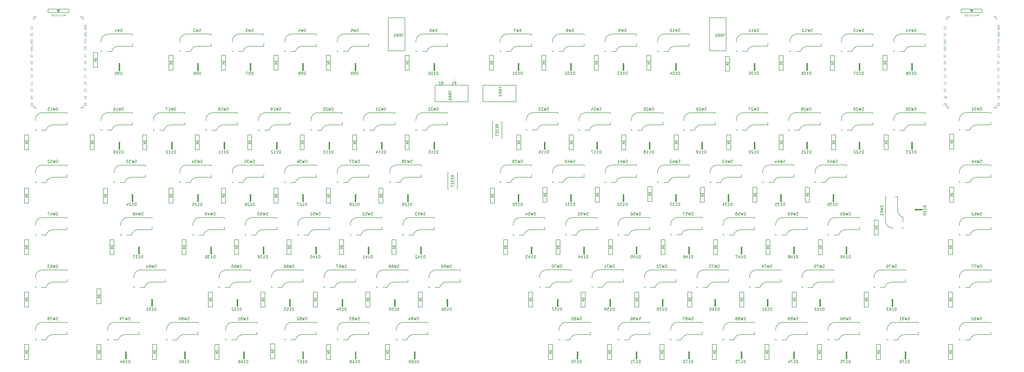
<source format=gbo>
%TF.GenerationSoftware,KiCad,Pcbnew,(5.1.9)-1*%
%TF.CreationDate,2021-05-10T22:56:04+09:00*%
%TF.ProjectId,Pistachio_rev2,50697374-6163-4686-996f-5f726576322e,rev?*%
%TF.SameCoordinates,Original*%
%TF.FileFunction,Legend,Bot*%
%TF.FilePolarity,Positive*%
%FSLAX46Y46*%
G04 Gerber Fmt 4.6, Leading zero omitted, Abs format (unit mm)*
G04 Created by KiCad (PCBNEW (5.1.9)-1) date 2021-05-10 22:56:04*
%MOMM*%
%LPD*%
G01*
G04 APERTURE LIST*
%ADD10C,0.150000*%
%ADD11C,0.100000*%
%ADD12C,0.120000*%
%ADD13C,0.125000*%
G04 APERTURE END LIST*
D10*
%TO.C,SW83*%
X154122080Y-178521740D02*
X154122080Y-178902740D01*
X145232080Y-178521740D02*
X154122080Y-178521740D01*
X142692080Y-181061740D02*
X142692080Y-181442740D01*
X143073080Y-184871740D02*
X142692080Y-184871740D01*
X146577918Y-184871740D02*
X144851080Y-184871740D01*
X154122080Y-182966740D02*
X149042080Y-182966740D01*
X154122080Y-181950740D02*
X154122080Y-182966740D01*
X142692080Y-184490740D02*
X142692080Y-184871740D01*
X146577918Y-184890700D02*
G75*
G02*
X149042080Y-182966740I2464162J-616040D01*
G01*
X142692080Y-181061740D02*
G75*
G02*
X145232080Y-178521740I2540000J0D01*
G01*
%TO.C,SW82*%
X135072000Y-178515000D02*
X135072000Y-178896000D01*
X126182000Y-178515000D02*
X135072000Y-178515000D01*
X123642000Y-181055000D02*
X123642000Y-181436000D01*
X124023000Y-184865000D02*
X123642000Y-184865000D01*
X127527838Y-184865000D02*
X125801000Y-184865000D01*
X135072000Y-182960000D02*
X129992000Y-182960000D01*
X135072000Y-181944000D02*
X135072000Y-182960000D01*
X123642000Y-184484000D02*
X123642000Y-184865000D01*
X127527838Y-184883960D02*
G75*
G02*
X129992000Y-182960000I2464162J-616040D01*
G01*
X123642000Y-181055000D02*
G75*
G02*
X126182000Y-178515000I2540000J0D01*
G01*
%TO.C,SW81*%
X113640660Y-178521740D02*
X113640660Y-178902740D01*
X104750660Y-178521740D02*
X113640660Y-178521740D01*
X102210660Y-181061740D02*
X102210660Y-181442740D01*
X102591660Y-184871740D02*
X102210660Y-184871740D01*
X106096498Y-184871740D02*
X104369660Y-184871740D01*
X113640660Y-182966740D02*
X108560660Y-182966740D01*
X113640660Y-181950740D02*
X113640660Y-182966740D01*
X102210660Y-184490740D02*
X102210660Y-184871740D01*
X106096498Y-184890700D02*
G75*
G02*
X108560660Y-182966740I2464162J-616040D01*
G01*
X102210660Y-181061740D02*
G75*
G02*
X104750660Y-178521740I2540000J0D01*
G01*
%TO.C,SW7*%
X213258224Y-73739560D02*
X213258224Y-74120560D01*
X204368224Y-73739560D02*
X213258224Y-73739560D01*
X201828224Y-76279560D02*
X201828224Y-76660560D01*
X202209224Y-80089560D02*
X201828224Y-80089560D01*
X205714062Y-80089560D02*
X203987224Y-80089560D01*
X213258224Y-78184560D02*
X208178224Y-78184560D01*
X213258224Y-77168560D02*
X213258224Y-78184560D01*
X201828224Y-79708560D02*
X201828224Y-80089560D01*
X205714062Y-80108520D02*
G75*
G02*
X208178224Y-78184560I2464162J-616040D01*
G01*
X201828224Y-76279560D02*
G75*
G02*
X204368224Y-73739560I2540000J0D01*
G01*
%TO.C,SW4*%
X135067880Y-73739560D02*
X135067880Y-74120560D01*
X126177880Y-73739560D02*
X135067880Y-73739560D01*
X123637880Y-76279560D02*
X123637880Y-76660560D01*
X124018880Y-80089560D02*
X123637880Y-80089560D01*
X127523718Y-80089560D02*
X125796880Y-80089560D01*
X135067880Y-78184560D02*
X129987880Y-78184560D01*
X135067880Y-77168560D02*
X135067880Y-78184560D01*
X123637880Y-79708560D02*
X123637880Y-80089560D01*
X127523718Y-80108520D02*
G75*
G02*
X129987880Y-78184560I2464162J-616040D01*
G01*
X123637880Y-76279560D02*
G75*
G02*
X126177880Y-73739560I2540000J0D01*
G01*
%TO.C,U2*%
X373132000Y-65457000D02*
X372832000Y-65457000D01*
X373232000Y-65307000D02*
X372732000Y-65307000D01*
X373332000Y-65157000D02*
X372632000Y-65157000D01*
X372982000Y-65657000D02*
X373482000Y-65007000D01*
X372482000Y-65007000D02*
X372982000Y-65657000D01*
X373482000Y-65007000D02*
X372482000Y-65007000D01*
X369232000Y-64657000D02*
X376732000Y-64657000D01*
X369232000Y-65957000D02*
X369232000Y-64657000D01*
X376732000Y-65957000D02*
X369232000Y-65957000D01*
X376732000Y-64657000D02*
X376732000Y-65957000D01*
X381882000Y-67557000D02*
X381882000Y-68557000D01*
X364082000Y-67557000D02*
X364082000Y-68557000D01*
X381882000Y-67557000D02*
X380882000Y-67557000D01*
X364082000Y-67557000D02*
X365032000Y-67557000D01*
X381882000Y-99557000D02*
X381882000Y-100607000D01*
X364082000Y-99607000D02*
X364082000Y-100607000D01*
X381882000Y-100607000D02*
X380882000Y-100607000D01*
X364082000Y-100607000D02*
X365092000Y-100607000D01*
%TO.C,SW1*%
X68392600Y-73739560D02*
X68392600Y-74120560D01*
X59502600Y-73739560D02*
X68392600Y-73739560D01*
X56962600Y-76279560D02*
X56962600Y-76660560D01*
X57343600Y-80089560D02*
X56962600Y-80089560D01*
X60848438Y-80089560D02*
X59121600Y-80089560D01*
X68392600Y-78184560D02*
X63312600Y-78184560D01*
X68392600Y-77168560D02*
X68392600Y-78184560D01*
X56962600Y-79708560D02*
X56962600Y-80089560D01*
X60848438Y-80108520D02*
G75*
G02*
X63312600Y-78184560I2464162J-616040D01*
G01*
X56962600Y-76279560D02*
G75*
G02*
X59502600Y-73739560I2540000J0D01*
G01*
%TO.C,U1*%
X41662000Y-65457000D02*
X41362000Y-65457000D01*
X41762000Y-65307000D02*
X41262000Y-65307000D01*
X41862000Y-65157000D02*
X41162000Y-65157000D01*
X41512000Y-65657000D02*
X42012000Y-65007000D01*
X41012000Y-65007000D02*
X41512000Y-65657000D01*
X42012000Y-65007000D02*
X41012000Y-65007000D01*
X37762000Y-64657000D02*
X45262000Y-64657000D01*
X37762000Y-65957000D02*
X37762000Y-64657000D01*
X45262000Y-65957000D02*
X37762000Y-65957000D01*
X45262000Y-64657000D02*
X45262000Y-65957000D01*
X50412000Y-67557000D02*
X50412000Y-68557000D01*
X32612000Y-67557000D02*
X32612000Y-68557000D01*
X50412000Y-67557000D02*
X49412000Y-67557000D01*
X32612000Y-67557000D02*
X33562000Y-67557000D01*
X50412000Y-99557000D02*
X50412000Y-100607000D01*
X32612000Y-99607000D02*
X32612000Y-100607000D01*
X50412000Y-100607000D02*
X49412000Y-100607000D01*
X32612000Y-100607000D02*
X33622000Y-100607000D01*
%TO.C,SW35*%
X116017800Y-121364760D02*
X116017800Y-121745760D01*
X107127800Y-121364760D02*
X116017800Y-121364760D01*
X104587800Y-123904760D02*
X104587800Y-124285760D01*
X104968800Y-127714760D02*
X104587800Y-127714760D01*
X108473638Y-127714760D02*
X106746800Y-127714760D01*
X116017800Y-125809760D02*
X110937800Y-125809760D01*
X116017800Y-124793760D02*
X116017800Y-125809760D01*
X104587800Y-127333760D02*
X104587800Y-127714760D01*
X108473638Y-127733720D02*
G75*
G02*
X110937800Y-125809760I2464162J-616040D01*
G01*
X104587800Y-123904760D02*
G75*
G02*
X107127800Y-121364760I2540000J0D01*
G01*
D11*
%TO.C,D103*%
G36*
X246335184Y-84330093D02*
G01*
X246831184Y-84330093D01*
X246833184Y-87149493D01*
X246333184Y-87149493D01*
X246335184Y-84330093D01*
G37*
%TO.C,D104*%
G36*
X265385264Y-84330093D02*
G01*
X265881264Y-84330093D01*
X265883264Y-87149493D01*
X265383264Y-87149493D01*
X265385264Y-84330093D01*
G37*
D10*
%TO.C,D1*%
X54162600Y-85824560D02*
X54162600Y-80424560D01*
X55662600Y-80424560D02*
X55662600Y-85824560D01*
X55662600Y-85824560D02*
X54162600Y-85824560D01*
X55662600Y-80424560D02*
X54162600Y-80424560D01*
X55412600Y-82624560D02*
X54412600Y-82624560D01*
X54412600Y-82624560D02*
X54912600Y-83524560D01*
X54912600Y-83524560D02*
X55412600Y-82624560D01*
X55412600Y-83624560D02*
X54412600Y-83624560D01*
%TO.C,D2*%
X81612370Y-86825480D02*
X81612370Y-81425480D01*
X83112370Y-81425480D02*
X83112370Y-86825480D01*
X83112370Y-86825480D02*
X81612370Y-86825480D01*
X83112370Y-81425480D02*
X81612370Y-81425480D01*
X82862370Y-83625480D02*
X81862370Y-83625480D01*
X81862370Y-83625480D02*
X82362370Y-84525480D01*
X82362370Y-84525480D02*
X82862370Y-83625480D01*
X82862370Y-84625480D02*
X81862370Y-84625480D01*
%TO.C,D3*%
X100662450Y-86825480D02*
X100662450Y-81425480D01*
X102162450Y-81425480D02*
X102162450Y-86825480D01*
X102162450Y-86825480D02*
X100662450Y-86825480D01*
X102162450Y-81425480D02*
X100662450Y-81425480D01*
X101912450Y-83625480D02*
X100912450Y-83625480D01*
X100912450Y-83625480D02*
X101412450Y-84525480D01*
X101412450Y-84525480D02*
X101912450Y-83625480D01*
X101912450Y-84625480D02*
X100912450Y-84625480D01*
%TO.C,D4*%
X119712530Y-86825480D02*
X119712530Y-81425480D01*
X121212530Y-81425480D02*
X121212530Y-86825480D01*
X121212530Y-86825480D02*
X119712530Y-86825480D01*
X121212530Y-81425480D02*
X119712530Y-81425480D01*
X120962530Y-83625480D02*
X119962530Y-83625480D01*
X119962530Y-83625480D02*
X120462530Y-84525480D01*
X120462530Y-84525480D02*
X120962530Y-83625480D01*
X120962530Y-84625480D02*
X119962530Y-84625480D01*
%TO.C,D5*%
X138762610Y-86825480D02*
X138762610Y-81425480D01*
X140262610Y-81425480D02*
X140262610Y-86825480D01*
X140262610Y-86825480D02*
X138762610Y-86825480D01*
X140262610Y-81425480D02*
X138762610Y-81425480D01*
X140012610Y-83625480D02*
X139012610Y-83625480D01*
X139012610Y-83625480D02*
X139512610Y-84525480D01*
X139512610Y-84525480D02*
X140012610Y-83625480D01*
X140012610Y-84625480D02*
X139012610Y-84625480D01*
%TO.C,D6*%
X167337730Y-86825480D02*
X167337730Y-81425480D01*
X168837730Y-81425480D02*
X168837730Y-86825480D01*
X168837730Y-86825480D02*
X167337730Y-86825480D01*
X168837730Y-81425480D02*
X167337730Y-81425480D01*
X168587730Y-83625480D02*
X167587730Y-83625480D01*
X167587730Y-83625480D02*
X168087730Y-84525480D01*
X168087730Y-84525480D02*
X168587730Y-83625480D01*
X168587730Y-84625480D02*
X167587730Y-84625480D01*
%TO.C,D7*%
X197903184Y-86825480D02*
X197903184Y-81425480D01*
X199403184Y-81425480D02*
X199403184Y-86825480D01*
X199403184Y-86825480D02*
X197903184Y-86825480D01*
X199403184Y-81425480D02*
X197903184Y-81425480D01*
X199153184Y-83625480D02*
X198153184Y-83625480D01*
X198153184Y-83625480D02*
X198653184Y-84525480D01*
X198653184Y-84525480D02*
X199153184Y-83625480D01*
X199153184Y-84625480D02*
X198153184Y-84625480D01*
%TO.C,D8*%
X216953264Y-86825480D02*
X216953264Y-81425480D01*
X218453264Y-81425480D02*
X218453264Y-86825480D01*
X218453264Y-86825480D02*
X216953264Y-86825480D01*
X218453264Y-81425480D02*
X216953264Y-81425480D01*
X218203264Y-83625480D02*
X217203264Y-83625480D01*
X217203264Y-83625480D02*
X217703264Y-84525480D01*
X217703264Y-84525480D02*
X218203264Y-83625480D01*
X218203264Y-84625480D02*
X217203264Y-84625480D01*
%TO.C,D9*%
X236003344Y-86825480D02*
X236003344Y-81425480D01*
X237503344Y-81425480D02*
X237503344Y-86825480D01*
X237503344Y-86825480D02*
X236003344Y-86825480D01*
X237503344Y-81425480D02*
X236003344Y-81425480D01*
X237253344Y-83625480D02*
X236253344Y-83625480D01*
X236253344Y-83625480D02*
X236753344Y-84525480D01*
X236753344Y-84525480D02*
X237253344Y-83625480D01*
X237253344Y-84625480D02*
X236253344Y-84625480D01*
%TO.C,D10*%
X255053424Y-86825480D02*
X255053424Y-81425480D01*
X256553424Y-81425480D02*
X256553424Y-86825480D01*
X256553424Y-86825480D02*
X255053424Y-86825480D01*
X256553424Y-81425480D02*
X255053424Y-81425480D01*
X256303424Y-83625480D02*
X255303424Y-83625480D01*
X255303424Y-83625480D02*
X255803424Y-84525480D01*
X255803424Y-84525480D02*
X256303424Y-83625480D01*
X256303424Y-84625480D02*
X255303424Y-84625480D01*
%TO.C,D11*%
X283628544Y-87236681D02*
X283628544Y-81836681D01*
X285128544Y-81836681D02*
X285128544Y-87236681D01*
X285128544Y-87236681D02*
X283628544Y-87236681D01*
X285128544Y-81836681D02*
X283628544Y-81836681D01*
X284878544Y-84036681D02*
X283878544Y-84036681D01*
X283878544Y-84036681D02*
X284378544Y-84936681D01*
X284378544Y-84936681D02*
X284878544Y-84036681D01*
X284878544Y-85036681D02*
X283878544Y-85036681D01*
%TO.C,D12*%
X303069550Y-86973583D02*
X303069550Y-81573583D01*
X304569550Y-81573583D02*
X304569550Y-86973583D01*
X304569550Y-86973583D02*
X303069550Y-86973583D01*
X304569550Y-81573583D02*
X303069550Y-81573583D01*
X304319550Y-83773583D02*
X303319550Y-83773583D01*
X303319550Y-83773583D02*
X303819550Y-84673583D01*
X303819550Y-84673583D02*
X304319550Y-83773583D01*
X304319550Y-84773583D02*
X303319550Y-84773583D01*
%TO.C,D13*%
X321728704Y-86973583D02*
X321728704Y-81573583D01*
X323228704Y-81573583D02*
X323228704Y-86973583D01*
X323228704Y-86973583D02*
X321728704Y-86973583D01*
X323228704Y-81573583D02*
X321728704Y-81573583D01*
X322978704Y-83773583D02*
X321978704Y-83773583D01*
X321978704Y-83773583D02*
X322478704Y-84673583D01*
X322478704Y-84673583D02*
X322978704Y-83773583D01*
X322978704Y-84773583D02*
X321978704Y-84773583D01*
%TO.C,D14*%
X340778784Y-86825480D02*
X340778784Y-81425480D01*
X342278784Y-81425480D02*
X342278784Y-86825480D01*
X342278784Y-86825480D02*
X340778784Y-86825480D01*
X342278784Y-81425480D02*
X340778784Y-81425480D01*
X342028784Y-83625480D02*
X341028784Y-83625480D01*
X341028784Y-83625480D02*
X341528784Y-84525480D01*
X341528784Y-84525480D02*
X342028784Y-83625480D01*
X342028784Y-84625480D02*
X341028784Y-84625480D01*
%TO.C,D15*%
X29224650Y-115811801D02*
X29224650Y-110411801D01*
X30724650Y-110411801D02*
X30724650Y-115811801D01*
X30724650Y-115811801D02*
X29224650Y-115811801D01*
X30724650Y-110411801D02*
X29224650Y-110411801D01*
X30474650Y-112611801D02*
X29474650Y-112611801D01*
X29474650Y-112611801D02*
X29974650Y-113511801D01*
X29974650Y-113511801D02*
X30474650Y-112611801D01*
X30474650Y-113611801D02*
X29474650Y-113611801D01*
%TO.C,D16*%
X53037250Y-115811801D02*
X53037250Y-110411801D01*
X54537250Y-110411801D02*
X54537250Y-115811801D01*
X54537250Y-115811801D02*
X53037250Y-115811801D01*
X54537250Y-110411801D02*
X53037250Y-110411801D01*
X54287250Y-112611801D02*
X53287250Y-112611801D01*
X53287250Y-112611801D02*
X53787250Y-113511801D01*
X53787250Y-113511801D02*
X54287250Y-112611801D01*
X54287250Y-113611801D02*
X53287250Y-113611801D01*
%TO.C,D17*%
X72087330Y-115811801D02*
X72087330Y-110411801D01*
X73587330Y-110411801D02*
X73587330Y-115811801D01*
X73587330Y-115811801D02*
X72087330Y-115811801D01*
X73587330Y-110411801D02*
X72087330Y-110411801D01*
X73337330Y-112611801D02*
X72337330Y-112611801D01*
X72337330Y-112611801D02*
X72837330Y-113511801D01*
X72837330Y-113511801D02*
X73337330Y-112611801D01*
X73337330Y-113611801D02*
X72337330Y-113611801D01*
%TO.C,D18*%
X91137410Y-115811801D02*
X91137410Y-110411801D01*
X92637410Y-110411801D02*
X92637410Y-115811801D01*
X92637410Y-115811801D02*
X91137410Y-115811801D01*
X92637410Y-110411801D02*
X91137410Y-110411801D01*
X92387410Y-112611801D02*
X91387410Y-112611801D01*
X91387410Y-112611801D02*
X91887410Y-113511801D01*
X91887410Y-113511801D02*
X92387410Y-112611801D01*
X92387410Y-113611801D02*
X91387410Y-113611801D01*
%TO.C,D19*%
X110187490Y-115811801D02*
X110187490Y-110411801D01*
X111687490Y-110411801D02*
X111687490Y-115811801D01*
X111687490Y-115811801D02*
X110187490Y-115811801D01*
X111687490Y-110411801D02*
X110187490Y-110411801D01*
X111437490Y-112611801D02*
X110437490Y-112611801D01*
X110437490Y-112611801D02*
X110937490Y-113511801D01*
X110937490Y-113511801D02*
X111437490Y-112611801D01*
X111437490Y-113611801D02*
X110437490Y-113611801D01*
%TO.C,D20*%
X129237570Y-115811801D02*
X129237570Y-110411801D01*
X130737570Y-110411801D02*
X130737570Y-115811801D01*
X130737570Y-115811801D02*
X129237570Y-115811801D01*
X130737570Y-110411801D02*
X129237570Y-110411801D01*
X130487570Y-112611801D02*
X129487570Y-112611801D01*
X129487570Y-112611801D02*
X129987570Y-113511801D01*
X129987570Y-113511801D02*
X130487570Y-112611801D01*
X130487570Y-113611801D02*
X129487570Y-113611801D01*
%TO.C,D21*%
X148287650Y-115811801D02*
X148287650Y-110411801D01*
X149787650Y-110411801D02*
X149787650Y-115811801D01*
X149787650Y-115811801D02*
X148287650Y-115811801D01*
X149787650Y-110411801D02*
X148287650Y-110411801D01*
X149537650Y-112611801D02*
X148537650Y-112611801D01*
X148537650Y-112611801D02*
X149037650Y-113511801D01*
X149037650Y-113511801D02*
X149537650Y-112611801D01*
X149537650Y-113611801D02*
X148537650Y-113611801D01*
%TO.C,D22*%
X167337730Y-115811801D02*
X167337730Y-110411801D01*
X168837730Y-110411801D02*
X168837730Y-115811801D01*
X168837730Y-115811801D02*
X167337730Y-115811801D01*
X168837730Y-110411801D02*
X167337730Y-110411801D01*
X168587730Y-112611801D02*
X167587730Y-112611801D01*
X167587730Y-112611801D02*
X168087730Y-113511801D01*
X168087730Y-113511801D02*
X168587730Y-112611801D01*
X168587730Y-113611801D02*
X167587730Y-113611801D01*
%TO.C,D23*%
X207819150Y-115811801D02*
X207819150Y-110411801D01*
X209319150Y-110411801D02*
X209319150Y-115811801D01*
X209319150Y-115811801D02*
X207819150Y-115811801D01*
X209319150Y-110411801D02*
X207819150Y-110411801D01*
X209069150Y-112611801D02*
X208069150Y-112611801D01*
X208069150Y-112611801D02*
X208569150Y-113511801D01*
X208569150Y-113511801D02*
X209069150Y-112611801D01*
X209069150Y-113611801D02*
X208069150Y-113611801D01*
%TO.C,D24*%
X226869230Y-115811801D02*
X226869230Y-110411801D01*
X228369230Y-110411801D02*
X228369230Y-115811801D01*
X228369230Y-115811801D02*
X226869230Y-115811801D01*
X228369230Y-110411801D02*
X226869230Y-110411801D01*
X228119230Y-112611801D02*
X227119230Y-112611801D01*
X227119230Y-112611801D02*
X227619230Y-113511801D01*
X227619230Y-113511801D02*
X228119230Y-112611801D01*
X228119230Y-113611801D02*
X227119230Y-113611801D01*
%TO.C,D25*%
X245919310Y-115811801D02*
X245919310Y-110411801D01*
X247419310Y-110411801D02*
X247419310Y-115811801D01*
X247419310Y-115811801D02*
X245919310Y-115811801D01*
X247419310Y-110411801D02*
X245919310Y-110411801D01*
X247169310Y-112611801D02*
X246169310Y-112611801D01*
X246169310Y-112611801D02*
X246669310Y-113511801D01*
X246669310Y-113511801D02*
X247169310Y-112611801D01*
X247169310Y-113611801D02*
X246169310Y-113611801D01*
%TO.C,D26*%
X264969390Y-115811801D02*
X264969390Y-110411801D01*
X266469390Y-110411801D02*
X266469390Y-115811801D01*
X266469390Y-115811801D02*
X264969390Y-115811801D01*
X266469390Y-110411801D02*
X264969390Y-110411801D01*
X266219390Y-112611801D02*
X265219390Y-112611801D01*
X265219390Y-112611801D02*
X265719390Y-113511801D01*
X265719390Y-113511801D02*
X266219390Y-112611801D01*
X266219390Y-113611801D02*
X265219390Y-113611801D01*
%TO.C,D27*%
X284019470Y-115811801D02*
X284019470Y-110411801D01*
X285519470Y-110411801D02*
X285519470Y-115811801D01*
X285519470Y-115811801D02*
X284019470Y-115811801D01*
X285519470Y-110411801D02*
X284019470Y-110411801D01*
X285269470Y-112611801D02*
X284269470Y-112611801D01*
X284269470Y-112611801D02*
X284769470Y-113511801D01*
X284769470Y-113511801D02*
X285269470Y-112611801D01*
X285269470Y-113611801D02*
X284269470Y-113611801D01*
%TO.C,D28*%
X303069550Y-115811801D02*
X303069550Y-110411801D01*
X304569550Y-110411801D02*
X304569550Y-115811801D01*
X304569550Y-115811801D02*
X303069550Y-115811801D01*
X304569550Y-110411801D02*
X303069550Y-110411801D01*
X304319550Y-112611801D02*
X303319550Y-112611801D01*
X303319550Y-112611801D02*
X303819550Y-113511801D01*
X303819550Y-113511801D02*
X304319550Y-112611801D01*
X304319550Y-113611801D02*
X303319550Y-113611801D01*
%TO.C,D29*%
X322119630Y-115811801D02*
X322119630Y-110411801D01*
X323619630Y-110411801D02*
X323619630Y-115811801D01*
X323619630Y-115811801D02*
X322119630Y-115811801D01*
X323619630Y-110411801D02*
X322119630Y-110411801D01*
X323369630Y-112611801D02*
X322369630Y-112611801D01*
X322369630Y-112611801D02*
X322869630Y-113511801D01*
X322869630Y-113511801D02*
X323369630Y-112611801D01*
X323369630Y-113611801D02*
X322369630Y-113611801D01*
%TO.C,D30*%
X341169710Y-115811801D02*
X341169710Y-110411801D01*
X342669710Y-110411801D02*
X342669710Y-115811801D01*
X342669710Y-115811801D02*
X341169710Y-115811801D01*
X342669710Y-110411801D02*
X341169710Y-110411801D01*
X342419710Y-112611801D02*
X341419710Y-112611801D01*
X341419710Y-112611801D02*
X341919710Y-113511801D01*
X341919710Y-113511801D02*
X342419710Y-112611801D01*
X342419710Y-113611801D02*
X341419710Y-113611801D01*
%TO.C,D32*%
X29224960Y-135206020D02*
X29224960Y-129806020D01*
X30724960Y-129806020D02*
X30724960Y-135206020D01*
X30724960Y-135206020D02*
X29224960Y-135206020D01*
X30724960Y-129806020D02*
X29224960Y-129806020D01*
X30474960Y-132006020D02*
X29474960Y-132006020D01*
X29474960Y-132006020D02*
X29974960Y-132906020D01*
X29974960Y-132906020D02*
X30474960Y-132006020D01*
X30474960Y-133006020D02*
X29474960Y-133006020D01*
%TO.C,D33*%
X57800080Y-135206020D02*
X57800080Y-129806020D01*
X59300080Y-129806020D02*
X59300080Y-135206020D01*
X59300080Y-135206020D02*
X57800080Y-135206020D01*
X59300080Y-129806020D02*
X57800080Y-129806020D01*
X59050080Y-132006020D02*
X58050080Y-132006020D01*
X58050080Y-132006020D02*
X58550080Y-132906020D01*
X58550080Y-132906020D02*
X59050080Y-132006020D01*
X59050080Y-133006020D02*
X58050080Y-133006020D01*
%TO.C,D34*%
X81612680Y-135206020D02*
X81612680Y-129806020D01*
X83112680Y-129806020D02*
X83112680Y-135206020D01*
X83112680Y-135206020D02*
X81612680Y-135206020D01*
X83112680Y-129806020D02*
X81612680Y-129806020D01*
X82862680Y-132006020D02*
X81862680Y-132006020D01*
X81862680Y-132006020D02*
X82362680Y-132906020D01*
X82362680Y-132906020D02*
X82862680Y-132006020D01*
X82862680Y-133006020D02*
X81862680Y-133006020D01*
%TO.C,D35*%
X100662760Y-135206020D02*
X100662760Y-129806020D01*
X102162760Y-129806020D02*
X102162760Y-135206020D01*
X102162760Y-135206020D02*
X100662760Y-135206020D01*
X102162760Y-129806020D02*
X100662760Y-129806020D01*
X101912760Y-132006020D02*
X100912760Y-132006020D01*
X100912760Y-132006020D02*
X101412760Y-132906020D01*
X101412760Y-132906020D02*
X101912760Y-132006020D01*
X101912760Y-133006020D02*
X100912760Y-133006020D01*
%TO.C,D36*%
X119712840Y-135206020D02*
X119712840Y-129806020D01*
X121212840Y-129806020D02*
X121212840Y-135206020D01*
X121212840Y-135206020D02*
X119712840Y-135206020D01*
X121212840Y-129806020D02*
X119712840Y-129806020D01*
X120962840Y-132006020D02*
X119962840Y-132006020D01*
X119962840Y-132006020D02*
X120462840Y-132906020D01*
X120462840Y-132906020D02*
X120962840Y-132006020D01*
X120962840Y-133006020D02*
X119962840Y-133006020D01*
%TO.C,D37*%
X138762920Y-135206020D02*
X138762920Y-129806020D01*
X140262920Y-129806020D02*
X140262920Y-135206020D01*
X140262920Y-135206020D02*
X138762920Y-135206020D01*
X140262920Y-129806020D02*
X138762920Y-129806020D01*
X140012920Y-132006020D02*
X139012920Y-132006020D01*
X139012920Y-132006020D02*
X139512920Y-132906020D01*
X139512920Y-132906020D02*
X140012920Y-132006020D01*
X140012920Y-133006020D02*
X139012920Y-133006020D01*
%TO.C,D38*%
X157813000Y-135206020D02*
X157813000Y-129806020D01*
X159313000Y-129806020D02*
X159313000Y-135206020D01*
X159313000Y-135206020D02*
X157813000Y-135206020D01*
X159313000Y-129806020D02*
X157813000Y-129806020D01*
X159063000Y-132006020D02*
X158063000Y-132006020D01*
X158063000Y-132006020D02*
X158563000Y-132906020D01*
X158563000Y-132906020D02*
X159063000Y-132006020D01*
X159063000Y-133006020D02*
X158063000Y-133006020D01*
%TO.C,D39*%
X198294420Y-135206020D02*
X198294420Y-129806020D01*
X199794420Y-129806020D02*
X199794420Y-135206020D01*
X199794420Y-135206020D02*
X198294420Y-135206020D01*
X199794420Y-129806020D02*
X198294420Y-129806020D01*
X199544420Y-132006020D02*
X198544420Y-132006020D01*
X198544420Y-132006020D02*
X199044420Y-132906020D01*
X199044420Y-132906020D02*
X199544420Y-132006020D01*
X199544420Y-133006020D02*
X198544420Y-133006020D01*
%TO.C,D40*%
X217344500Y-134861881D02*
X217344500Y-129461881D01*
X218844500Y-129461881D02*
X218844500Y-134861881D01*
X218844500Y-134861881D02*
X217344500Y-134861881D01*
X218844500Y-129461881D02*
X217344500Y-129461881D01*
X218594500Y-131661881D02*
X217594500Y-131661881D01*
X217594500Y-131661881D02*
X218094500Y-132561881D01*
X218094500Y-132561881D02*
X218594500Y-131661881D01*
X218594500Y-132661881D02*
X217594500Y-132661881D01*
%TO.C,D41*%
X236394580Y-134861881D02*
X236394580Y-129461881D01*
X237894580Y-129461881D02*
X237894580Y-134861881D01*
X237894580Y-134861881D02*
X236394580Y-134861881D01*
X237894580Y-129461881D02*
X236394580Y-129461881D01*
X237644580Y-131661881D02*
X236644580Y-131661881D01*
X236644580Y-131661881D02*
X237144580Y-132561881D01*
X237144580Y-132561881D02*
X237644580Y-131661881D01*
X237644580Y-132661881D02*
X236644580Y-132661881D01*
%TO.C,D42*%
X255444660Y-134621650D02*
X255444660Y-129221650D01*
X256944660Y-129221650D02*
X256944660Y-134621650D01*
X256944660Y-134621650D02*
X255444660Y-134621650D01*
X256944660Y-129221650D02*
X255444660Y-129221650D01*
X256694660Y-131421650D02*
X255694660Y-131421650D01*
X255694660Y-131421650D02*
X256194660Y-132321650D01*
X256194660Y-132321650D02*
X256694660Y-131421650D01*
X256694660Y-132421650D02*
X255694660Y-132421650D01*
%TO.C,D43*%
X274494740Y-134861881D02*
X274494740Y-129461881D01*
X275994740Y-129461881D02*
X275994740Y-134861881D01*
X275994740Y-134861881D02*
X274494740Y-134861881D01*
X275994740Y-129461881D02*
X274494740Y-129461881D01*
X275744740Y-131661881D02*
X274744740Y-131661881D01*
X274744740Y-131661881D02*
X275244740Y-132561881D01*
X275244740Y-132561881D02*
X275744740Y-131661881D01*
X275744740Y-132661881D02*
X274744740Y-132661881D01*
%TO.C,D44*%
X293544820Y-134861881D02*
X293544820Y-129461881D01*
X295044820Y-129461881D02*
X295044820Y-134861881D01*
X295044820Y-134861881D02*
X293544820Y-134861881D01*
X295044820Y-129461881D02*
X293544820Y-129461881D01*
X294794820Y-131661881D02*
X293794820Y-131661881D01*
X293794820Y-131661881D02*
X294294820Y-132561881D01*
X294294820Y-132561881D02*
X294794820Y-131661881D01*
X294794820Y-132661881D02*
X293794820Y-132661881D01*
%TO.C,D45*%
X312594900Y-134861881D02*
X312594900Y-129461881D01*
X314094900Y-129461881D02*
X314094900Y-134861881D01*
X314094900Y-134861881D02*
X312594900Y-134861881D01*
X314094900Y-129461881D02*
X312594900Y-129461881D01*
X313844900Y-131661881D02*
X312844900Y-131661881D01*
X312844900Y-131661881D02*
X313344900Y-132561881D01*
X313344900Y-132561881D02*
X313844900Y-131661881D01*
X313844900Y-132661881D02*
X312844900Y-132661881D01*
%TO.C,D46*%
X364982620Y-134861881D02*
X364982620Y-129461881D01*
X366482620Y-129461881D02*
X366482620Y-134861881D01*
X366482620Y-134861881D02*
X364982620Y-134861881D01*
X366482620Y-129461881D02*
X364982620Y-129461881D01*
X366232620Y-131661881D02*
X365232620Y-131661881D01*
X365232620Y-131661881D02*
X365732620Y-132561881D01*
X365732620Y-132561881D02*
X366232620Y-131661881D01*
X366232620Y-132661881D02*
X365232620Y-132661881D01*
%TO.C,D31*%
X364982620Y-115571570D02*
X364982620Y-110171570D01*
X366482620Y-110171570D02*
X366482620Y-115571570D01*
X366482620Y-115571570D02*
X364982620Y-115571570D01*
X366482620Y-110171570D02*
X364982620Y-110171570D01*
X366232620Y-112371570D02*
X365232620Y-112371570D01*
X365232620Y-112371570D02*
X365732620Y-113271570D01*
X365732620Y-113271570D02*
X366232620Y-112371570D01*
X366232620Y-113371570D02*
X365232620Y-113371570D01*
%TO.C,D47*%
X29224650Y-153911961D02*
X29224650Y-148511961D01*
X30724650Y-148511961D02*
X30724650Y-153911961D01*
X30724650Y-153911961D02*
X29224650Y-153911961D01*
X30724650Y-148511961D02*
X29224650Y-148511961D01*
X30474650Y-150711961D02*
X29474650Y-150711961D01*
X29474650Y-150711961D02*
X29974650Y-151611961D01*
X29974650Y-151611961D02*
X30474650Y-150711961D01*
X30474650Y-151711961D02*
X29474650Y-151711961D01*
%TO.C,D48*%
X60181030Y-153911961D02*
X60181030Y-148511961D01*
X61681030Y-148511961D02*
X61681030Y-153911961D01*
X61681030Y-153911961D02*
X60181030Y-153911961D01*
X61681030Y-148511961D02*
X60181030Y-148511961D01*
X61431030Y-150711961D02*
X60431030Y-150711961D01*
X60431030Y-150711961D02*
X60931030Y-151611961D01*
X60931030Y-151611961D02*
X61431030Y-150711961D01*
X61431030Y-151711961D02*
X60431030Y-151711961D01*
%TO.C,D49*%
X86374890Y-153911961D02*
X86374890Y-148511961D01*
X87874890Y-148511961D02*
X87874890Y-153911961D01*
X87874890Y-153911961D02*
X86374890Y-153911961D01*
X87874890Y-148511961D02*
X86374890Y-148511961D01*
X87624890Y-150711961D02*
X86624890Y-150711961D01*
X86624890Y-150711961D02*
X87124890Y-151611961D01*
X87124890Y-151611961D02*
X87624890Y-150711961D01*
X87624890Y-151711961D02*
X86624890Y-151711961D01*
%TO.C,D50*%
X105424970Y-153911961D02*
X105424970Y-148511961D01*
X106924970Y-148511961D02*
X106924970Y-153911961D01*
X106924970Y-153911961D02*
X105424970Y-153911961D01*
X106924970Y-148511961D02*
X105424970Y-148511961D01*
X106674970Y-150711961D02*
X105674970Y-150711961D01*
X105674970Y-150711961D02*
X106174970Y-151611961D01*
X106174970Y-151611961D02*
X106674970Y-150711961D01*
X106674970Y-151711961D02*
X105674970Y-151711961D01*
%TO.C,D51*%
X124475050Y-153911961D02*
X124475050Y-148511961D01*
X125975050Y-148511961D02*
X125975050Y-153911961D01*
X125975050Y-153911961D02*
X124475050Y-153911961D01*
X125975050Y-148511961D02*
X124475050Y-148511961D01*
X125725050Y-150711961D02*
X124725050Y-150711961D01*
X124725050Y-150711961D02*
X125225050Y-151611961D01*
X125225050Y-151611961D02*
X125725050Y-150711961D01*
X125725050Y-151711961D02*
X124725050Y-151711961D01*
%TO.C,D52*%
X143525130Y-153911961D02*
X143525130Y-148511961D01*
X145025130Y-148511961D02*
X145025130Y-153911961D01*
X145025130Y-153911961D02*
X143525130Y-153911961D01*
X145025130Y-148511961D02*
X143525130Y-148511961D01*
X144775130Y-150711961D02*
X143775130Y-150711961D01*
X143775130Y-150711961D02*
X144275130Y-151611961D01*
X144275130Y-151611961D02*
X144775130Y-150711961D01*
X144775130Y-151711961D02*
X143775130Y-151711961D01*
%TO.C,D53*%
X162575210Y-153911961D02*
X162575210Y-148511961D01*
X164075210Y-148511961D02*
X164075210Y-153911961D01*
X164075210Y-153911961D02*
X162575210Y-153911961D01*
X164075210Y-148511961D02*
X162575210Y-148511961D01*
X163825210Y-150711961D02*
X162825210Y-150711961D01*
X162825210Y-150711961D02*
X163325210Y-151611961D01*
X163325210Y-151611961D02*
X163825210Y-150711961D01*
X163825210Y-151711961D02*
X162825210Y-151711961D01*
%TO.C,D54*%
X203056630Y-153911961D02*
X203056630Y-148511961D01*
X204556630Y-148511961D02*
X204556630Y-153911961D01*
X204556630Y-153911961D02*
X203056630Y-153911961D01*
X204556630Y-148511961D02*
X203056630Y-148511961D01*
X204306630Y-150711961D02*
X203306630Y-150711961D01*
X203306630Y-150711961D02*
X203806630Y-151611961D01*
X203806630Y-151611961D02*
X204306630Y-150711961D01*
X204306630Y-151711961D02*
X203306630Y-151711961D01*
%TO.C,D55*%
X222106710Y-153911961D02*
X222106710Y-148511961D01*
X223606710Y-148511961D02*
X223606710Y-153911961D01*
X223606710Y-153911961D02*
X222106710Y-153911961D01*
X223606710Y-148511961D02*
X222106710Y-148511961D01*
X223356710Y-150711961D02*
X222356710Y-150711961D01*
X222356710Y-150711961D02*
X222856710Y-151611961D01*
X222856710Y-151611961D02*
X223356710Y-150711961D01*
X223356710Y-151711961D02*
X222356710Y-151711961D01*
%TO.C,D56*%
X241156790Y-153911961D02*
X241156790Y-148511961D01*
X242656790Y-148511961D02*
X242656790Y-153911961D01*
X242656790Y-153911961D02*
X241156790Y-153911961D01*
X242656790Y-148511961D02*
X241156790Y-148511961D01*
X242406790Y-150711961D02*
X241406790Y-150711961D01*
X241406790Y-150711961D02*
X241906790Y-151611961D01*
X241906790Y-151611961D02*
X242406790Y-150711961D01*
X242406790Y-151711961D02*
X241406790Y-151711961D01*
%TO.C,D57*%
X260206870Y-153911961D02*
X260206870Y-148511961D01*
X261706870Y-148511961D02*
X261706870Y-153911961D01*
X261706870Y-153911961D02*
X260206870Y-153911961D01*
X261706870Y-148511961D02*
X260206870Y-148511961D01*
X261456870Y-150711961D02*
X260456870Y-150711961D01*
X260456870Y-150711961D02*
X260956870Y-151611961D01*
X260956870Y-151611961D02*
X261456870Y-150711961D01*
X261456870Y-151711961D02*
X260456870Y-151711961D01*
%TO.C,D58*%
X279256950Y-153911961D02*
X279256950Y-148511961D01*
X280756950Y-148511961D02*
X280756950Y-153911961D01*
X280756950Y-153911961D02*
X279256950Y-153911961D01*
X280756950Y-148511961D02*
X279256950Y-148511961D01*
X280506950Y-150711961D02*
X279506950Y-150711961D01*
X279506950Y-150711961D02*
X280006950Y-151611961D01*
X280006950Y-151611961D02*
X280506950Y-150711961D01*
X280506950Y-151711961D02*
X279506950Y-151711961D01*
%TO.C,D59*%
X298307030Y-153911961D02*
X298307030Y-148511961D01*
X299807030Y-148511961D02*
X299807030Y-153911961D01*
X299807030Y-153911961D02*
X298307030Y-153911961D01*
X299807030Y-148511961D02*
X298307030Y-148511961D01*
X299557030Y-150711961D02*
X298557030Y-150711961D01*
X298557030Y-150711961D02*
X299057030Y-151611961D01*
X299057030Y-151611961D02*
X299557030Y-150711961D01*
X299557030Y-151711961D02*
X298557030Y-151711961D01*
%TO.C,D60*%
X317357110Y-153911961D02*
X317357110Y-148511961D01*
X318857110Y-148511961D02*
X318857110Y-153911961D01*
X318857110Y-153911961D02*
X317357110Y-153911961D01*
X318857110Y-148511961D02*
X317357110Y-148511961D01*
X318607110Y-150711961D02*
X317607110Y-150711961D01*
X317607110Y-150711961D02*
X318107110Y-151611961D01*
X318107110Y-151611961D02*
X318607110Y-150711961D01*
X318607110Y-151711961D02*
X317607110Y-151711961D01*
%TO.C,D61*%
X337597820Y-146768181D02*
X337597820Y-141368181D01*
X339097820Y-141368181D02*
X339097820Y-146768181D01*
X339097820Y-146768181D02*
X337597820Y-146768181D01*
X339097820Y-141368181D02*
X337597820Y-141368181D01*
X338847820Y-143568181D02*
X337847820Y-143568181D01*
X337847820Y-143568181D02*
X338347820Y-144468181D01*
X338347820Y-144468181D02*
X338847820Y-143568181D01*
X338847820Y-144568181D02*
X337847820Y-144568181D01*
%TO.C,D62*%
X364591384Y-153911961D02*
X364591384Y-148511961D01*
X366091384Y-148511961D02*
X366091384Y-153911961D01*
X366091384Y-153911961D02*
X364591384Y-153911961D01*
X366091384Y-148511961D02*
X364591384Y-148511961D01*
X365841384Y-150711961D02*
X364841384Y-150711961D01*
X364841384Y-150711961D02*
X365341384Y-151611961D01*
X365341384Y-151611961D02*
X365841384Y-150711961D01*
X365841384Y-151711961D02*
X364841384Y-151711961D01*
%TO.C,D63*%
X29224650Y-172962041D02*
X29224650Y-167562041D01*
X30724650Y-167562041D02*
X30724650Y-172962041D01*
X30724650Y-172962041D02*
X29224650Y-172962041D01*
X30724650Y-167562041D02*
X29224650Y-167562041D01*
X30474650Y-169762041D02*
X29474650Y-169762041D01*
X29474650Y-169762041D02*
X29974650Y-170662041D01*
X29974650Y-170662041D02*
X30474650Y-169762041D01*
X30474650Y-170762041D02*
X29474650Y-170762041D01*
%TO.C,D64*%
X55418510Y-171771411D02*
X55418510Y-166371411D01*
X56918510Y-166371411D02*
X56918510Y-171771411D01*
X56918510Y-171771411D02*
X55418510Y-171771411D01*
X56918510Y-166371411D02*
X55418510Y-166371411D01*
X56668510Y-168571411D02*
X55668510Y-168571411D01*
X55668510Y-168571411D02*
X56168510Y-169471411D01*
X56168510Y-169471411D02*
X56668510Y-168571411D01*
X56668510Y-169571411D02*
X55668510Y-169571411D01*
%TO.C,D65*%
X95899930Y-172962041D02*
X95899930Y-167562041D01*
X97399930Y-167562041D02*
X97399930Y-172962041D01*
X97399930Y-172962041D02*
X95899930Y-172962041D01*
X97399930Y-167562041D02*
X95899930Y-167562041D01*
X97149930Y-169762041D02*
X96149930Y-169762041D01*
X96149930Y-169762041D02*
X96649930Y-170662041D01*
X96649930Y-170662041D02*
X97149930Y-169762041D01*
X97149930Y-170762041D02*
X96149930Y-170762041D01*
%TO.C,D66*%
X114950010Y-172962041D02*
X114950010Y-167562041D01*
X116450010Y-167562041D02*
X116450010Y-172962041D01*
X116450010Y-172962041D02*
X114950010Y-172962041D01*
X116450010Y-167562041D02*
X114950010Y-167562041D01*
X116200010Y-169762041D02*
X115200010Y-169762041D01*
X115200010Y-169762041D02*
X115700010Y-170662041D01*
X115700010Y-170662041D02*
X116200010Y-169762041D01*
X116200010Y-170762041D02*
X115200010Y-170762041D01*
%TO.C,D67*%
X134000090Y-172962041D02*
X134000090Y-167562041D01*
X135500090Y-167562041D02*
X135500090Y-172962041D01*
X135500090Y-172962041D02*
X134000090Y-172962041D01*
X135500090Y-167562041D02*
X134000090Y-167562041D01*
X135250090Y-169762041D02*
X134250090Y-169762041D01*
X134250090Y-169762041D02*
X134750090Y-170662041D01*
X134750090Y-170662041D02*
X135250090Y-169762041D01*
X135250090Y-170762041D02*
X134250090Y-170762041D01*
%TO.C,D68*%
X153050170Y-172962041D02*
X153050170Y-167562041D01*
X154550170Y-167562041D02*
X154550170Y-172962041D01*
X154550170Y-172962041D02*
X153050170Y-172962041D01*
X154550170Y-167562041D02*
X153050170Y-167562041D01*
X154300170Y-169762041D02*
X153300170Y-169762041D01*
X153300170Y-169762041D02*
X153800170Y-170662041D01*
X153800170Y-170662041D02*
X154300170Y-169762041D01*
X154300170Y-170762041D02*
X153300170Y-170762041D01*
%TO.C,D69*%
X172100250Y-172962041D02*
X172100250Y-167562041D01*
X173600250Y-167562041D02*
X173600250Y-172962041D01*
X173600250Y-172962041D02*
X172100250Y-172962041D01*
X173600250Y-167562041D02*
X172100250Y-167562041D01*
X173350250Y-169762041D02*
X172350250Y-169762041D01*
X172350250Y-169762041D02*
X172850250Y-170662041D01*
X172850250Y-170662041D02*
X173350250Y-169762041D01*
X173350250Y-170762041D02*
X172350250Y-170762041D01*
%TO.C,D70*%
X212190744Y-172962041D02*
X212190744Y-167562041D01*
X213690744Y-167562041D02*
X213690744Y-172962041D01*
X213690744Y-172962041D02*
X212190744Y-172962041D01*
X213690744Y-167562041D02*
X212190744Y-167562041D01*
X213440744Y-169762041D02*
X212440744Y-169762041D01*
X212440744Y-169762041D02*
X212940744Y-170662041D01*
X212940744Y-170662041D02*
X213440744Y-169762041D01*
X213440744Y-170762041D02*
X212440744Y-170762041D01*
%TO.C,D71*%
X231240824Y-172962041D02*
X231240824Y-167562041D01*
X232740824Y-167562041D02*
X232740824Y-172962041D01*
X232740824Y-172962041D02*
X231240824Y-172962041D01*
X232740824Y-167562041D02*
X231240824Y-167562041D01*
X232490824Y-169762041D02*
X231490824Y-169762041D01*
X231490824Y-169762041D02*
X231990824Y-170662041D01*
X231990824Y-170662041D02*
X232490824Y-169762041D01*
X232490824Y-170762041D02*
X231490824Y-170762041D01*
%TO.C,D72*%
X250681830Y-172962041D02*
X250681830Y-167562041D01*
X252181830Y-167562041D02*
X252181830Y-172962041D01*
X252181830Y-172962041D02*
X250681830Y-172962041D01*
X252181830Y-167562041D02*
X250681830Y-167562041D01*
X251931830Y-169762041D02*
X250931830Y-169762041D01*
X250931830Y-169762041D02*
X251431830Y-170662041D01*
X251431830Y-170662041D02*
X251931830Y-169762041D01*
X251931830Y-170762041D02*
X250931830Y-170762041D01*
%TO.C,D73*%
X269895818Y-172962041D02*
X269895818Y-167562041D01*
X271395818Y-167562041D02*
X271395818Y-172962041D01*
X271395818Y-172962041D02*
X269895818Y-172962041D01*
X271395818Y-167562041D02*
X269895818Y-167562041D01*
X271145818Y-169762041D02*
X270145818Y-169762041D01*
X270145818Y-169762041D02*
X270645818Y-170662041D01*
X270645818Y-170662041D02*
X271145818Y-169762041D01*
X271145818Y-170762041D02*
X270145818Y-170762041D01*
%TO.C,D74*%
X288781990Y-172962041D02*
X288781990Y-167562041D01*
X290281990Y-167562041D02*
X290281990Y-172962041D01*
X290281990Y-172962041D02*
X288781990Y-172962041D01*
X290281990Y-167562041D02*
X288781990Y-167562041D01*
X290031990Y-169762041D02*
X289031990Y-169762041D01*
X289031990Y-169762041D02*
X289531990Y-170662041D01*
X289531990Y-170662041D02*
X290031990Y-169762041D01*
X290031990Y-170762041D02*
X289031990Y-170762041D01*
%TO.C,D75*%
X307832070Y-172962041D02*
X307832070Y-167562041D01*
X309332070Y-167562041D02*
X309332070Y-172962041D01*
X309332070Y-172962041D02*
X307832070Y-172962041D01*
X309332070Y-167562041D02*
X307832070Y-167562041D01*
X309082070Y-169762041D02*
X308082070Y-169762041D01*
X308082070Y-169762041D02*
X308582070Y-170662041D01*
X308582070Y-170662041D02*
X309082070Y-169762041D01*
X309082070Y-170762041D02*
X308082070Y-170762041D01*
%TO.C,D76*%
X334025930Y-172962041D02*
X334025930Y-167562041D01*
X335525930Y-167562041D02*
X335525930Y-172962041D01*
X335525930Y-172962041D02*
X334025930Y-172962041D01*
X335525930Y-167562041D02*
X334025930Y-167562041D01*
X335275930Y-169762041D02*
X334275930Y-169762041D01*
X334275930Y-169762041D02*
X334775930Y-170662041D01*
X334775930Y-170662041D02*
X335275930Y-169762041D01*
X335275930Y-170762041D02*
X334275930Y-170762041D01*
%TO.C,D77*%
X364591384Y-172962041D02*
X364591384Y-167562041D01*
X366091384Y-167562041D02*
X366091384Y-172962041D01*
X366091384Y-172962041D02*
X364591384Y-172962041D01*
X366091384Y-167562041D02*
X364591384Y-167562041D01*
X365841384Y-169762041D02*
X364841384Y-169762041D01*
X364841384Y-169762041D02*
X365341384Y-170662041D01*
X365341384Y-170662041D02*
X365841384Y-169762041D01*
X365841384Y-170762041D02*
X364841384Y-170762041D01*
%TO.C,D78*%
X29224650Y-192012121D02*
X29224650Y-186612121D01*
X30724650Y-186612121D02*
X30724650Y-192012121D01*
X30724650Y-192012121D02*
X29224650Y-192012121D01*
X30724650Y-186612121D02*
X29224650Y-186612121D01*
X30474650Y-188812121D02*
X29474650Y-188812121D01*
X29474650Y-188812121D02*
X29974650Y-189712121D01*
X29974650Y-189712121D02*
X30474650Y-188812121D01*
X30474650Y-189812121D02*
X29474650Y-189812121D01*
%TO.C,D79*%
X55418510Y-192012121D02*
X55418510Y-186612121D01*
X56918510Y-186612121D02*
X56918510Y-192012121D01*
X56918510Y-192012121D02*
X55418510Y-192012121D01*
X56918510Y-186612121D02*
X55418510Y-186612121D01*
X56668510Y-188812121D02*
X55668510Y-188812121D01*
X55668510Y-188812121D02*
X56168510Y-189712121D01*
X56168510Y-189712121D02*
X56668510Y-188812121D01*
X56668510Y-189812121D02*
X55668510Y-189812121D01*
%TO.C,D80*%
X75663650Y-192012121D02*
X75663650Y-186612121D01*
X77163650Y-186612121D02*
X77163650Y-192012121D01*
X77163650Y-192012121D02*
X75663650Y-192012121D01*
X77163650Y-186612121D02*
X75663650Y-186612121D01*
X76913650Y-188812121D02*
X75913650Y-188812121D01*
X75913650Y-188812121D02*
X76413650Y-189712121D01*
X76413650Y-189712121D02*
X76913650Y-188812121D01*
X76913650Y-189812121D02*
X75913650Y-189812121D01*
%TO.C,D81*%
X98285620Y-192012121D02*
X98285620Y-186612121D01*
X99785620Y-186612121D02*
X99785620Y-192012121D01*
X99785620Y-192012121D02*
X98285620Y-192012121D01*
X99785620Y-186612121D02*
X98285620Y-186612121D01*
X99535620Y-188812121D02*
X98535620Y-188812121D01*
X98535620Y-188812121D02*
X99035620Y-189712121D01*
X99035620Y-189712121D02*
X99535620Y-188812121D01*
X99535620Y-189812121D02*
X98535620Y-189812121D01*
%TO.C,D82*%
X118526330Y-191778630D02*
X118526330Y-186378630D01*
X120026330Y-186378630D02*
X120026330Y-191778630D01*
X120026330Y-191778630D02*
X118526330Y-191778630D01*
X120026330Y-186378630D02*
X118526330Y-186378630D01*
X119776330Y-188578630D02*
X118776330Y-188578630D01*
X118776330Y-188578630D02*
X119276330Y-189478630D01*
X119276330Y-189478630D02*
X119776330Y-188578630D01*
X119776330Y-189578630D02*
X118776330Y-189578630D01*
%TO.C,D83*%
X138767040Y-192012121D02*
X138767040Y-186612121D01*
X140267040Y-186612121D02*
X140267040Y-192012121D01*
X140267040Y-192012121D02*
X138767040Y-192012121D01*
X140267040Y-186612121D02*
X138767040Y-186612121D01*
X140017040Y-188812121D02*
X139017040Y-188812121D01*
X139017040Y-188812121D02*
X139517040Y-189712121D01*
X139517040Y-189712121D02*
X140017040Y-188812121D01*
X140017040Y-189812121D02*
X139017040Y-189812121D01*
%TO.C,D84*%
X160198380Y-192012121D02*
X160198380Y-186612121D01*
X161698380Y-186612121D02*
X161698380Y-192012121D01*
X161698380Y-192012121D02*
X160198380Y-192012121D01*
X161698380Y-186612121D02*
X160198380Y-186612121D01*
X161448380Y-188812121D02*
X160448380Y-188812121D01*
X160448380Y-188812121D02*
X160948380Y-189712121D01*
X160948380Y-189712121D02*
X161448380Y-188812121D01*
X161448380Y-189812121D02*
X160448380Y-189812121D01*
%TO.C,D85*%
X219334524Y-192012121D02*
X219334524Y-186612121D01*
X220834524Y-186612121D02*
X220834524Y-192012121D01*
X220834524Y-192012121D02*
X219334524Y-192012121D01*
X220834524Y-186612121D02*
X219334524Y-186612121D01*
X220584524Y-188812121D02*
X219584524Y-188812121D01*
X219584524Y-188812121D02*
X220084524Y-189712121D01*
X220084524Y-189712121D02*
X220584524Y-188812121D01*
X220584524Y-189812121D02*
X219584524Y-189812121D01*
%TO.C,D86*%
X240765864Y-192012121D02*
X240765864Y-186612121D01*
X242265864Y-186612121D02*
X242265864Y-192012121D01*
X242265864Y-192012121D02*
X240765864Y-192012121D01*
X242265864Y-186612121D02*
X240765864Y-186612121D01*
X242015864Y-188812121D02*
X241015864Y-188812121D01*
X241015864Y-188812121D02*
X241515864Y-189712121D01*
X241515864Y-189712121D02*
X242015864Y-188812121D01*
X242015864Y-189812121D02*
X241015864Y-189812121D01*
%TO.C,D87*%
X259815944Y-192012121D02*
X259815944Y-186612121D01*
X261315944Y-186612121D02*
X261315944Y-192012121D01*
X261315944Y-192012121D02*
X259815944Y-192012121D01*
X261315944Y-186612121D02*
X259815944Y-186612121D01*
X261065944Y-188812121D02*
X260065944Y-188812121D01*
X260065944Y-188812121D02*
X260565944Y-189712121D01*
X260565944Y-189712121D02*
X261065944Y-188812121D01*
X261065944Y-189812121D02*
X260065944Y-189812121D01*
%TO.C,D88*%
X278866024Y-192012121D02*
X278866024Y-186612121D01*
X280366024Y-186612121D02*
X280366024Y-192012121D01*
X280366024Y-192012121D02*
X278866024Y-192012121D01*
X280366024Y-186612121D02*
X278866024Y-186612121D01*
X280116024Y-188812121D02*
X279116024Y-188812121D01*
X279116024Y-188812121D02*
X279616024Y-189712121D01*
X279616024Y-189712121D02*
X280116024Y-188812121D01*
X280116024Y-189812121D02*
X279116024Y-189812121D01*
%TO.C,D89*%
X297916104Y-192012121D02*
X297916104Y-186612121D01*
X299416104Y-186612121D02*
X299416104Y-192012121D01*
X299416104Y-192012121D02*
X297916104Y-192012121D01*
X299416104Y-186612121D02*
X297916104Y-186612121D01*
X299166104Y-188812121D02*
X298166104Y-188812121D01*
X298166104Y-188812121D02*
X298666104Y-189712121D01*
X298666104Y-189712121D02*
X299166104Y-188812121D01*
X299166104Y-189812121D02*
X298166104Y-189812121D01*
%TO.C,D90*%
X316966184Y-192012121D02*
X316966184Y-186612121D01*
X318466184Y-186612121D02*
X318466184Y-192012121D01*
X318466184Y-192012121D02*
X316966184Y-192012121D01*
X318466184Y-186612121D02*
X316966184Y-186612121D01*
X318216184Y-188812121D02*
X317216184Y-188812121D01*
X317216184Y-188812121D02*
X317716184Y-189712121D01*
X317716184Y-189712121D02*
X318216184Y-188812121D01*
X318216184Y-189812121D02*
X317216184Y-189812121D01*
%TO.C,D91*%
X338397524Y-192012121D02*
X338397524Y-186612121D01*
X339897524Y-186612121D02*
X339897524Y-192012121D01*
X339897524Y-192012121D02*
X338397524Y-192012121D01*
X339897524Y-186612121D02*
X338397524Y-186612121D01*
X339647524Y-188812121D02*
X338647524Y-188812121D01*
X338647524Y-188812121D02*
X339147524Y-189712121D01*
X339147524Y-189712121D02*
X339647524Y-188812121D01*
X339647524Y-189812121D02*
X338647524Y-189812121D01*
%TO.C,D92*%
X364591384Y-192012121D02*
X364591384Y-186612121D01*
X366091384Y-186612121D02*
X366091384Y-192012121D01*
X366091384Y-192012121D02*
X364591384Y-192012121D01*
X366091384Y-186612121D02*
X364591384Y-186612121D01*
X365841384Y-188812121D02*
X364841384Y-188812121D01*
X364841384Y-188812121D02*
X365341384Y-189712121D01*
X365341384Y-189712121D02*
X365841384Y-188812121D01*
X365841384Y-189812121D02*
X364841384Y-189812121D01*
D11*
%TO.C,D95*%
G36*
X63369090Y-84355711D02*
G01*
X63865090Y-84355711D01*
X63867090Y-87175111D01*
X63367090Y-87175111D01*
X63369090Y-84355711D01*
G37*
%TO.C,D96*%
G36*
X91944210Y-84355711D02*
G01*
X92440210Y-84355711D01*
X92442210Y-87175111D01*
X91942210Y-87175111D01*
X91944210Y-84355711D01*
G37*
%TO.C,D97*%
G36*
X110994290Y-84355711D02*
G01*
X111490290Y-84355711D01*
X111492290Y-87175111D01*
X110992290Y-87175111D01*
X110994290Y-84355711D01*
G37*
%TO.C,D98*%
G36*
X130044370Y-84355711D02*
G01*
X130540370Y-84355711D01*
X130542370Y-87175111D01*
X130042370Y-87175111D01*
X130044370Y-84355711D01*
G37*
%TO.C,D99*%
G36*
X149094450Y-84355711D02*
G01*
X149590450Y-84355711D01*
X149592450Y-87175111D01*
X149092450Y-87175111D01*
X149094450Y-84355711D01*
G37*
%TO.C,D100*%
G36*
X177669570Y-84355711D02*
G01*
X178165570Y-84355711D01*
X178167570Y-87175111D01*
X177667570Y-87175111D01*
X177669570Y-84355711D01*
G37*
%TO.C,D101*%
G36*
X208235024Y-84330093D02*
G01*
X208731024Y-84330093D01*
X208733024Y-87149493D01*
X208233024Y-87149493D01*
X208235024Y-84330093D01*
G37*
%TO.C,D102*%
G36*
X227285104Y-84330093D02*
G01*
X227781104Y-84330093D01*
X227783104Y-87149493D01*
X227283104Y-87149493D01*
X227285104Y-84330093D01*
G37*
%TO.C,D105*%
G36*
X293960384Y-84330093D02*
G01*
X294456384Y-84330093D01*
X294458384Y-87149493D01*
X293958384Y-87149493D01*
X293960384Y-84330093D01*
G37*
%TO.C,D106*%
G36*
X313010024Y-84330093D02*
G01*
X313506024Y-84330093D01*
X313508024Y-87149493D01*
X313008024Y-87149493D01*
X313010024Y-84330093D01*
G37*
%TO.C,D107*%
G36*
X332060544Y-84333893D02*
G01*
X332556544Y-84333893D01*
X332558544Y-87153293D01*
X332058544Y-87153293D01*
X332060544Y-84333893D01*
G37*
%TO.C,D108*%
G36*
X351110024Y-84333893D02*
G01*
X351606024Y-84333893D01*
X351608024Y-87153293D01*
X351108024Y-87153293D01*
X351110024Y-84333893D01*
G37*
%TO.C,D109*%
G36*
X63369090Y-112930831D02*
G01*
X63865090Y-112930831D01*
X63867090Y-115750231D01*
X63367090Y-115750231D01*
X63369090Y-112930831D01*
G37*
%TO.C,D110*%
G36*
X82419170Y-112930831D02*
G01*
X82915170Y-112930831D01*
X82917170Y-115750231D01*
X82417170Y-115750231D01*
X82419170Y-112930831D01*
G37*
%TO.C,D111*%
G36*
X101469250Y-112930831D02*
G01*
X101965250Y-112930831D01*
X101967250Y-115750231D01*
X101467250Y-115750231D01*
X101469250Y-112930831D01*
G37*
%TO.C,D112*%
G36*
X120519330Y-112930831D02*
G01*
X121015330Y-112930831D01*
X121017330Y-115750231D01*
X120517330Y-115750231D01*
X120519330Y-112930831D01*
G37*
%TO.C,D113*%
G36*
X139569410Y-112930831D02*
G01*
X140065410Y-112930831D01*
X140067410Y-115750231D01*
X139567410Y-115750231D01*
X139569410Y-112930831D01*
G37*
%TO.C,D114*%
G36*
X158619490Y-112930831D02*
G01*
X159115490Y-112930831D01*
X159117490Y-115750231D01*
X158617490Y-115750231D01*
X158619490Y-112930831D01*
G37*
%TO.C,D115*%
G36*
X177669570Y-112930831D02*
G01*
X178165570Y-112930831D01*
X178167570Y-115750231D01*
X177667570Y-115750231D01*
X177669570Y-112930831D01*
G37*
%TO.C,D116*%
G36*
X217760064Y-112905093D02*
G01*
X218256064Y-112905093D01*
X218258064Y-115724493D01*
X217758064Y-115724493D01*
X217760064Y-112905093D01*
G37*
%TO.C,D117*%
G36*
X236810024Y-112905093D02*
G01*
X237306024Y-112905093D01*
X237308024Y-115724493D01*
X236808024Y-115724493D01*
X236810024Y-112905093D01*
G37*
%TO.C,D118*%
G36*
X255860024Y-112905093D02*
G01*
X256356024Y-112905093D01*
X256358024Y-115724493D01*
X255858024Y-115724493D01*
X255860024Y-112905093D01*
G37*
%TO.C,D119*%
G36*
X274910024Y-112905093D02*
G01*
X275406024Y-112905093D01*
X275408024Y-115724493D01*
X274908024Y-115724493D01*
X274910024Y-112905093D01*
G37*
%TO.C,D120*%
G36*
X293960384Y-112905093D02*
G01*
X294456384Y-112905093D01*
X294458384Y-115724493D01*
X293958384Y-115724493D01*
X293960384Y-112905093D01*
G37*
%TO.C,D121*%
G36*
X313010464Y-112905093D02*
G01*
X313506464Y-112905093D01*
X313508464Y-115724493D01*
X313008464Y-115724493D01*
X313010464Y-112905093D01*
G37*
%TO.C,D122*%
G36*
X332060544Y-112905093D02*
G01*
X332556544Y-112905093D01*
X332558544Y-115724493D01*
X332058544Y-115724493D01*
X332060544Y-112905093D01*
G37*
%TO.C,D123*%
G36*
X351110624Y-112905093D02*
G01*
X351606624Y-112905093D01*
X351608624Y-115724493D01*
X351108624Y-115724493D01*
X351110624Y-112905093D01*
G37*
%TO.C,D124*%
G36*
X68131610Y-131980911D02*
G01*
X68627610Y-131980911D01*
X68629610Y-134800311D01*
X68129610Y-134800311D01*
X68131610Y-131980911D01*
G37*
%TO.C,D125*%
G36*
X91944210Y-131980911D02*
G01*
X92440210Y-131980911D01*
X92442210Y-134800311D01*
X91942210Y-134800311D01*
X91944210Y-131980911D01*
G37*
%TO.C,D126*%
G36*
X110994290Y-131980911D02*
G01*
X111490290Y-131980911D01*
X111492290Y-134800311D01*
X110992290Y-134800311D01*
X110994290Y-131980911D01*
G37*
%TO.C,D127*%
G36*
X130044370Y-131980911D02*
G01*
X130540370Y-131980911D01*
X130542370Y-134800311D01*
X130042370Y-134800311D01*
X130044370Y-131980911D01*
G37*
%TO.C,D128*%
G36*
X149094450Y-131980911D02*
G01*
X149590450Y-131980911D01*
X149592450Y-134800311D01*
X149092450Y-134800311D01*
X149094450Y-131980911D01*
G37*
%TO.C,D129*%
G36*
X168144530Y-131980911D02*
G01*
X168640530Y-131980911D01*
X168642530Y-134800311D01*
X168142530Y-134800311D01*
X168144530Y-131980911D01*
G37*
%TO.C,D130*%
G36*
X208235024Y-131955093D02*
G01*
X208731024Y-131955093D01*
X208733024Y-134774493D01*
X208233024Y-134774493D01*
X208235024Y-131955093D01*
G37*
%TO.C,D131*%
G36*
X227285024Y-131955093D02*
G01*
X227781024Y-131955093D01*
X227783024Y-134774493D01*
X227283024Y-134774493D01*
X227285024Y-131955093D01*
G37*
%TO.C,D132*%
G36*
X246335024Y-131955093D02*
G01*
X246831024Y-131955093D01*
X246833024Y-134774493D01*
X246333024Y-134774493D01*
X246335024Y-131955093D01*
G37*
%TO.C,D133*%
G36*
X265385024Y-131955093D02*
G01*
X265881024Y-131955093D01*
X265883024Y-134774493D01*
X265383024Y-134774493D01*
X265385024Y-131955093D01*
G37*
%TO.C,D134*%
G36*
X284435024Y-131955093D02*
G01*
X284931024Y-131955093D01*
X284933024Y-134774493D01*
X284433024Y-134774493D01*
X284435024Y-131955093D01*
G37*
%TO.C,D135*%
G36*
X303485024Y-131955093D02*
G01*
X303981024Y-131955093D01*
X303983024Y-134774493D01*
X303483024Y-134774493D01*
X303485024Y-131955093D01*
G37*
%TO.C,D136*%
G36*
X322535504Y-131955093D02*
G01*
X323031504Y-131955093D01*
X323033504Y-134774493D01*
X322533504Y-134774493D01*
X322535504Y-131955093D01*
G37*
%TO.C,D137*%
G36*
X70512870Y-151030991D02*
G01*
X71008870Y-151030991D01*
X71010870Y-153850391D01*
X70510870Y-153850391D01*
X70512870Y-151030991D01*
G37*
%TO.C,D138*%
G36*
X96706730Y-151030991D02*
G01*
X97202730Y-151030991D01*
X97204730Y-153850391D01*
X96704730Y-153850391D01*
X96706730Y-151030991D01*
G37*
%TO.C,D139*%
G36*
X115756810Y-151030991D02*
G01*
X116252810Y-151030991D01*
X116254810Y-153850391D01*
X115754810Y-153850391D01*
X115756810Y-151030991D01*
G37*
%TO.C,D140*%
G36*
X134806890Y-151030991D02*
G01*
X135302890Y-151030991D01*
X135304890Y-153850391D01*
X134804890Y-153850391D01*
X134806890Y-151030991D01*
G37*
%TO.C,D141*%
G36*
X153856970Y-151030991D02*
G01*
X154352970Y-151030991D01*
X154354970Y-153850391D01*
X153854970Y-153850391D01*
X153856970Y-151030991D01*
G37*
%TO.C,D142*%
G36*
X172907050Y-151030991D02*
G01*
X173403050Y-151030991D01*
X173405050Y-153850391D01*
X172905050Y-153850391D01*
X172907050Y-151030991D01*
G37*
%TO.C,D143*%
G36*
X212997544Y-151005093D02*
G01*
X213493544Y-151005093D01*
X213495544Y-153824493D01*
X212995544Y-153824493D01*
X212997544Y-151005093D01*
G37*
%TO.C,D144*%
G36*
X232047624Y-151005093D02*
G01*
X232543624Y-151005093D01*
X232545624Y-153824493D01*
X232045624Y-153824493D01*
X232047624Y-151005093D01*
G37*
%TO.C,D145*%
G36*
X251097704Y-151005093D02*
G01*
X251593704Y-151005093D01*
X251595704Y-153824493D01*
X251095704Y-153824493D01*
X251097704Y-151005093D01*
G37*
%TO.C,D146*%
G36*
X270147784Y-151005093D02*
G01*
X270643784Y-151005093D01*
X270645784Y-153824493D01*
X270145784Y-153824493D01*
X270147784Y-151005093D01*
G37*
%TO.C,D147*%
G36*
X289197864Y-151005093D02*
G01*
X289693864Y-151005093D01*
X289695864Y-153824493D01*
X289195864Y-153824493D01*
X289197864Y-151005093D01*
G37*
%TO.C,D148*%
G36*
X308247944Y-151005093D02*
G01*
X308743944Y-151005093D01*
X308745944Y-153824493D01*
X308245944Y-153824493D01*
X308247944Y-151005093D01*
G37*
%TO.C,D149*%
G36*
X327298024Y-151005093D02*
G01*
X327794024Y-151005093D01*
X327796024Y-153824493D01*
X327296024Y-153824493D01*
X327298024Y-151005093D01*
G37*
%TO.C,D150*%
G36*
X352306624Y-137795133D02*
G01*
X352306624Y-137299133D01*
X355126024Y-137297133D01*
X355126024Y-137797133D01*
X352306624Y-137795133D01*
G37*
%TO.C,D151*%
G36*
X75275390Y-170081071D02*
G01*
X75771390Y-170081071D01*
X75773390Y-172900471D01*
X75273390Y-172900471D01*
X75275390Y-170081071D01*
G37*
%TO.C,D152*%
G36*
X106231770Y-170081071D02*
G01*
X106727770Y-170081071D01*
X106729770Y-172900471D01*
X106229770Y-172900471D01*
X106231770Y-170081071D01*
G37*
%TO.C,D153*%
G36*
X125285024Y-170080093D02*
G01*
X125781024Y-170080093D01*
X125783024Y-172899493D01*
X125283024Y-172899493D01*
X125285024Y-170080093D01*
G37*
%TO.C,D154*%
G36*
X144331930Y-170081071D02*
G01*
X144827930Y-170081071D01*
X144829930Y-172900471D01*
X144329930Y-172900471D01*
X144331930Y-170081071D01*
G37*
%TO.C,D155*%
G36*
X163382010Y-170081071D02*
G01*
X163878010Y-170081071D01*
X163880010Y-172900471D01*
X163380010Y-172900471D01*
X163382010Y-170081071D01*
G37*
%TO.C,D156*%
G36*
X182432090Y-170081071D02*
G01*
X182928090Y-170081071D01*
X182930090Y-172900471D01*
X182430090Y-172900471D01*
X182432090Y-170081071D01*
G37*
%TO.C,D157*%
G36*
X222522584Y-170055093D02*
G01*
X223018584Y-170055093D01*
X223020584Y-172874493D01*
X222520584Y-172874493D01*
X222522584Y-170055093D01*
G37*
%TO.C,D158*%
G36*
X241572664Y-170055093D02*
G01*
X242068664Y-170055093D01*
X242070664Y-172874493D01*
X241570664Y-172874493D01*
X241572664Y-170055093D01*
G37*
%TO.C,D159*%
G36*
X260622744Y-170055093D02*
G01*
X261118744Y-170055093D01*
X261120744Y-172874493D01*
X260620744Y-172874493D01*
X260622744Y-170055093D01*
G37*
%TO.C,D160*%
G36*
X279672824Y-170055093D02*
G01*
X280168824Y-170055093D01*
X280170824Y-172874493D01*
X279670824Y-172874493D01*
X279672824Y-170055093D01*
G37*
%TO.C,D161*%
G36*
X298722904Y-170055093D02*
G01*
X299218904Y-170055093D01*
X299220904Y-172874493D01*
X298720904Y-172874493D01*
X298722904Y-170055093D01*
G37*
%TO.C,D162*%
G36*
X317772984Y-170055093D02*
G01*
X318268984Y-170055093D01*
X318270984Y-172874493D01*
X317770984Y-172874493D01*
X317772984Y-170055093D01*
G37*
%TO.C,D163*%
G36*
X343966844Y-170055093D02*
G01*
X344462844Y-170055093D01*
X344464844Y-172874493D01*
X343964844Y-172874493D01*
X343966844Y-170055093D01*
G37*
%TO.C,D164*%
G36*
X65785024Y-189130093D02*
G01*
X66281024Y-189130093D01*
X66283024Y-191949493D01*
X65783024Y-191949493D01*
X65785024Y-189130093D01*
G37*
%TO.C,D165*%
G36*
X87216364Y-189130093D02*
G01*
X87712364Y-189130093D01*
X87714364Y-191949493D01*
X87214364Y-191949493D01*
X87216364Y-189130093D01*
G37*
%TO.C,D166*%
G36*
X108647704Y-189130093D02*
G01*
X109143704Y-189130093D01*
X109145704Y-191949493D01*
X108645704Y-191949493D01*
X108647704Y-189130093D01*
G37*
%TO.C,D167*%
G36*
X130079044Y-189130093D02*
G01*
X130575044Y-189130093D01*
X130577044Y-191949493D01*
X130077044Y-191949493D01*
X130079044Y-189130093D01*
G37*
%TO.C,D168*%
G36*
X149129124Y-189130093D02*
G01*
X149625124Y-189130093D01*
X149627124Y-191949493D01*
X149127124Y-191949493D01*
X149129124Y-189130093D01*
G37*
%TO.C,D169*%
G36*
X170560464Y-189130093D02*
G01*
X171056464Y-189130093D01*
X171058464Y-191949493D01*
X170558464Y-191949493D01*
X170560464Y-189130093D01*
G37*
%TO.C,D170*%
G36*
X229666364Y-189105093D02*
G01*
X230162364Y-189105093D01*
X230164364Y-191924493D01*
X229664364Y-191924493D01*
X229666364Y-189105093D01*
G37*
%TO.C,D171*%
G36*
X251097704Y-189105093D02*
G01*
X251593704Y-189105093D01*
X251595704Y-191924493D01*
X251095704Y-191924493D01*
X251097704Y-189105093D01*
G37*
%TO.C,D172*%
G36*
X270147784Y-189105093D02*
G01*
X270643784Y-189105093D01*
X270645784Y-191924493D01*
X270145784Y-191924493D01*
X270147784Y-189105093D01*
G37*
%TO.C,D173*%
G36*
X289197864Y-189105093D02*
G01*
X289693864Y-189105093D01*
X289695864Y-191924493D01*
X289195864Y-191924493D01*
X289197864Y-189105093D01*
G37*
%TO.C,D174*%
G36*
X308247944Y-189105093D02*
G01*
X308743944Y-189105093D01*
X308745944Y-191924493D01*
X308245944Y-191924493D01*
X308247944Y-189105093D01*
G37*
%TO.C,D175*%
G36*
X327298024Y-189105093D02*
G01*
X327794024Y-189105093D01*
X327796024Y-191924493D01*
X327296024Y-191924493D01*
X327298024Y-189105093D01*
G37*
%TO.C,D176*%
G36*
X348735024Y-189105093D02*
G01*
X349231024Y-189105093D01*
X349233024Y-191924493D01*
X348733024Y-191924493D01*
X348735024Y-189105093D01*
G37*
D10*
%TO.C,J1*%
X167302000Y-79837000D02*
X167302000Y-67837000D01*
X161302000Y-79837000D02*
X167302000Y-79837000D01*
X161302000Y-67837000D02*
X161302000Y-79837000D01*
X167302000Y-67837000D02*
X161302000Y-67837000D01*
%TO.C,J2*%
X178212000Y-98387000D02*
X190212000Y-98387000D01*
X178212000Y-92387000D02*
X178212000Y-98387000D01*
X190212000Y-92387000D02*
X178212000Y-92387000D01*
X190212000Y-98387000D02*
X190212000Y-92387000D01*
%TO.C,J3*%
X283892000Y-79837000D02*
X283892000Y-67837000D01*
X277892000Y-79837000D02*
X283892000Y-79837000D01*
X277892000Y-67837000D02*
X277892000Y-79837000D01*
X283892000Y-67837000D02*
X277892000Y-67837000D01*
%TO.C,J4*%
X207552000Y-92387000D02*
X195552000Y-92387000D01*
X207552000Y-98387000D02*
X207552000Y-92387000D01*
X195552000Y-98387000D02*
X207552000Y-98387000D01*
X195552000Y-92387000D02*
X195552000Y-98387000D01*
D12*
%TO.C,R1*%
X184991333Y-89764560D02*
X185333867Y-89764560D01*
X184991333Y-90784560D02*
X185333867Y-90784560D01*
%TO.C,R2*%
X180441333Y-89789560D02*
X180783867Y-89789560D01*
X180441333Y-90809560D02*
X180783867Y-90809560D01*
D10*
%TO.C,SW2*%
X96967720Y-73739560D02*
X96967720Y-74120560D01*
X88077720Y-73739560D02*
X96967720Y-73739560D01*
X85537720Y-76279560D02*
X85537720Y-76660560D01*
X85918720Y-80089560D02*
X85537720Y-80089560D01*
X89423558Y-80089560D02*
X87696720Y-80089560D01*
X96967720Y-78184560D02*
X91887720Y-78184560D01*
X96967720Y-77168560D02*
X96967720Y-78184560D01*
X85537720Y-79708560D02*
X85537720Y-80089560D01*
X89423558Y-80108520D02*
G75*
G02*
X91887720Y-78184560I2464162J-616040D01*
G01*
X85537720Y-76279560D02*
G75*
G02*
X88077720Y-73739560I2540000J0D01*
G01*
%TO.C,SW3*%
X116017800Y-73739560D02*
X116017800Y-74120560D01*
X107127800Y-73739560D02*
X116017800Y-73739560D01*
X104587800Y-76279560D02*
X104587800Y-76660560D01*
X104968800Y-80089560D02*
X104587800Y-80089560D01*
X108473638Y-80089560D02*
X106746800Y-80089560D01*
X116017800Y-78184560D02*
X110937800Y-78184560D01*
X116017800Y-77168560D02*
X116017800Y-78184560D01*
X104587800Y-79708560D02*
X104587800Y-80089560D01*
X108473638Y-80108520D02*
G75*
G02*
X110937800Y-78184560I2464162J-616040D01*
G01*
X104587800Y-76279560D02*
G75*
G02*
X107127800Y-73739560I2540000J0D01*
G01*
%TO.C,SW5*%
X154117960Y-73739560D02*
X154117960Y-74120560D01*
X145227960Y-73739560D02*
X154117960Y-73739560D01*
X142687960Y-76279560D02*
X142687960Y-76660560D01*
X143068960Y-80089560D02*
X142687960Y-80089560D01*
X146573798Y-80089560D02*
X144846960Y-80089560D01*
X154117960Y-78184560D02*
X149037960Y-78184560D01*
X154117960Y-77168560D02*
X154117960Y-78184560D01*
X142687960Y-79708560D02*
X142687960Y-80089560D01*
X146573798Y-80108520D02*
G75*
G02*
X149037960Y-78184560I2464162J-616040D01*
G01*
X142687960Y-76279560D02*
G75*
G02*
X145227960Y-73739560I2540000J0D01*
G01*
%TO.C,SW6*%
X182693080Y-73739560D02*
X182693080Y-74120560D01*
X173803080Y-73739560D02*
X182693080Y-73739560D01*
X171263080Y-76279560D02*
X171263080Y-76660560D01*
X171644080Y-80089560D02*
X171263080Y-80089560D01*
X175148918Y-80089560D02*
X173422080Y-80089560D01*
X182693080Y-78184560D02*
X177613080Y-78184560D01*
X182693080Y-77168560D02*
X182693080Y-78184560D01*
X171263080Y-79708560D02*
X171263080Y-80089560D01*
X175148918Y-80108520D02*
G75*
G02*
X177613080Y-78184560I2464162J-616040D01*
G01*
X171263080Y-76279560D02*
G75*
G02*
X173803080Y-73739560I2540000J0D01*
G01*
%TO.C,SW8*%
X232308304Y-73739560D02*
X232308304Y-74120560D01*
X223418304Y-73739560D02*
X232308304Y-73739560D01*
X220878304Y-76279560D02*
X220878304Y-76660560D01*
X221259304Y-80089560D02*
X220878304Y-80089560D01*
X224764142Y-80089560D02*
X223037304Y-80089560D01*
X232308304Y-78184560D02*
X227228304Y-78184560D01*
X232308304Y-77168560D02*
X232308304Y-78184560D01*
X220878304Y-79708560D02*
X220878304Y-80089560D01*
X224764142Y-80108520D02*
G75*
G02*
X227228304Y-78184560I2464162J-616040D01*
G01*
X220878304Y-76279560D02*
G75*
G02*
X223418304Y-73739560I2540000J0D01*
G01*
%TO.C,SW9*%
X251358384Y-73739560D02*
X251358384Y-74120560D01*
X242468384Y-73739560D02*
X251358384Y-73739560D01*
X239928384Y-76279560D02*
X239928384Y-76660560D01*
X240309384Y-80089560D02*
X239928384Y-80089560D01*
X243814222Y-80089560D02*
X242087384Y-80089560D01*
X251358384Y-78184560D02*
X246278384Y-78184560D01*
X251358384Y-77168560D02*
X251358384Y-78184560D01*
X239928384Y-79708560D02*
X239928384Y-80089560D01*
X243814222Y-80108520D02*
G75*
G02*
X246278384Y-78184560I2464162J-616040D01*
G01*
X239928384Y-76279560D02*
G75*
G02*
X242468384Y-73739560I2540000J0D01*
G01*
%TO.C,SW10*%
X270408464Y-73716693D02*
X270408464Y-74097693D01*
X261518464Y-73716693D02*
X270408464Y-73716693D01*
X258978464Y-76256693D02*
X258978464Y-76637693D01*
X259359464Y-80066693D02*
X258978464Y-80066693D01*
X262864302Y-80066693D02*
X261137464Y-80066693D01*
X270408464Y-78161693D02*
X265328464Y-78161693D01*
X270408464Y-77145693D02*
X270408464Y-78161693D01*
X258978464Y-79685693D02*
X258978464Y-80066693D01*
X262864302Y-80085653D02*
G75*
G02*
X265328464Y-78161693I2464162J-616040D01*
G01*
X258978464Y-76256693D02*
G75*
G02*
X261518464Y-73716693I2540000J0D01*
G01*
%TO.C,SW11*%
X298983584Y-73716693D02*
X298983584Y-74097693D01*
X290093584Y-73716693D02*
X298983584Y-73716693D01*
X287553584Y-76256693D02*
X287553584Y-76637693D01*
X287934584Y-80066693D02*
X287553584Y-80066693D01*
X291439422Y-80066693D02*
X289712584Y-80066693D01*
X298983584Y-78161693D02*
X293903584Y-78161693D01*
X298983584Y-77145693D02*
X298983584Y-78161693D01*
X287553584Y-79685693D02*
X287553584Y-80066693D01*
X291439422Y-80085653D02*
G75*
G02*
X293903584Y-78161693I2464162J-616040D01*
G01*
X287553584Y-76256693D02*
G75*
G02*
X290093584Y-73716693I2540000J0D01*
G01*
%TO.C,SW12*%
X318424900Y-73739560D02*
X318424900Y-74120560D01*
X309534900Y-73739560D02*
X318424900Y-73739560D01*
X306994900Y-76279560D02*
X306994900Y-76660560D01*
X307375900Y-80089560D02*
X306994900Y-80089560D01*
X310880738Y-80089560D02*
X309153900Y-80089560D01*
X318424900Y-78184560D02*
X313344900Y-78184560D01*
X318424900Y-77168560D02*
X318424900Y-78184560D01*
X306994900Y-79708560D02*
X306994900Y-80089560D01*
X310880738Y-80108520D02*
G75*
G02*
X313344900Y-78184560I2464162J-616040D01*
G01*
X306994900Y-76279560D02*
G75*
G02*
X309534900Y-73739560I2540000J0D01*
G01*
%TO.C,SW13*%
X337083744Y-73739560D02*
X337083744Y-74120560D01*
X328193744Y-73739560D02*
X337083744Y-73739560D01*
X325653744Y-76279560D02*
X325653744Y-76660560D01*
X326034744Y-80089560D02*
X325653744Y-80089560D01*
X329539582Y-80089560D02*
X327812744Y-80089560D01*
X337083744Y-78184560D02*
X332003744Y-78184560D01*
X337083744Y-77168560D02*
X337083744Y-78184560D01*
X325653744Y-79708560D02*
X325653744Y-80089560D01*
X329539582Y-80108520D02*
G75*
G02*
X332003744Y-78184560I2464162J-616040D01*
G01*
X325653744Y-76279560D02*
G75*
G02*
X328193744Y-73739560I2540000J0D01*
G01*
%TO.C,SW14*%
X356133824Y-73739560D02*
X356133824Y-74120560D01*
X347243824Y-73739560D02*
X356133824Y-73739560D01*
X344703824Y-76279560D02*
X344703824Y-76660560D01*
X345084824Y-80089560D02*
X344703824Y-80089560D01*
X348589662Y-80089560D02*
X346862824Y-80089560D01*
X356133824Y-78184560D02*
X351053824Y-78184560D01*
X356133824Y-77168560D02*
X356133824Y-78184560D01*
X344703824Y-79708560D02*
X344703824Y-80089560D01*
X348589662Y-80108520D02*
G75*
G02*
X351053824Y-78184560I2464162J-616040D01*
G01*
X344703824Y-76279560D02*
G75*
G02*
X347243824Y-73739560I2540000J0D01*
G01*
%TO.C,SW15*%
X44580000Y-102314680D02*
X44580000Y-102695680D01*
X35690000Y-102314680D02*
X44580000Y-102314680D01*
X33150000Y-104854680D02*
X33150000Y-105235680D01*
X33531000Y-108664680D02*
X33150000Y-108664680D01*
X37035838Y-108664680D02*
X35309000Y-108664680D01*
X44580000Y-106759680D02*
X39500000Y-106759680D01*
X44580000Y-105743680D02*
X44580000Y-106759680D01*
X33150000Y-108283680D02*
X33150000Y-108664680D01*
X37035838Y-108683640D02*
G75*
G02*
X39500000Y-106759680I2464162J-616040D01*
G01*
X33150000Y-104854680D02*
G75*
G02*
X35690000Y-102314680I2540000J0D01*
G01*
%TO.C,SW16*%
X68392600Y-102314680D02*
X68392600Y-102695680D01*
X59502600Y-102314680D02*
X68392600Y-102314680D01*
X56962600Y-104854680D02*
X56962600Y-105235680D01*
X57343600Y-108664680D02*
X56962600Y-108664680D01*
X60848438Y-108664680D02*
X59121600Y-108664680D01*
X68392600Y-106759680D02*
X63312600Y-106759680D01*
X68392600Y-105743680D02*
X68392600Y-106759680D01*
X56962600Y-108283680D02*
X56962600Y-108664680D01*
X60848438Y-108683640D02*
G75*
G02*
X63312600Y-106759680I2464162J-616040D01*
G01*
X56962600Y-104854680D02*
G75*
G02*
X59502600Y-102314680I2540000J0D01*
G01*
%TO.C,SW17*%
X87442680Y-102314680D02*
X87442680Y-102695680D01*
X78552680Y-102314680D02*
X87442680Y-102314680D01*
X76012680Y-104854680D02*
X76012680Y-105235680D01*
X76393680Y-108664680D02*
X76012680Y-108664680D01*
X79898518Y-108664680D02*
X78171680Y-108664680D01*
X87442680Y-106759680D02*
X82362680Y-106759680D01*
X87442680Y-105743680D02*
X87442680Y-106759680D01*
X76012680Y-108283680D02*
X76012680Y-108664680D01*
X79898518Y-108683640D02*
G75*
G02*
X82362680Y-106759680I2464162J-616040D01*
G01*
X76012680Y-104854680D02*
G75*
G02*
X78552680Y-102314680I2540000J0D01*
G01*
%TO.C,SW18*%
X106492760Y-102314680D02*
X106492760Y-102695680D01*
X97602760Y-102314680D02*
X106492760Y-102314680D01*
X95062760Y-104854680D02*
X95062760Y-105235680D01*
X95443760Y-108664680D02*
X95062760Y-108664680D01*
X98948598Y-108664680D02*
X97221760Y-108664680D01*
X106492760Y-106759680D02*
X101412760Y-106759680D01*
X106492760Y-105743680D02*
X106492760Y-106759680D01*
X95062760Y-108283680D02*
X95062760Y-108664680D01*
X98948598Y-108683640D02*
G75*
G02*
X101412760Y-106759680I2464162J-616040D01*
G01*
X95062760Y-104854680D02*
G75*
G02*
X97602760Y-102314680I2540000J0D01*
G01*
%TO.C,SW19*%
X125542840Y-102314680D02*
X125542840Y-102695680D01*
X116652840Y-102314680D02*
X125542840Y-102314680D01*
X114112840Y-104854680D02*
X114112840Y-105235680D01*
X114493840Y-108664680D02*
X114112840Y-108664680D01*
X117998678Y-108664680D02*
X116271840Y-108664680D01*
X125542840Y-106759680D02*
X120462840Y-106759680D01*
X125542840Y-105743680D02*
X125542840Y-106759680D01*
X114112840Y-108283680D02*
X114112840Y-108664680D01*
X117998678Y-108683640D02*
G75*
G02*
X120462840Y-106759680I2464162J-616040D01*
G01*
X114112840Y-104854680D02*
G75*
G02*
X116652840Y-102314680I2540000J0D01*
G01*
%TO.C,SW20*%
X144592920Y-102314680D02*
X144592920Y-102695680D01*
X135702920Y-102314680D02*
X144592920Y-102314680D01*
X133162920Y-104854680D02*
X133162920Y-105235680D01*
X133543920Y-108664680D02*
X133162920Y-108664680D01*
X137048758Y-108664680D02*
X135321920Y-108664680D01*
X144592920Y-106759680D02*
X139512920Y-106759680D01*
X144592920Y-105743680D02*
X144592920Y-106759680D01*
X133162920Y-108283680D02*
X133162920Y-108664680D01*
X137048758Y-108683640D02*
G75*
G02*
X139512920Y-106759680I2464162J-616040D01*
G01*
X133162920Y-104854680D02*
G75*
G02*
X135702920Y-102314680I2540000J0D01*
G01*
%TO.C,SW21*%
X163643000Y-102314680D02*
X163643000Y-102695680D01*
X154753000Y-102314680D02*
X163643000Y-102314680D01*
X152213000Y-104854680D02*
X152213000Y-105235680D01*
X152594000Y-108664680D02*
X152213000Y-108664680D01*
X156098838Y-108664680D02*
X154372000Y-108664680D01*
X163643000Y-106759680D02*
X158563000Y-106759680D01*
X163643000Y-105743680D02*
X163643000Y-106759680D01*
X152213000Y-108283680D02*
X152213000Y-108664680D01*
X156098838Y-108683640D02*
G75*
G02*
X158563000Y-106759680I2464162J-616040D01*
G01*
X152213000Y-104854680D02*
G75*
G02*
X154753000Y-102314680I2540000J0D01*
G01*
%TO.C,SW22*%
X182693080Y-102314680D02*
X182693080Y-102695680D01*
X173803080Y-102314680D02*
X182693080Y-102314680D01*
X171263080Y-104854680D02*
X171263080Y-105235680D01*
X171644080Y-108664680D02*
X171263080Y-108664680D01*
X175148918Y-108664680D02*
X173422080Y-108664680D01*
X182693080Y-106759680D02*
X177613080Y-106759680D01*
X182693080Y-105743680D02*
X182693080Y-106759680D01*
X171263080Y-108283680D02*
X171263080Y-108664680D01*
X175148918Y-108683640D02*
G75*
G02*
X177613080Y-106759680I2464162J-616040D01*
G01*
X171263080Y-104854680D02*
G75*
G02*
X173803080Y-102314680I2540000J0D01*
G01*
%TO.C,SW23*%
X222783264Y-102291813D02*
X222783264Y-102672813D01*
X213893264Y-102291813D02*
X222783264Y-102291813D01*
X211353264Y-104831813D02*
X211353264Y-105212813D01*
X211734264Y-108641813D02*
X211353264Y-108641813D01*
X215239102Y-108641813D02*
X213512264Y-108641813D01*
X222783264Y-106736813D02*
X217703264Y-106736813D01*
X222783264Y-105720813D02*
X222783264Y-106736813D01*
X211353264Y-108260813D02*
X211353264Y-108641813D01*
X215239102Y-108660773D02*
G75*
G02*
X217703264Y-106736813I2464162J-616040D01*
G01*
X211353264Y-104831813D02*
G75*
G02*
X213893264Y-102291813I2540000J0D01*
G01*
%TO.C,SW24*%
X241833344Y-102314680D02*
X241833344Y-102695680D01*
X232943344Y-102314680D02*
X241833344Y-102314680D01*
X230403344Y-104854680D02*
X230403344Y-105235680D01*
X230784344Y-108664680D02*
X230403344Y-108664680D01*
X234289182Y-108664680D02*
X232562344Y-108664680D01*
X241833344Y-106759680D02*
X236753344Y-106759680D01*
X241833344Y-105743680D02*
X241833344Y-106759680D01*
X230403344Y-108283680D02*
X230403344Y-108664680D01*
X234289182Y-108683640D02*
G75*
G02*
X236753344Y-106759680I2464162J-616040D01*
G01*
X230403344Y-104854680D02*
G75*
G02*
X232943344Y-102314680I2540000J0D01*
G01*
%TO.C,SW25*%
X260883424Y-102314680D02*
X260883424Y-102695680D01*
X251993424Y-102314680D02*
X260883424Y-102314680D01*
X249453424Y-104854680D02*
X249453424Y-105235680D01*
X249834424Y-108664680D02*
X249453424Y-108664680D01*
X253339262Y-108664680D02*
X251612424Y-108664680D01*
X260883424Y-106759680D02*
X255803424Y-106759680D01*
X260883424Y-105743680D02*
X260883424Y-106759680D01*
X249453424Y-108283680D02*
X249453424Y-108664680D01*
X253339262Y-108683640D02*
G75*
G02*
X255803424Y-106759680I2464162J-616040D01*
G01*
X249453424Y-104854680D02*
G75*
G02*
X251993424Y-102314680I2540000J0D01*
G01*
%TO.C,SW26*%
X279933504Y-102314680D02*
X279933504Y-102695680D01*
X271043504Y-102314680D02*
X279933504Y-102314680D01*
X268503504Y-104854680D02*
X268503504Y-105235680D01*
X268884504Y-108664680D02*
X268503504Y-108664680D01*
X272389342Y-108664680D02*
X270662504Y-108664680D01*
X279933504Y-106759680D02*
X274853504Y-106759680D01*
X279933504Y-105743680D02*
X279933504Y-106759680D01*
X268503504Y-108283680D02*
X268503504Y-108664680D01*
X272389342Y-108683640D02*
G75*
G02*
X274853504Y-106759680I2464162J-616040D01*
G01*
X268503504Y-104854680D02*
G75*
G02*
X271043504Y-102314680I2540000J0D01*
G01*
%TO.C,SW27*%
X298983584Y-102314680D02*
X298983584Y-102695680D01*
X290093584Y-102314680D02*
X298983584Y-102314680D01*
X287553584Y-104854680D02*
X287553584Y-105235680D01*
X287934584Y-108664680D02*
X287553584Y-108664680D01*
X291439422Y-108664680D02*
X289712584Y-108664680D01*
X298983584Y-106759680D02*
X293903584Y-106759680D01*
X298983584Y-105743680D02*
X298983584Y-106759680D01*
X287553584Y-108283680D02*
X287553584Y-108664680D01*
X291439422Y-108683640D02*
G75*
G02*
X293903584Y-106759680I2464162J-616040D01*
G01*
X287553584Y-104854680D02*
G75*
G02*
X290093584Y-102314680I2540000J0D01*
G01*
%TO.C,SW28*%
X318033664Y-102314680D02*
X318033664Y-102695680D01*
X309143664Y-102314680D02*
X318033664Y-102314680D01*
X306603664Y-104854680D02*
X306603664Y-105235680D01*
X306984664Y-108664680D02*
X306603664Y-108664680D01*
X310489502Y-108664680D02*
X308762664Y-108664680D01*
X318033664Y-106759680D02*
X312953664Y-106759680D01*
X318033664Y-105743680D02*
X318033664Y-106759680D01*
X306603664Y-108283680D02*
X306603664Y-108664680D01*
X310489502Y-108683640D02*
G75*
G02*
X312953664Y-106759680I2464162J-616040D01*
G01*
X306603664Y-104854680D02*
G75*
G02*
X309143664Y-102314680I2540000J0D01*
G01*
%TO.C,SW29*%
X337083744Y-102314680D02*
X337083744Y-102695680D01*
X328193744Y-102314680D02*
X337083744Y-102314680D01*
X325653744Y-104854680D02*
X325653744Y-105235680D01*
X326034744Y-108664680D02*
X325653744Y-108664680D01*
X329539582Y-108664680D02*
X327812744Y-108664680D01*
X337083744Y-106759680D02*
X332003744Y-106759680D01*
X337083744Y-105743680D02*
X337083744Y-106759680D01*
X325653744Y-108283680D02*
X325653744Y-108664680D01*
X329539582Y-108683640D02*
G75*
G02*
X332003744Y-106759680I2464162J-616040D01*
G01*
X325653744Y-104854680D02*
G75*
G02*
X328193744Y-102314680I2540000J0D01*
G01*
%TO.C,SW30*%
X356133824Y-102314680D02*
X356133824Y-102695680D01*
X347243824Y-102314680D02*
X356133824Y-102314680D01*
X344703824Y-104854680D02*
X344703824Y-105235680D01*
X345084824Y-108664680D02*
X344703824Y-108664680D01*
X348589662Y-108664680D02*
X346862824Y-108664680D01*
X356133824Y-106759680D02*
X351053824Y-106759680D01*
X356133824Y-105743680D02*
X356133824Y-106759680D01*
X344703824Y-108283680D02*
X344703824Y-108664680D01*
X348589662Y-108683640D02*
G75*
G02*
X351053824Y-106759680I2464162J-616040D01*
G01*
X344703824Y-104854680D02*
G75*
G02*
X347243824Y-102314680I2540000J0D01*
G01*
%TO.C,SW32*%
X44580000Y-121364760D02*
X44580000Y-121745760D01*
X35690000Y-121364760D02*
X44580000Y-121364760D01*
X33150000Y-123904760D02*
X33150000Y-124285760D01*
X33531000Y-127714760D02*
X33150000Y-127714760D01*
X37035838Y-127714760D02*
X35309000Y-127714760D01*
X44580000Y-125809760D02*
X39500000Y-125809760D01*
X44580000Y-124793760D02*
X44580000Y-125809760D01*
X33150000Y-127333760D02*
X33150000Y-127714760D01*
X37035838Y-127733720D02*
G75*
G02*
X39500000Y-125809760I2464162J-616040D01*
G01*
X33150000Y-123904760D02*
G75*
G02*
X35690000Y-121364760I2540000J0D01*
G01*
%TO.C,SW33*%
X73155120Y-121364760D02*
X73155120Y-121745760D01*
X64265120Y-121364760D02*
X73155120Y-121364760D01*
X61725120Y-123904760D02*
X61725120Y-124285760D01*
X62106120Y-127714760D02*
X61725120Y-127714760D01*
X65610958Y-127714760D02*
X63884120Y-127714760D01*
X73155120Y-125809760D02*
X68075120Y-125809760D01*
X73155120Y-124793760D02*
X73155120Y-125809760D01*
X61725120Y-127333760D02*
X61725120Y-127714760D01*
X65610958Y-127733720D02*
G75*
G02*
X68075120Y-125809760I2464162J-616040D01*
G01*
X61725120Y-123904760D02*
G75*
G02*
X64265120Y-121364760I2540000J0D01*
G01*
%TO.C,SW34*%
X96967720Y-121364760D02*
X96967720Y-121745760D01*
X88077720Y-121364760D02*
X96967720Y-121364760D01*
X85537720Y-123904760D02*
X85537720Y-124285760D01*
X85918720Y-127714760D02*
X85537720Y-127714760D01*
X89423558Y-127714760D02*
X87696720Y-127714760D01*
X96967720Y-125809760D02*
X91887720Y-125809760D01*
X96967720Y-124793760D02*
X96967720Y-125809760D01*
X85537720Y-127333760D02*
X85537720Y-127714760D01*
X89423558Y-127733720D02*
G75*
G02*
X91887720Y-125809760I2464162J-616040D01*
G01*
X85537720Y-123904760D02*
G75*
G02*
X88077720Y-121364760I2540000J0D01*
G01*
%TO.C,SW36*%
X135067880Y-121364760D02*
X135067880Y-121745760D01*
X126177880Y-121364760D02*
X135067880Y-121364760D01*
X123637880Y-123904760D02*
X123637880Y-124285760D01*
X124018880Y-127714760D02*
X123637880Y-127714760D01*
X127523718Y-127714760D02*
X125796880Y-127714760D01*
X135067880Y-125809760D02*
X129987880Y-125809760D01*
X135067880Y-124793760D02*
X135067880Y-125809760D01*
X123637880Y-127333760D02*
X123637880Y-127714760D01*
X127523718Y-127733720D02*
G75*
G02*
X129987880Y-125809760I2464162J-616040D01*
G01*
X123637880Y-123904760D02*
G75*
G02*
X126177880Y-121364760I2540000J0D01*
G01*
%TO.C,SW37*%
X154117960Y-121364760D02*
X154117960Y-121745760D01*
X145227960Y-121364760D02*
X154117960Y-121364760D01*
X142687960Y-123904760D02*
X142687960Y-124285760D01*
X143068960Y-127714760D02*
X142687960Y-127714760D01*
X146573798Y-127714760D02*
X144846960Y-127714760D01*
X154117960Y-125809760D02*
X149037960Y-125809760D01*
X154117960Y-124793760D02*
X154117960Y-125809760D01*
X142687960Y-127333760D02*
X142687960Y-127714760D01*
X146573798Y-127733720D02*
G75*
G02*
X149037960Y-125809760I2464162J-616040D01*
G01*
X142687960Y-123904760D02*
G75*
G02*
X145227960Y-121364760I2540000J0D01*
G01*
%TO.C,SW38*%
X173168040Y-121341893D02*
X173168040Y-121722893D01*
X164278040Y-121341893D02*
X173168040Y-121341893D01*
X161738040Y-123881893D02*
X161738040Y-124262893D01*
X162119040Y-127691893D02*
X161738040Y-127691893D01*
X165623878Y-127691893D02*
X163897040Y-127691893D01*
X173168040Y-125786893D02*
X168088040Y-125786893D01*
X173168040Y-124770893D02*
X173168040Y-125786893D01*
X161738040Y-127310893D02*
X161738040Y-127691893D01*
X165623878Y-127710853D02*
G75*
G02*
X168088040Y-125786893I2464162J-616040D01*
G01*
X161738040Y-123881893D02*
G75*
G02*
X164278040Y-121341893I2540000J0D01*
G01*
%TO.C,SW39*%
X213258224Y-121341893D02*
X213258224Y-121722893D01*
X204368224Y-121341893D02*
X213258224Y-121341893D01*
X201828224Y-123881893D02*
X201828224Y-124262893D01*
X202209224Y-127691893D02*
X201828224Y-127691893D01*
X205714062Y-127691893D02*
X203987224Y-127691893D01*
X213258224Y-125786893D02*
X208178224Y-125786893D01*
X213258224Y-124770893D02*
X213258224Y-125786893D01*
X201828224Y-127310893D02*
X201828224Y-127691893D01*
X205714062Y-127710853D02*
G75*
G02*
X208178224Y-125786893I2464162J-616040D01*
G01*
X201828224Y-123881893D02*
G75*
G02*
X204368224Y-121341893I2540000J0D01*
G01*
%TO.C,SW40*%
X232308304Y-121341893D02*
X232308304Y-121722893D01*
X223418304Y-121341893D02*
X232308304Y-121341893D01*
X220878304Y-123881893D02*
X220878304Y-124262893D01*
X221259304Y-127691893D02*
X220878304Y-127691893D01*
X224764142Y-127691893D02*
X223037304Y-127691893D01*
X232308304Y-125786893D02*
X227228304Y-125786893D01*
X232308304Y-124770893D02*
X232308304Y-125786893D01*
X220878304Y-127310893D02*
X220878304Y-127691893D01*
X224764142Y-127710853D02*
G75*
G02*
X227228304Y-125786893I2464162J-616040D01*
G01*
X220878304Y-123881893D02*
G75*
G02*
X223418304Y-121341893I2540000J0D01*
G01*
%TO.C,SW41*%
X251358384Y-121341893D02*
X251358384Y-121722893D01*
X242468384Y-121341893D02*
X251358384Y-121341893D01*
X239928384Y-123881893D02*
X239928384Y-124262893D01*
X240309384Y-127691893D02*
X239928384Y-127691893D01*
X243814222Y-127691893D02*
X242087384Y-127691893D01*
X251358384Y-125786893D02*
X246278384Y-125786893D01*
X251358384Y-124770893D02*
X251358384Y-125786893D01*
X239928384Y-127310893D02*
X239928384Y-127691893D01*
X243814222Y-127710853D02*
G75*
G02*
X246278384Y-125786893I2464162J-616040D01*
G01*
X239928384Y-123881893D02*
G75*
G02*
X242468384Y-121341893I2540000J0D01*
G01*
%TO.C,SW42*%
X270408464Y-121341893D02*
X270408464Y-121722893D01*
X261518464Y-121341893D02*
X270408464Y-121341893D01*
X258978464Y-123881893D02*
X258978464Y-124262893D01*
X259359464Y-127691893D02*
X258978464Y-127691893D01*
X262864302Y-127691893D02*
X261137464Y-127691893D01*
X270408464Y-125786893D02*
X265328464Y-125786893D01*
X270408464Y-124770893D02*
X270408464Y-125786893D01*
X258978464Y-127310893D02*
X258978464Y-127691893D01*
X262864302Y-127710853D02*
G75*
G02*
X265328464Y-125786893I2464162J-616040D01*
G01*
X258978464Y-123881893D02*
G75*
G02*
X261518464Y-121341893I2540000J0D01*
G01*
%TO.C,SW43*%
X289458544Y-121364760D02*
X289458544Y-121745760D01*
X280568544Y-121364760D02*
X289458544Y-121364760D01*
X278028544Y-123904760D02*
X278028544Y-124285760D01*
X278409544Y-127714760D02*
X278028544Y-127714760D01*
X281914382Y-127714760D02*
X280187544Y-127714760D01*
X289458544Y-125809760D02*
X284378544Y-125809760D01*
X289458544Y-124793760D02*
X289458544Y-125809760D01*
X278028544Y-127333760D02*
X278028544Y-127714760D01*
X281914382Y-127733720D02*
G75*
G02*
X284378544Y-125809760I2464162J-616040D01*
G01*
X278028544Y-123904760D02*
G75*
G02*
X280568544Y-121364760I2540000J0D01*
G01*
%TO.C,SW44*%
X308508624Y-121341893D02*
X308508624Y-121722893D01*
X299618624Y-121341893D02*
X308508624Y-121341893D01*
X297078624Y-123881893D02*
X297078624Y-124262893D01*
X297459624Y-127691893D02*
X297078624Y-127691893D01*
X300964462Y-127691893D02*
X299237624Y-127691893D01*
X308508624Y-125786893D02*
X303428624Y-125786893D01*
X308508624Y-124770893D02*
X308508624Y-125786893D01*
X297078624Y-127310893D02*
X297078624Y-127691893D01*
X300964462Y-127710853D02*
G75*
G02*
X303428624Y-125786893I2464162J-616040D01*
G01*
X297078624Y-123881893D02*
G75*
G02*
X299618624Y-121341893I2540000J0D01*
G01*
%TO.C,SW45*%
X327558704Y-121341893D02*
X327558704Y-121722893D01*
X318668704Y-121341893D02*
X327558704Y-121341893D01*
X316128704Y-123881893D02*
X316128704Y-124262893D01*
X316509704Y-127691893D02*
X316128704Y-127691893D01*
X320014542Y-127691893D02*
X318287704Y-127691893D01*
X327558704Y-125786893D02*
X322478704Y-125786893D01*
X327558704Y-124770893D02*
X327558704Y-125786893D01*
X316128704Y-127310893D02*
X316128704Y-127691893D01*
X320014542Y-127710853D02*
G75*
G02*
X322478704Y-125786893I2464162J-616040D01*
G01*
X316128704Y-123881893D02*
G75*
G02*
X318668704Y-121341893I2540000J0D01*
G01*
%TO.C,SW46*%
X379946424Y-121341893D02*
X379946424Y-121722893D01*
X371056424Y-121341893D02*
X379946424Y-121341893D01*
X368516424Y-123881893D02*
X368516424Y-124262893D01*
X368897424Y-127691893D02*
X368516424Y-127691893D01*
X372402262Y-127691893D02*
X370675424Y-127691893D01*
X379946424Y-125786893D02*
X374866424Y-125786893D01*
X379946424Y-124770893D02*
X379946424Y-125786893D01*
X368516424Y-127310893D02*
X368516424Y-127691893D01*
X372402262Y-127710853D02*
G75*
G02*
X374866424Y-125786893I2464162J-616040D01*
G01*
X368516424Y-123881893D02*
G75*
G02*
X371056424Y-121341893I2540000J0D01*
G01*
%TO.C,SW31*%
X379938224Y-102276693D02*
X379938224Y-102657693D01*
X371048224Y-102276693D02*
X379938224Y-102276693D01*
X368508224Y-104816693D02*
X368508224Y-105197693D01*
X368889224Y-108626693D02*
X368508224Y-108626693D01*
X372394062Y-108626693D02*
X370667224Y-108626693D01*
X379938224Y-106721693D02*
X374858224Y-106721693D01*
X379938224Y-105705693D02*
X379938224Y-106721693D01*
X368508224Y-108245693D02*
X368508224Y-108626693D01*
X372394062Y-108645653D02*
G75*
G02*
X374858224Y-106721693I2464162J-616040D01*
G01*
X368508224Y-104816693D02*
G75*
G02*
X371048224Y-102276693I2540000J0D01*
G01*
%TO.C,SW47*%
X44580001Y-140414840D02*
X44580001Y-140795840D01*
X35690001Y-140414840D02*
X44580001Y-140414840D01*
X33150001Y-142954840D02*
X33150001Y-143335840D01*
X33531001Y-146764840D02*
X33150001Y-146764840D01*
X37035839Y-146764840D02*
X35309001Y-146764840D01*
X44580001Y-144859840D02*
X39500001Y-144859840D01*
X44580001Y-143843840D02*
X44580001Y-144859840D01*
X33150001Y-146383840D02*
X33150001Y-146764840D01*
X37035839Y-146783800D02*
G75*
G02*
X39500001Y-144859840I2464162J-616040D01*
G01*
X33150001Y-142954840D02*
G75*
G02*
X35690001Y-140414840I2540000J0D01*
G01*
%TO.C,SW48*%
X75536380Y-140414840D02*
X75536380Y-140795840D01*
X66646380Y-140414840D02*
X75536380Y-140414840D01*
X64106380Y-142954840D02*
X64106380Y-143335840D01*
X64487380Y-146764840D02*
X64106380Y-146764840D01*
X67992218Y-146764840D02*
X66265380Y-146764840D01*
X75536380Y-144859840D02*
X70456380Y-144859840D01*
X75536380Y-143843840D02*
X75536380Y-144859840D01*
X64106380Y-146383840D02*
X64106380Y-146764840D01*
X67992218Y-146783800D02*
G75*
G02*
X70456380Y-144859840I2464162J-616040D01*
G01*
X64106380Y-142954840D02*
G75*
G02*
X66646380Y-140414840I2540000J0D01*
G01*
%TO.C,SW49*%
X101730240Y-140414840D02*
X101730240Y-140795840D01*
X92840240Y-140414840D02*
X101730240Y-140414840D01*
X90300240Y-142954840D02*
X90300240Y-143335840D01*
X90681240Y-146764840D02*
X90300240Y-146764840D01*
X94186078Y-146764840D02*
X92459240Y-146764840D01*
X101730240Y-144859840D02*
X96650240Y-144859840D01*
X101730240Y-143843840D02*
X101730240Y-144859840D01*
X90300240Y-146383840D02*
X90300240Y-146764840D01*
X94186078Y-146783800D02*
G75*
G02*
X96650240Y-144859840I2464162J-616040D01*
G01*
X90300240Y-142954840D02*
G75*
G02*
X92840240Y-140414840I2540000J0D01*
G01*
%TO.C,SW50*%
X120780320Y-140414840D02*
X120780320Y-140795840D01*
X111890320Y-140414840D02*
X120780320Y-140414840D01*
X109350320Y-142954840D02*
X109350320Y-143335840D01*
X109731320Y-146764840D02*
X109350320Y-146764840D01*
X113236158Y-146764840D02*
X111509320Y-146764840D01*
X120780320Y-144859840D02*
X115700320Y-144859840D01*
X120780320Y-143843840D02*
X120780320Y-144859840D01*
X109350320Y-146383840D02*
X109350320Y-146764840D01*
X113236158Y-146783800D02*
G75*
G02*
X115700320Y-144859840I2464162J-616040D01*
G01*
X109350320Y-142954840D02*
G75*
G02*
X111890320Y-140414840I2540000J0D01*
G01*
%TO.C,SW51*%
X139830400Y-140414840D02*
X139830400Y-140795840D01*
X130940400Y-140414840D02*
X139830400Y-140414840D01*
X128400400Y-142954840D02*
X128400400Y-143335840D01*
X128781400Y-146764840D02*
X128400400Y-146764840D01*
X132286238Y-146764840D02*
X130559400Y-146764840D01*
X139830400Y-144859840D02*
X134750400Y-144859840D01*
X139830400Y-143843840D02*
X139830400Y-144859840D01*
X128400400Y-146383840D02*
X128400400Y-146764840D01*
X132286238Y-146783800D02*
G75*
G02*
X134750400Y-144859840I2464162J-616040D01*
G01*
X128400400Y-142954840D02*
G75*
G02*
X130940400Y-140414840I2540000J0D01*
G01*
%TO.C,SW52*%
X158880480Y-140414840D02*
X158880480Y-140795840D01*
X149990480Y-140414840D02*
X158880480Y-140414840D01*
X147450480Y-142954840D02*
X147450480Y-143335840D01*
X147831480Y-146764840D02*
X147450480Y-146764840D01*
X151336318Y-146764840D02*
X149609480Y-146764840D01*
X158880480Y-144859840D02*
X153800480Y-144859840D01*
X158880480Y-143843840D02*
X158880480Y-144859840D01*
X147450480Y-146383840D02*
X147450480Y-146764840D01*
X151336318Y-146783800D02*
G75*
G02*
X153800480Y-144859840I2464162J-616040D01*
G01*
X147450480Y-142954840D02*
G75*
G02*
X149990480Y-140414840I2540000J0D01*
G01*
%TO.C,SW53*%
X177930560Y-140414840D02*
X177930560Y-140795840D01*
X169040560Y-140414840D02*
X177930560Y-140414840D01*
X166500560Y-142954840D02*
X166500560Y-143335840D01*
X166881560Y-146764840D02*
X166500560Y-146764840D01*
X170386398Y-146764840D02*
X168659560Y-146764840D01*
X177930560Y-144859840D02*
X172850560Y-144859840D01*
X177930560Y-143843840D02*
X177930560Y-144859840D01*
X166500560Y-146383840D02*
X166500560Y-146764840D01*
X170386398Y-146783800D02*
G75*
G02*
X172850560Y-144859840I2464162J-616040D01*
G01*
X166500560Y-142954840D02*
G75*
G02*
X169040560Y-140414840I2540000J0D01*
G01*
%TO.C,SW54*%
X218020744Y-140414840D02*
X218020744Y-140795840D01*
X209130744Y-140414840D02*
X218020744Y-140414840D01*
X206590744Y-142954840D02*
X206590744Y-143335840D01*
X206971744Y-146764840D02*
X206590744Y-146764840D01*
X210476582Y-146764840D02*
X208749744Y-146764840D01*
X218020744Y-144859840D02*
X212940744Y-144859840D01*
X218020744Y-143843840D02*
X218020744Y-144859840D01*
X206590744Y-146383840D02*
X206590744Y-146764840D01*
X210476582Y-146783800D02*
G75*
G02*
X212940744Y-144859840I2464162J-616040D01*
G01*
X206590744Y-142954840D02*
G75*
G02*
X209130744Y-140414840I2540000J0D01*
G01*
%TO.C,SW55*%
X237070824Y-140414840D02*
X237070824Y-140795840D01*
X228180824Y-140414840D02*
X237070824Y-140414840D01*
X225640824Y-142954840D02*
X225640824Y-143335840D01*
X226021824Y-146764840D02*
X225640824Y-146764840D01*
X229526662Y-146764840D02*
X227799824Y-146764840D01*
X237070824Y-144859840D02*
X231990824Y-144859840D01*
X237070824Y-143843840D02*
X237070824Y-144859840D01*
X225640824Y-146383840D02*
X225640824Y-146764840D01*
X229526662Y-146783800D02*
G75*
G02*
X231990824Y-144859840I2464162J-616040D01*
G01*
X225640824Y-142954840D02*
G75*
G02*
X228180824Y-140414840I2540000J0D01*
G01*
%TO.C,SW56*%
X256120904Y-140414840D02*
X256120904Y-140795840D01*
X247230904Y-140414840D02*
X256120904Y-140414840D01*
X244690904Y-142954840D02*
X244690904Y-143335840D01*
X245071904Y-146764840D02*
X244690904Y-146764840D01*
X248576742Y-146764840D02*
X246849904Y-146764840D01*
X256120904Y-144859840D02*
X251040904Y-144859840D01*
X256120904Y-143843840D02*
X256120904Y-144859840D01*
X244690904Y-146383840D02*
X244690904Y-146764840D01*
X248576742Y-146783800D02*
G75*
G02*
X251040904Y-144859840I2464162J-616040D01*
G01*
X244690904Y-142954840D02*
G75*
G02*
X247230904Y-140414840I2540000J0D01*
G01*
%TO.C,SW57*%
X275170984Y-140391973D02*
X275170984Y-140772973D01*
X266280984Y-140391973D02*
X275170984Y-140391973D01*
X263740984Y-142931973D02*
X263740984Y-143312973D01*
X264121984Y-146741973D02*
X263740984Y-146741973D01*
X267626822Y-146741973D02*
X265899984Y-146741973D01*
X275170984Y-144836973D02*
X270090984Y-144836973D01*
X275170984Y-143820973D02*
X275170984Y-144836973D01*
X263740984Y-146360973D02*
X263740984Y-146741973D01*
X267626822Y-146760933D02*
G75*
G02*
X270090984Y-144836973I2464162J-616040D01*
G01*
X263740984Y-142931973D02*
G75*
G02*
X266280984Y-140391973I2540000J0D01*
G01*
%TO.C,SW58*%
X294221064Y-140414840D02*
X294221064Y-140795840D01*
X285331064Y-140414840D02*
X294221064Y-140414840D01*
X282791064Y-142954840D02*
X282791064Y-143335840D01*
X283172064Y-146764840D02*
X282791064Y-146764840D01*
X286676902Y-146764840D02*
X284950064Y-146764840D01*
X294221064Y-144859840D02*
X289141064Y-144859840D01*
X294221064Y-143843840D02*
X294221064Y-144859840D01*
X282791064Y-146383840D02*
X282791064Y-146764840D01*
X286676902Y-146783800D02*
G75*
G02*
X289141064Y-144859840I2464162J-616040D01*
G01*
X282791064Y-142954840D02*
G75*
G02*
X285331064Y-140414840I2540000J0D01*
G01*
%TO.C,SW59*%
X313271144Y-140414840D02*
X313271144Y-140795840D01*
X304381144Y-140414840D02*
X313271144Y-140414840D01*
X301841144Y-142954840D02*
X301841144Y-143335840D01*
X302222144Y-146764840D02*
X301841144Y-146764840D01*
X305726982Y-146764840D02*
X304000144Y-146764840D01*
X313271144Y-144859840D02*
X308191144Y-144859840D01*
X313271144Y-143843840D02*
X313271144Y-144859840D01*
X301841144Y-146383840D02*
X301841144Y-146764840D01*
X305726982Y-146783800D02*
G75*
G02*
X308191144Y-144859840I2464162J-616040D01*
G01*
X301841144Y-142954840D02*
G75*
G02*
X304381144Y-140414840I2540000J0D01*
G01*
%TO.C,SW60*%
X332321224Y-140414840D02*
X332321224Y-140795840D01*
X323431224Y-140414840D02*
X332321224Y-140414840D01*
X320891224Y-142954840D02*
X320891224Y-143335840D01*
X321272224Y-146764840D02*
X320891224Y-146764840D01*
X324777062Y-146764840D02*
X323050224Y-146764840D01*
X332321224Y-144859840D02*
X327241224Y-144859840D01*
X332321224Y-143843840D02*
X332321224Y-144859840D01*
X320891224Y-146383840D02*
X320891224Y-146764840D01*
X324777062Y-146783800D02*
G75*
G02*
X327241224Y-144859840I2464162J-616040D01*
G01*
X320891224Y-142954840D02*
G75*
G02*
X323431224Y-140414840I2540000J0D01*
G01*
%TO.C,SW61*%
X341687564Y-132794800D02*
X342068564Y-132794800D01*
X341687564Y-141684800D02*
X341687564Y-132794800D01*
X344227564Y-144224800D02*
X344608564Y-144224800D01*
X348037564Y-143843800D02*
X348037564Y-144224800D01*
X348037564Y-140338962D02*
X348037564Y-142065800D01*
X346132564Y-132794800D02*
X346132564Y-137874800D01*
X345116564Y-132794800D02*
X346132564Y-132794800D01*
X347656564Y-144224800D02*
X348037564Y-144224800D01*
X348056524Y-140338962D02*
G75*
G02*
X346132564Y-137874800I616040J2464162D01*
G01*
X344227564Y-144224800D02*
G75*
G02*
X341687564Y-141684800I0J2540000D01*
G01*
%TO.C,SW62*%
X379946424Y-140414840D02*
X379946424Y-140795840D01*
X371056424Y-140414840D02*
X379946424Y-140414840D01*
X368516424Y-142954840D02*
X368516424Y-143335840D01*
X368897424Y-146764840D02*
X368516424Y-146764840D01*
X372402262Y-146764840D02*
X370675424Y-146764840D01*
X379946424Y-144859840D02*
X374866424Y-144859840D01*
X379946424Y-143843840D02*
X379946424Y-144859840D01*
X368516424Y-146383840D02*
X368516424Y-146764840D01*
X372402262Y-146783800D02*
G75*
G02*
X374866424Y-144859840I2464162J-616040D01*
G01*
X368516424Y-142954840D02*
G75*
G02*
X371056424Y-140414840I2540000J0D01*
G01*
%TO.C,SW63*%
X44580000Y-159464920D02*
X44580000Y-159845920D01*
X35690000Y-159464920D02*
X44580000Y-159464920D01*
X33150000Y-162004920D02*
X33150000Y-162385920D01*
X33531000Y-165814920D02*
X33150000Y-165814920D01*
X37035838Y-165814920D02*
X35309000Y-165814920D01*
X44580000Y-163909920D02*
X39500000Y-163909920D01*
X44580000Y-162893920D02*
X44580000Y-163909920D01*
X33150000Y-165433920D02*
X33150000Y-165814920D01*
X37035838Y-165833880D02*
G75*
G02*
X39500000Y-163909920I2464162J-616040D01*
G01*
X33150000Y-162004920D02*
G75*
G02*
X35690000Y-159464920I2540000J0D01*
G01*
%TO.C,SW64*%
X80298900Y-159464920D02*
X80298900Y-159845920D01*
X71408900Y-159464920D02*
X80298900Y-159464920D01*
X68868900Y-162004920D02*
X68868900Y-162385920D01*
X69249900Y-165814920D02*
X68868900Y-165814920D01*
X72754738Y-165814920D02*
X71027900Y-165814920D01*
X80298900Y-163909920D02*
X75218900Y-163909920D01*
X80298900Y-162893920D02*
X80298900Y-163909920D01*
X68868900Y-165433920D02*
X68868900Y-165814920D01*
X72754738Y-165833880D02*
G75*
G02*
X75218900Y-163909920I2464162J-616040D01*
G01*
X68868900Y-162004920D02*
G75*
G02*
X71408900Y-159464920I2540000J0D01*
G01*
%TO.C,SW65*%
X111255280Y-159464920D02*
X111255280Y-159845920D01*
X102365280Y-159464920D02*
X111255280Y-159464920D01*
X99825280Y-162004920D02*
X99825280Y-162385920D01*
X100206280Y-165814920D02*
X99825280Y-165814920D01*
X103711118Y-165814920D02*
X101984280Y-165814920D01*
X111255280Y-163909920D02*
X106175280Y-163909920D01*
X111255280Y-162893920D02*
X111255280Y-163909920D01*
X99825280Y-165433920D02*
X99825280Y-165814920D01*
X103711118Y-165833880D02*
G75*
G02*
X106175280Y-163909920I2464162J-616040D01*
G01*
X99825280Y-162004920D02*
G75*
G02*
X102365280Y-159464920I2540000J0D01*
G01*
%TO.C,SW66*%
X130305360Y-159464920D02*
X130305360Y-159845920D01*
X121415360Y-159464920D02*
X130305360Y-159464920D01*
X118875360Y-162004920D02*
X118875360Y-162385920D01*
X119256360Y-165814920D02*
X118875360Y-165814920D01*
X122761198Y-165814920D02*
X121034360Y-165814920D01*
X130305360Y-163909920D02*
X125225360Y-163909920D01*
X130305360Y-162893920D02*
X130305360Y-163909920D01*
X118875360Y-165433920D02*
X118875360Y-165814920D01*
X122761198Y-165833880D02*
G75*
G02*
X125225360Y-163909920I2464162J-616040D01*
G01*
X118875360Y-162004920D02*
G75*
G02*
X121415360Y-159464920I2540000J0D01*
G01*
%TO.C,SW67*%
X149355440Y-159464920D02*
X149355440Y-159845920D01*
X140465440Y-159464920D02*
X149355440Y-159464920D01*
X137925440Y-162004920D02*
X137925440Y-162385920D01*
X138306440Y-165814920D02*
X137925440Y-165814920D01*
X141811278Y-165814920D02*
X140084440Y-165814920D01*
X149355440Y-163909920D02*
X144275440Y-163909920D01*
X149355440Y-162893920D02*
X149355440Y-163909920D01*
X137925440Y-165433920D02*
X137925440Y-165814920D01*
X141811278Y-165833880D02*
G75*
G02*
X144275440Y-163909920I2464162J-616040D01*
G01*
X137925440Y-162004920D02*
G75*
G02*
X140465440Y-159464920I2540000J0D01*
G01*
%TO.C,SW68*%
X168405520Y-159464920D02*
X168405520Y-159845920D01*
X159515520Y-159464920D02*
X168405520Y-159464920D01*
X156975520Y-162004920D02*
X156975520Y-162385920D01*
X157356520Y-165814920D02*
X156975520Y-165814920D01*
X160861358Y-165814920D02*
X159134520Y-165814920D01*
X168405520Y-163909920D02*
X163325520Y-163909920D01*
X168405520Y-162893920D02*
X168405520Y-163909920D01*
X156975520Y-165433920D02*
X156975520Y-165814920D01*
X160861358Y-165833880D02*
G75*
G02*
X163325520Y-163909920I2464162J-616040D01*
G01*
X156975520Y-162004920D02*
G75*
G02*
X159515520Y-159464920I2540000J0D01*
G01*
%TO.C,SW69*%
X187455600Y-159464920D02*
X187455600Y-159845920D01*
X178565600Y-159464920D02*
X187455600Y-159464920D01*
X176025600Y-162004920D02*
X176025600Y-162385920D01*
X176406600Y-165814920D02*
X176025600Y-165814920D01*
X179911438Y-165814920D02*
X178184600Y-165814920D01*
X187455600Y-163909920D02*
X182375600Y-163909920D01*
X187455600Y-162893920D02*
X187455600Y-163909920D01*
X176025600Y-165433920D02*
X176025600Y-165814920D01*
X179911438Y-165833880D02*
G75*
G02*
X182375600Y-163909920I2464162J-616040D01*
G01*
X176025600Y-162004920D02*
G75*
G02*
X178565600Y-159464920I2540000J0D01*
G01*
%TO.C,SW70*%
X227545784Y-159442053D02*
X227545784Y-159823053D01*
X218655784Y-159442053D02*
X227545784Y-159442053D01*
X216115784Y-161982053D02*
X216115784Y-162363053D01*
X216496784Y-165792053D02*
X216115784Y-165792053D01*
X220001622Y-165792053D02*
X218274784Y-165792053D01*
X227545784Y-163887053D02*
X222465784Y-163887053D01*
X227545784Y-162871053D02*
X227545784Y-163887053D01*
X216115784Y-165411053D02*
X216115784Y-165792053D01*
X220001622Y-165811013D02*
G75*
G02*
X222465784Y-163887053I2464162J-616040D01*
G01*
X216115784Y-161982053D02*
G75*
G02*
X218655784Y-159442053I2540000J0D01*
G01*
%TO.C,SW71*%
X246595864Y-159442053D02*
X246595864Y-159823053D01*
X237705864Y-159442053D02*
X246595864Y-159442053D01*
X235165864Y-161982053D02*
X235165864Y-162363053D01*
X235546864Y-165792053D02*
X235165864Y-165792053D01*
X239051702Y-165792053D02*
X237324864Y-165792053D01*
X246595864Y-163887053D02*
X241515864Y-163887053D01*
X246595864Y-162871053D02*
X246595864Y-163887053D01*
X235165864Y-165411053D02*
X235165864Y-165792053D01*
X239051702Y-165811013D02*
G75*
G02*
X241515864Y-163887053I2464162J-616040D01*
G01*
X235165864Y-161982053D02*
G75*
G02*
X237705864Y-159442053I2540000J0D01*
G01*
%TO.C,SW72*%
X265645944Y-159464920D02*
X265645944Y-159845920D01*
X256755944Y-159464920D02*
X265645944Y-159464920D01*
X254215944Y-162004920D02*
X254215944Y-162385920D01*
X254596944Y-165814920D02*
X254215944Y-165814920D01*
X258101782Y-165814920D02*
X256374944Y-165814920D01*
X265645944Y-163909920D02*
X260565944Y-163909920D01*
X265645944Y-162893920D02*
X265645944Y-163909920D01*
X254215944Y-165433920D02*
X254215944Y-165814920D01*
X258101782Y-165833880D02*
G75*
G02*
X260565944Y-163909920I2464162J-616040D01*
G01*
X254215944Y-162004920D02*
G75*
G02*
X256755944Y-159464920I2540000J0D01*
G01*
%TO.C,SW73*%
X284696024Y-159464920D02*
X284696024Y-159845920D01*
X275806024Y-159464920D02*
X284696024Y-159464920D01*
X273266024Y-162004920D02*
X273266024Y-162385920D01*
X273647024Y-165814920D02*
X273266024Y-165814920D01*
X277151862Y-165814920D02*
X275425024Y-165814920D01*
X284696024Y-163909920D02*
X279616024Y-163909920D01*
X284696024Y-162893920D02*
X284696024Y-163909920D01*
X273266024Y-165433920D02*
X273266024Y-165814920D01*
X277151862Y-165833880D02*
G75*
G02*
X279616024Y-163909920I2464162J-616040D01*
G01*
X273266024Y-162004920D02*
G75*
G02*
X275806024Y-159464920I2540000J0D01*
G01*
%TO.C,SW74*%
X303746104Y-159464920D02*
X303746104Y-159845920D01*
X294856104Y-159464920D02*
X303746104Y-159464920D01*
X292316104Y-162004920D02*
X292316104Y-162385920D01*
X292697104Y-165814920D02*
X292316104Y-165814920D01*
X296201942Y-165814920D02*
X294475104Y-165814920D01*
X303746104Y-163909920D02*
X298666104Y-163909920D01*
X303746104Y-162893920D02*
X303746104Y-163909920D01*
X292316104Y-165433920D02*
X292316104Y-165814920D01*
X296201942Y-165833880D02*
G75*
G02*
X298666104Y-163909920I2464162J-616040D01*
G01*
X292316104Y-162004920D02*
G75*
G02*
X294856104Y-159464920I2540000J0D01*
G01*
%TO.C,SW75*%
X322796184Y-159464920D02*
X322796184Y-159845920D01*
X313906184Y-159464920D02*
X322796184Y-159464920D01*
X311366184Y-162004920D02*
X311366184Y-162385920D01*
X311747184Y-165814920D02*
X311366184Y-165814920D01*
X315252022Y-165814920D02*
X313525184Y-165814920D01*
X322796184Y-163909920D02*
X317716184Y-163909920D01*
X322796184Y-162893920D02*
X322796184Y-163909920D01*
X311366184Y-165433920D02*
X311366184Y-165814920D01*
X315252022Y-165833880D02*
G75*
G02*
X317716184Y-163909920I2464162J-616040D01*
G01*
X311366184Y-162004920D02*
G75*
G02*
X313906184Y-159464920I2540000J0D01*
G01*
%TO.C,SW76*%
X348990044Y-159464920D02*
X348990044Y-159845920D01*
X340100044Y-159464920D02*
X348990044Y-159464920D01*
X337560044Y-162004920D02*
X337560044Y-162385920D01*
X337941044Y-165814920D02*
X337560044Y-165814920D01*
X341445882Y-165814920D02*
X339719044Y-165814920D01*
X348990044Y-163909920D02*
X343910044Y-163909920D01*
X348990044Y-162893920D02*
X348990044Y-163909920D01*
X337560044Y-165433920D02*
X337560044Y-165814920D01*
X341445882Y-165833880D02*
G75*
G02*
X343910044Y-163909920I2464162J-616040D01*
G01*
X337560044Y-162004920D02*
G75*
G02*
X340100044Y-159464920I2540000J0D01*
G01*
%TO.C,SW77*%
X379946424Y-159464920D02*
X379946424Y-159845920D01*
X371056424Y-159464920D02*
X379946424Y-159464920D01*
X368516424Y-162004920D02*
X368516424Y-162385920D01*
X368897424Y-165814920D02*
X368516424Y-165814920D01*
X372402262Y-165814920D02*
X370675424Y-165814920D01*
X379946424Y-163909920D02*
X374866424Y-163909920D01*
X379946424Y-162893920D02*
X379946424Y-163909920D01*
X368516424Y-165433920D02*
X368516424Y-165814920D01*
X372402262Y-165833880D02*
G75*
G02*
X374866424Y-163909920I2464162J-616040D01*
G01*
X368516424Y-162004920D02*
G75*
G02*
X371056424Y-159464920I2540000J0D01*
G01*
%TO.C,SW78*%
X44580000Y-178515000D02*
X44580000Y-178896000D01*
X35690000Y-178515000D02*
X44580000Y-178515000D01*
X33150000Y-181055000D02*
X33150000Y-181436000D01*
X33531000Y-184865000D02*
X33150000Y-184865000D01*
X37035838Y-184865000D02*
X35309000Y-184865000D01*
X44580000Y-182960000D02*
X39500000Y-182960000D01*
X44580000Y-181944000D02*
X44580000Y-182960000D01*
X33150000Y-184484000D02*
X33150000Y-184865000D01*
X37035838Y-184883960D02*
G75*
G02*
X39500000Y-182960000I2464162J-616040D01*
G01*
X33150000Y-181055000D02*
G75*
G02*
X35690000Y-178515000I2540000J0D01*
G01*
%TO.C,SW79*%
X70773860Y-178520001D02*
X70773860Y-178901001D01*
X61883860Y-178520001D02*
X70773860Y-178520001D01*
X59343860Y-181060001D02*
X59343860Y-181441001D01*
X59724860Y-184870001D02*
X59343860Y-184870001D01*
X63229698Y-184870001D02*
X61502860Y-184870001D01*
X70773860Y-182965001D02*
X65693860Y-182965001D01*
X70773860Y-181949001D02*
X70773860Y-182965001D01*
X59343860Y-184489001D02*
X59343860Y-184870001D01*
X63229698Y-184888961D02*
G75*
G02*
X65693860Y-182965001I2464162J-616040D01*
G01*
X59343860Y-181060001D02*
G75*
G02*
X61883860Y-178520001I2540000J0D01*
G01*
%TO.C,SW80*%
X92209320Y-178521740D02*
X92209320Y-178902740D01*
X83319320Y-178521740D02*
X92209320Y-178521740D01*
X80779320Y-181061740D02*
X80779320Y-181442740D01*
X81160320Y-184871740D02*
X80779320Y-184871740D01*
X84665158Y-184871740D02*
X82938320Y-184871740D01*
X92209320Y-182966740D02*
X87129320Y-182966740D01*
X92209320Y-181950740D02*
X92209320Y-182966740D01*
X80779320Y-184490740D02*
X80779320Y-184871740D01*
X84665158Y-184890700D02*
G75*
G02*
X87129320Y-182966740I2464162J-616040D01*
G01*
X80779320Y-181061740D02*
G75*
G02*
X83319320Y-178521740I2540000J0D01*
G01*
%TO.C,SW84*%
X175553420Y-178520001D02*
X175553420Y-178901001D01*
X166663420Y-178520001D02*
X175553420Y-178520001D01*
X164123420Y-181060001D02*
X164123420Y-181441001D01*
X164504420Y-184870001D02*
X164123420Y-184870001D01*
X168009258Y-184870001D02*
X166282420Y-184870001D01*
X175553420Y-182965001D02*
X170473420Y-182965001D01*
X175553420Y-181949001D02*
X175553420Y-182965001D01*
X164123420Y-184489001D02*
X164123420Y-184870001D01*
X168009258Y-184888961D02*
G75*
G02*
X170473420Y-182965001I2464162J-616040D01*
G01*
X164123420Y-181060001D02*
G75*
G02*
X166663420Y-178520001I2540000J0D01*
G01*
%TO.C,SW85*%
X234689564Y-178520001D02*
X234689564Y-178901001D01*
X225799564Y-178520001D02*
X234689564Y-178520001D01*
X223259564Y-181060001D02*
X223259564Y-181441001D01*
X223640564Y-184870001D02*
X223259564Y-184870001D01*
X227145402Y-184870001D02*
X225418564Y-184870001D01*
X234689564Y-182965001D02*
X229609564Y-182965001D01*
X234689564Y-181949001D02*
X234689564Y-182965001D01*
X223259564Y-184489001D02*
X223259564Y-184870001D01*
X227145402Y-184888961D02*
G75*
G02*
X229609564Y-182965001I2464162J-616040D01*
G01*
X223259564Y-181060001D02*
G75*
G02*
X225799564Y-178520001I2540000J0D01*
G01*
%TO.C,SW86*%
X256120904Y-178520001D02*
X256120904Y-178901001D01*
X247230904Y-178520001D02*
X256120904Y-178520001D01*
X244690904Y-181060001D02*
X244690904Y-181441001D01*
X245071904Y-184870001D02*
X244690904Y-184870001D01*
X248576742Y-184870001D02*
X246849904Y-184870001D01*
X256120904Y-182965001D02*
X251040904Y-182965001D01*
X256120904Y-181949001D02*
X256120904Y-182965001D01*
X244690904Y-184489001D02*
X244690904Y-184870001D01*
X248576742Y-184888961D02*
G75*
G02*
X251040904Y-182965001I2464162J-616040D01*
G01*
X244690904Y-181060001D02*
G75*
G02*
X247230904Y-178520001I2540000J0D01*
G01*
%TO.C,SW87*%
X275170984Y-178520001D02*
X275170984Y-178901001D01*
X266280984Y-178520001D02*
X275170984Y-178520001D01*
X263740984Y-181060001D02*
X263740984Y-181441001D01*
X264121984Y-184870001D02*
X263740984Y-184870001D01*
X267626822Y-184870001D02*
X265899984Y-184870001D01*
X275170984Y-182965001D02*
X270090984Y-182965001D01*
X275170984Y-181949001D02*
X275170984Y-182965001D01*
X263740984Y-184489001D02*
X263740984Y-184870001D01*
X267626822Y-184888961D02*
G75*
G02*
X270090984Y-182965001I2464162J-616040D01*
G01*
X263740984Y-181060001D02*
G75*
G02*
X266280984Y-178520001I2540000J0D01*
G01*
%TO.C,SW88*%
X294221064Y-178515000D02*
X294221064Y-178896000D01*
X285331064Y-178515000D02*
X294221064Y-178515000D01*
X282791064Y-181055000D02*
X282791064Y-181436000D01*
X283172064Y-184865000D02*
X282791064Y-184865000D01*
X286676902Y-184865000D02*
X284950064Y-184865000D01*
X294221064Y-182960000D02*
X289141064Y-182960000D01*
X294221064Y-181944000D02*
X294221064Y-182960000D01*
X282791064Y-184484000D02*
X282791064Y-184865000D01*
X286676902Y-184883960D02*
G75*
G02*
X289141064Y-182960000I2464162J-616040D01*
G01*
X282791064Y-181055000D02*
G75*
G02*
X285331064Y-178515000I2540000J0D01*
G01*
%TO.C,SW89*%
X313271144Y-178515000D02*
X313271144Y-178896000D01*
X304381144Y-178515000D02*
X313271144Y-178515000D01*
X301841144Y-181055000D02*
X301841144Y-181436000D01*
X302222144Y-184865000D02*
X301841144Y-184865000D01*
X305726982Y-184865000D02*
X304000144Y-184865000D01*
X313271144Y-182960000D02*
X308191144Y-182960000D01*
X313271144Y-181944000D02*
X313271144Y-182960000D01*
X301841144Y-184484000D02*
X301841144Y-184865000D01*
X305726982Y-184883960D02*
G75*
G02*
X308191144Y-182960000I2464162J-616040D01*
G01*
X301841144Y-181055000D02*
G75*
G02*
X304381144Y-178515000I2540000J0D01*
G01*
%TO.C,SW90*%
X332321224Y-178520001D02*
X332321224Y-178901001D01*
X323431224Y-178520001D02*
X332321224Y-178520001D01*
X320891224Y-181060001D02*
X320891224Y-181441001D01*
X321272224Y-184870001D02*
X320891224Y-184870001D01*
X324777062Y-184870001D02*
X323050224Y-184870001D01*
X332321224Y-182965001D02*
X327241224Y-182965001D01*
X332321224Y-181949001D02*
X332321224Y-182965001D01*
X320891224Y-184489001D02*
X320891224Y-184870001D01*
X324777062Y-184888961D02*
G75*
G02*
X327241224Y-182965001I2464162J-616040D01*
G01*
X320891224Y-181060001D02*
G75*
G02*
X323431224Y-178520001I2540000J0D01*
G01*
%TO.C,SW91*%
X353752564Y-178520001D02*
X353752564Y-178901001D01*
X344862564Y-178520001D02*
X353752564Y-178520001D01*
X342322564Y-181060001D02*
X342322564Y-181441001D01*
X342703564Y-184870001D02*
X342322564Y-184870001D01*
X346208402Y-184870001D02*
X344481564Y-184870001D01*
X353752564Y-182965001D02*
X348672564Y-182965001D01*
X353752564Y-181949001D02*
X353752564Y-182965001D01*
X342322564Y-184489001D02*
X342322564Y-184870001D01*
X346208402Y-184888961D02*
G75*
G02*
X348672564Y-182965001I2464162J-616040D01*
G01*
X342322564Y-181060001D02*
G75*
G02*
X344862564Y-178520001I2540000J0D01*
G01*
%TO.C,SW92*%
X379946424Y-178515000D02*
X379946424Y-178896000D01*
X371056424Y-178515000D02*
X379946424Y-178515000D01*
X368516424Y-181055000D02*
X368516424Y-181436000D01*
X368897424Y-184865000D02*
X368516424Y-184865000D01*
X372402262Y-184865000D02*
X370675424Y-184865000D01*
X379946424Y-182960000D02*
X374866424Y-182960000D01*
X379946424Y-181944000D02*
X379946424Y-182960000D01*
X368516424Y-184484000D02*
X368516424Y-184865000D01*
X372402262Y-184883960D02*
G75*
G02*
X374866424Y-182960000I2464162J-616040D01*
G01*
X368516424Y-181055000D02*
G75*
G02*
X371056424Y-178515000I2540000J0D01*
G01*
%TO.C,SW93*%
X186372000Y-124147000D02*
X186122000Y-124147000D01*
X186372000Y-130147000D02*
X186372000Y-124147000D01*
X186372000Y-130147000D02*
X186122000Y-130147000D01*
X182872000Y-130147000D02*
X183122000Y-130147000D01*
X182872000Y-124147000D02*
X183122000Y-124147000D01*
X182872000Y-130147000D02*
X182872000Y-124147000D01*
%TO.C,SW94*%
X202492000Y-105647000D02*
X202242000Y-105647000D01*
X202492000Y-111647000D02*
X202492000Y-105647000D01*
X202492000Y-111647000D02*
X202242000Y-111647000D01*
X198992000Y-111647000D02*
X199242000Y-111647000D01*
X198992000Y-105647000D02*
X199242000Y-105647000D01*
X198992000Y-111647000D02*
X198992000Y-105647000D01*
%TO.C,SW83*%
X150851603Y-177656501D02*
X150708746Y-177704120D01*
X150470651Y-177704120D01*
X150375413Y-177656501D01*
X150327794Y-177608882D01*
X150280175Y-177513644D01*
X150280175Y-177418406D01*
X150327794Y-177323168D01*
X150375413Y-177275549D01*
X150470651Y-177227930D01*
X150661127Y-177180311D01*
X150756365Y-177132692D01*
X150803984Y-177085073D01*
X150851603Y-176989835D01*
X150851603Y-176894597D01*
X150803984Y-176799359D01*
X150756365Y-176751740D01*
X150661127Y-176704120D01*
X150423032Y-176704120D01*
X150280175Y-176751740D01*
X149946841Y-176704120D02*
X149708746Y-177704120D01*
X149518270Y-176989835D01*
X149327794Y-177704120D01*
X149089699Y-176704120D01*
X148565889Y-177132692D02*
X148661127Y-177085073D01*
X148708746Y-177037454D01*
X148756365Y-176942216D01*
X148756365Y-176894597D01*
X148708746Y-176799359D01*
X148661127Y-176751740D01*
X148565889Y-176704120D01*
X148375413Y-176704120D01*
X148280175Y-176751740D01*
X148232556Y-176799359D01*
X148184937Y-176894597D01*
X148184937Y-176942216D01*
X148232556Y-177037454D01*
X148280175Y-177085073D01*
X148375413Y-177132692D01*
X148565889Y-177132692D01*
X148661127Y-177180311D01*
X148708746Y-177227930D01*
X148756365Y-177323168D01*
X148756365Y-177513644D01*
X148708746Y-177608882D01*
X148661127Y-177656501D01*
X148565889Y-177704120D01*
X148375413Y-177704120D01*
X148280175Y-177656501D01*
X148232556Y-177608882D01*
X148184937Y-177513644D01*
X148184937Y-177323168D01*
X148232556Y-177227930D01*
X148280175Y-177180311D01*
X148375413Y-177132692D01*
X147851603Y-176704120D02*
X147232556Y-176704120D01*
X147565889Y-177085073D01*
X147423032Y-177085073D01*
X147327794Y-177132692D01*
X147280175Y-177180311D01*
X147232556Y-177275549D01*
X147232556Y-177513644D01*
X147280175Y-177608882D01*
X147327794Y-177656501D01*
X147423032Y-177704120D01*
X147708746Y-177704120D01*
X147803984Y-177656501D01*
X147851603Y-177608882D01*
%TO.C,SW82*%
X131801523Y-177649761D02*
X131658666Y-177697380D01*
X131420571Y-177697380D01*
X131325333Y-177649761D01*
X131277714Y-177602142D01*
X131230095Y-177506904D01*
X131230095Y-177411666D01*
X131277714Y-177316428D01*
X131325333Y-177268809D01*
X131420571Y-177221190D01*
X131611047Y-177173571D01*
X131706285Y-177125952D01*
X131753904Y-177078333D01*
X131801523Y-176983095D01*
X131801523Y-176887857D01*
X131753904Y-176792619D01*
X131706285Y-176745000D01*
X131611047Y-176697380D01*
X131372952Y-176697380D01*
X131230095Y-176745000D01*
X130896761Y-176697380D02*
X130658666Y-177697380D01*
X130468190Y-176983095D01*
X130277714Y-177697380D01*
X130039619Y-176697380D01*
X129515809Y-177125952D02*
X129611047Y-177078333D01*
X129658666Y-177030714D01*
X129706285Y-176935476D01*
X129706285Y-176887857D01*
X129658666Y-176792619D01*
X129611047Y-176745000D01*
X129515809Y-176697380D01*
X129325333Y-176697380D01*
X129230095Y-176745000D01*
X129182476Y-176792619D01*
X129134857Y-176887857D01*
X129134857Y-176935476D01*
X129182476Y-177030714D01*
X129230095Y-177078333D01*
X129325333Y-177125952D01*
X129515809Y-177125952D01*
X129611047Y-177173571D01*
X129658666Y-177221190D01*
X129706285Y-177316428D01*
X129706285Y-177506904D01*
X129658666Y-177602142D01*
X129611047Y-177649761D01*
X129515809Y-177697380D01*
X129325333Y-177697380D01*
X129230095Y-177649761D01*
X129182476Y-177602142D01*
X129134857Y-177506904D01*
X129134857Y-177316428D01*
X129182476Y-177221190D01*
X129230095Y-177173571D01*
X129325333Y-177125952D01*
X128753904Y-176792619D02*
X128706285Y-176745000D01*
X128611047Y-176697380D01*
X128372952Y-176697380D01*
X128277714Y-176745000D01*
X128230095Y-176792619D01*
X128182476Y-176887857D01*
X128182476Y-176983095D01*
X128230095Y-177125952D01*
X128801523Y-177697380D01*
X128182476Y-177697380D01*
%TO.C,SW81*%
X110370183Y-177656501D02*
X110227326Y-177704120D01*
X109989231Y-177704120D01*
X109893993Y-177656501D01*
X109846374Y-177608882D01*
X109798755Y-177513644D01*
X109798755Y-177418406D01*
X109846374Y-177323168D01*
X109893993Y-177275549D01*
X109989231Y-177227930D01*
X110179707Y-177180311D01*
X110274945Y-177132692D01*
X110322564Y-177085073D01*
X110370183Y-176989835D01*
X110370183Y-176894597D01*
X110322564Y-176799359D01*
X110274945Y-176751740D01*
X110179707Y-176704120D01*
X109941612Y-176704120D01*
X109798755Y-176751740D01*
X109465421Y-176704120D02*
X109227326Y-177704120D01*
X109036850Y-176989835D01*
X108846374Y-177704120D01*
X108608279Y-176704120D01*
X108084469Y-177132692D02*
X108179707Y-177085073D01*
X108227326Y-177037454D01*
X108274945Y-176942216D01*
X108274945Y-176894597D01*
X108227326Y-176799359D01*
X108179707Y-176751740D01*
X108084469Y-176704120D01*
X107893993Y-176704120D01*
X107798755Y-176751740D01*
X107751136Y-176799359D01*
X107703517Y-176894597D01*
X107703517Y-176942216D01*
X107751136Y-177037454D01*
X107798755Y-177085073D01*
X107893993Y-177132692D01*
X108084469Y-177132692D01*
X108179707Y-177180311D01*
X108227326Y-177227930D01*
X108274945Y-177323168D01*
X108274945Y-177513644D01*
X108227326Y-177608882D01*
X108179707Y-177656501D01*
X108084469Y-177704120D01*
X107893993Y-177704120D01*
X107798755Y-177656501D01*
X107751136Y-177608882D01*
X107703517Y-177513644D01*
X107703517Y-177323168D01*
X107751136Y-177227930D01*
X107798755Y-177180311D01*
X107893993Y-177132692D01*
X106751136Y-177704120D02*
X107322564Y-177704120D01*
X107036850Y-177704120D02*
X107036850Y-176704120D01*
X107132088Y-176846978D01*
X107227326Y-176942216D01*
X107322564Y-176989835D01*
%TO.C,SW7*%
X209511557Y-72874321D02*
X209368700Y-72921940D01*
X209130604Y-72921940D01*
X209035366Y-72874321D01*
X208987747Y-72826702D01*
X208940128Y-72731464D01*
X208940128Y-72636226D01*
X208987747Y-72540988D01*
X209035366Y-72493369D01*
X209130604Y-72445750D01*
X209321081Y-72398131D01*
X209416319Y-72350512D01*
X209463938Y-72302893D01*
X209511557Y-72207655D01*
X209511557Y-72112417D01*
X209463938Y-72017179D01*
X209416319Y-71969560D01*
X209321081Y-71921940D01*
X209082985Y-71921940D01*
X208940128Y-71969560D01*
X208606795Y-71921940D02*
X208368700Y-72921940D01*
X208178224Y-72207655D01*
X207987747Y-72921940D01*
X207749652Y-71921940D01*
X207463938Y-71921940D02*
X206797271Y-71921940D01*
X207225843Y-72921940D01*
%TO.C,SW4*%
X131321213Y-72874321D02*
X131178356Y-72921940D01*
X130940260Y-72921940D01*
X130845022Y-72874321D01*
X130797403Y-72826702D01*
X130749784Y-72731464D01*
X130749784Y-72636226D01*
X130797403Y-72540988D01*
X130845022Y-72493369D01*
X130940260Y-72445750D01*
X131130737Y-72398131D01*
X131225975Y-72350512D01*
X131273594Y-72302893D01*
X131321213Y-72207655D01*
X131321213Y-72112417D01*
X131273594Y-72017179D01*
X131225975Y-71969560D01*
X131130737Y-71921940D01*
X130892641Y-71921940D01*
X130749784Y-71969560D01*
X130416451Y-71921940D02*
X130178356Y-72921940D01*
X129987880Y-72207655D01*
X129797403Y-72921940D01*
X129559308Y-71921940D01*
X128749784Y-72255274D02*
X128749784Y-72921940D01*
X128987880Y-71874321D02*
X129225975Y-72588607D01*
X128606927Y-72588607D01*
%TO.C,U2*%
D13*
X383071285Y-70852880D02*
X382714142Y-70629547D01*
X383071285Y-70470023D02*
X382321285Y-70470023D01*
X382321285Y-70725261D01*
X382357000Y-70789071D01*
X382392714Y-70820976D01*
X382464142Y-70852880D01*
X382571285Y-70852880D01*
X382642714Y-70820976D01*
X382678428Y-70789071D01*
X382714142Y-70725261D01*
X382714142Y-70470023D01*
X382857000Y-71108119D02*
X382857000Y-71427166D01*
X383071285Y-71044309D02*
X382321285Y-71267642D01*
X383071285Y-71490976D01*
X382321285Y-71650500D02*
X383071285Y-71810023D01*
X382535571Y-71937642D01*
X383071285Y-72065261D01*
X382321285Y-72224785D01*
X382357000Y-73345023D02*
X382321285Y-73281214D01*
X382321285Y-73185500D01*
X382357000Y-73089785D01*
X382428428Y-73025976D01*
X382499857Y-72994071D01*
X382642714Y-72962166D01*
X382749857Y-72962166D01*
X382892714Y-72994071D01*
X382964142Y-73025976D01*
X383035571Y-73089785D01*
X383071285Y-73185500D01*
X383071285Y-73249309D01*
X383035571Y-73345023D01*
X382999857Y-73376928D01*
X382749857Y-73376928D01*
X382749857Y-73249309D01*
X383071285Y-73664071D02*
X382321285Y-73664071D01*
X383071285Y-74046928D01*
X382321285Y-74046928D01*
X383071285Y-74365976D02*
X382321285Y-74365976D01*
X382321285Y-74525500D01*
X382357000Y-74621214D01*
X382428428Y-74685023D01*
X382499857Y-74716928D01*
X382642714Y-74748833D01*
X382749857Y-74748833D01*
X382892714Y-74716928D01*
X382964142Y-74685023D01*
X383035571Y-74621214D01*
X383071285Y-74525500D01*
X383071285Y-74365976D01*
X383071285Y-76028595D02*
X382714142Y-75805261D01*
X383071285Y-75645738D02*
X382321285Y-75645738D01*
X382321285Y-75900976D01*
X382357000Y-75964785D01*
X382392714Y-75996690D01*
X382464142Y-76028595D01*
X382571285Y-76028595D01*
X382642714Y-75996690D01*
X382678428Y-75964785D01*
X382714142Y-75900976D01*
X382714142Y-75645738D01*
X383035571Y-76283833D02*
X383071285Y-76379547D01*
X383071285Y-76539071D01*
X383035571Y-76602880D01*
X382999857Y-76634785D01*
X382928428Y-76666690D01*
X382857000Y-76666690D01*
X382785571Y-76634785D01*
X382749857Y-76602880D01*
X382714142Y-76539071D01*
X382678428Y-76411452D01*
X382642714Y-76347642D01*
X382607000Y-76315738D01*
X382535571Y-76283833D01*
X382464142Y-76283833D01*
X382392714Y-76315738D01*
X382357000Y-76347642D01*
X382321285Y-76411452D01*
X382321285Y-76570976D01*
X382357000Y-76666690D01*
X382321285Y-76858119D02*
X382321285Y-77240976D01*
X383071285Y-77049547D02*
X382321285Y-77049547D01*
X382321285Y-78042166D02*
X383071285Y-78265500D01*
X382321285Y-78488833D01*
X382999857Y-79095023D02*
X383035571Y-79063119D01*
X383071285Y-78967404D01*
X383071285Y-78903595D01*
X383035571Y-78807880D01*
X382964142Y-78744071D01*
X382892714Y-78712166D01*
X382749857Y-78680261D01*
X382642714Y-78680261D01*
X382499857Y-78712166D01*
X382428428Y-78744071D01*
X382357000Y-78807880D01*
X382321285Y-78903595D01*
X382321285Y-78967404D01*
X382357000Y-79063119D01*
X382392714Y-79095023D01*
X382999857Y-79765023D02*
X383035571Y-79733119D01*
X383071285Y-79637404D01*
X383071285Y-79573595D01*
X383035571Y-79477880D01*
X382964142Y-79414071D01*
X382892714Y-79382166D01*
X382749857Y-79350261D01*
X382642714Y-79350261D01*
X382499857Y-79382166D01*
X382428428Y-79414071D01*
X382357000Y-79477880D01*
X382321285Y-79573595D01*
X382321285Y-79637404D01*
X382357000Y-79733119D01*
X382392714Y-79765023D01*
X382678428Y-81379166D02*
X382678428Y-81155833D01*
X383071285Y-81155833D02*
X382321285Y-81155833D01*
X382321285Y-81474880D01*
X382571285Y-82017261D02*
X383071285Y-82017261D01*
X382285571Y-81857738D02*
X382821285Y-81698214D01*
X382821285Y-82112976D01*
X382678428Y-83855666D02*
X382678428Y-83632333D01*
X383071285Y-83632333D02*
X382321285Y-83632333D01*
X382321285Y-83951380D01*
X382321285Y-84525666D02*
X382321285Y-84206619D01*
X382678428Y-84174714D01*
X382642714Y-84206619D01*
X382607000Y-84270428D01*
X382607000Y-84429952D01*
X382642714Y-84493761D01*
X382678428Y-84525666D01*
X382749857Y-84557571D01*
X382928428Y-84557571D01*
X382999857Y-84525666D01*
X383035571Y-84493761D01*
X383071285Y-84429952D01*
X383071285Y-84270428D01*
X383035571Y-84206619D01*
X382999857Y-84174714D01*
X382678428Y-86395666D02*
X382678428Y-86172333D01*
X383071285Y-86172333D02*
X382321285Y-86172333D01*
X382321285Y-86491380D01*
X382321285Y-87033761D02*
X382321285Y-86906142D01*
X382357000Y-86842333D01*
X382392714Y-86810428D01*
X382499857Y-86746619D01*
X382642714Y-86714714D01*
X382928428Y-86714714D01*
X382999857Y-86746619D01*
X383035571Y-86778523D01*
X383071285Y-86842333D01*
X383071285Y-86969952D01*
X383035571Y-87033761D01*
X382999857Y-87065666D01*
X382928428Y-87097571D01*
X382749857Y-87097571D01*
X382678428Y-87065666D01*
X382642714Y-87033761D01*
X382607000Y-86969952D01*
X382607000Y-86842333D01*
X382642714Y-86778523D01*
X382678428Y-86746619D01*
X382749857Y-86714714D01*
X382678428Y-88935666D02*
X382678428Y-88712333D01*
X383071285Y-88712333D02*
X382321285Y-88712333D01*
X382321285Y-89031380D01*
X382321285Y-89222809D02*
X382321285Y-89669476D01*
X383071285Y-89382333D01*
X382678428Y-91427809D02*
X382714142Y-91523523D01*
X382749857Y-91555428D01*
X382821285Y-91587333D01*
X382928428Y-91587333D01*
X382999857Y-91555428D01*
X383035571Y-91523523D01*
X383071285Y-91459714D01*
X383071285Y-91204476D01*
X382321285Y-91204476D01*
X382321285Y-91427809D01*
X382357000Y-91491619D01*
X382392714Y-91523523D01*
X382464142Y-91555428D01*
X382535571Y-91555428D01*
X382607000Y-91523523D01*
X382642714Y-91491619D01*
X382678428Y-91427809D01*
X382678428Y-91204476D01*
X383071285Y-92225428D02*
X383071285Y-91842571D01*
X383071285Y-92034000D02*
X382321285Y-92034000D01*
X382428428Y-91970190D01*
X382499857Y-91906380D01*
X382535571Y-91842571D01*
X382678428Y-93967809D02*
X382714142Y-94063523D01*
X382749857Y-94095428D01*
X382821285Y-94127333D01*
X382928428Y-94127333D01*
X382999857Y-94095428D01*
X383035571Y-94063523D01*
X383071285Y-93999714D01*
X383071285Y-93744476D01*
X382321285Y-93744476D01*
X382321285Y-93967809D01*
X382357000Y-94031619D01*
X382392714Y-94063523D01*
X382464142Y-94095428D01*
X382535571Y-94095428D01*
X382607000Y-94063523D01*
X382642714Y-94031619D01*
X382678428Y-93967809D01*
X382678428Y-93744476D01*
X382321285Y-94350666D02*
X382321285Y-94765428D01*
X382607000Y-94542095D01*
X382607000Y-94637809D01*
X382642714Y-94701619D01*
X382678428Y-94733523D01*
X382749857Y-94765428D01*
X382928428Y-94765428D01*
X382999857Y-94733523D01*
X383035571Y-94701619D01*
X383071285Y-94637809D01*
X383071285Y-94446380D01*
X383035571Y-94382571D01*
X382999857Y-94350666D01*
X382678428Y-99047809D02*
X382714142Y-99143523D01*
X382749857Y-99175428D01*
X382821285Y-99207333D01*
X382928428Y-99207333D01*
X382999857Y-99175428D01*
X383035571Y-99143523D01*
X383071285Y-99079714D01*
X383071285Y-98824476D01*
X382321285Y-98824476D01*
X382321285Y-99047809D01*
X382357000Y-99111619D01*
X382392714Y-99143523D01*
X382464142Y-99175428D01*
X382535571Y-99175428D01*
X382607000Y-99143523D01*
X382642714Y-99111619D01*
X382678428Y-99047809D01*
X382678428Y-98824476D01*
X382321285Y-99781619D02*
X382321285Y-99654000D01*
X382357000Y-99590190D01*
X382392714Y-99558285D01*
X382499857Y-99494476D01*
X382642714Y-99462571D01*
X382928428Y-99462571D01*
X382999857Y-99494476D01*
X383035571Y-99526380D01*
X383071285Y-99590190D01*
X383071285Y-99717809D01*
X383035571Y-99781619D01*
X382999857Y-99813523D01*
X382928428Y-99845428D01*
X382749857Y-99845428D01*
X382678428Y-99813523D01*
X382642714Y-99781619D01*
X382607000Y-99717809D01*
X382607000Y-99590190D01*
X382642714Y-99526380D01*
X382678428Y-99494476D01*
X382749857Y-99462571D01*
X382678428Y-96535809D02*
X382714142Y-96631523D01*
X382749857Y-96663428D01*
X382821285Y-96695333D01*
X382928428Y-96695333D01*
X382999857Y-96663428D01*
X383035571Y-96631523D01*
X383071285Y-96567714D01*
X383071285Y-96312476D01*
X382321285Y-96312476D01*
X382321285Y-96535809D01*
X382357000Y-96599619D01*
X382392714Y-96631523D01*
X382464142Y-96663428D01*
X382535571Y-96663428D01*
X382607000Y-96631523D01*
X382642714Y-96599619D01*
X382678428Y-96535809D01*
X382678428Y-96312476D01*
X382392714Y-96950571D02*
X382357000Y-96982476D01*
X382321285Y-97046285D01*
X382321285Y-97205809D01*
X382357000Y-97269619D01*
X382392714Y-97301523D01*
X382464142Y-97333428D01*
X382535571Y-97333428D01*
X382642714Y-97301523D01*
X383071285Y-96918666D01*
X383071285Y-97333428D01*
X363285571Y-94638119D02*
X363285571Y-94414785D01*
X362892714Y-94319071D02*
X362892714Y-94638119D01*
X363642714Y-94638119D01*
X363642714Y-94319071D01*
X363642714Y-93744785D02*
X363642714Y-93872404D01*
X363607000Y-93936214D01*
X363571285Y-93968119D01*
X363464142Y-94031928D01*
X363321285Y-94063833D01*
X363035571Y-94063833D01*
X362964142Y-94031928D01*
X362928428Y-94000023D01*
X362892714Y-93936214D01*
X362892714Y-93808595D01*
X362928428Y-93744785D01*
X362964142Y-93712880D01*
X363035571Y-93680976D01*
X363214142Y-93680976D01*
X363285571Y-93712880D01*
X363321285Y-93744785D01*
X363357000Y-93808595D01*
X363357000Y-93936214D01*
X363321285Y-94000023D01*
X363285571Y-94031928D01*
X363214142Y-94063833D01*
X362892714Y-92130023D02*
X363642714Y-92130023D01*
X363642714Y-91970500D01*
X363607000Y-91874785D01*
X363535571Y-91810976D01*
X363464142Y-91779071D01*
X363321285Y-91747166D01*
X363214142Y-91747166D01*
X363071285Y-91779071D01*
X362999857Y-91810976D01*
X362928428Y-91874785D01*
X362892714Y-91970500D01*
X362892714Y-92130023D01*
X363642714Y-91523833D02*
X363642714Y-91077166D01*
X362892714Y-91364309D01*
X363607000Y-77067476D02*
X363642714Y-77131285D01*
X363642714Y-77227000D01*
X363607000Y-77322714D01*
X363535571Y-77386523D01*
X363464142Y-77418428D01*
X363321285Y-77450333D01*
X363214142Y-77450333D01*
X363071285Y-77418428D01*
X362999857Y-77386523D01*
X362928428Y-77322714D01*
X362892714Y-77227000D01*
X362892714Y-77163190D01*
X362928428Y-77067476D01*
X362964142Y-77035571D01*
X363214142Y-77035571D01*
X363214142Y-77163190D01*
X362892714Y-76748428D02*
X363642714Y-76748428D01*
X362892714Y-76365571D01*
X363642714Y-76365571D01*
X362892714Y-76046523D02*
X363642714Y-76046523D01*
X363642714Y-75887000D01*
X363607000Y-75791285D01*
X363535571Y-75727476D01*
X363464142Y-75695571D01*
X363321285Y-75663666D01*
X363214142Y-75663666D01*
X363071285Y-75695571D01*
X362999857Y-75727476D01*
X362928428Y-75791285D01*
X362892714Y-75887000D01*
X362892714Y-76046523D01*
X363607000Y-79517476D02*
X363642714Y-79581285D01*
X363642714Y-79677000D01*
X363607000Y-79772714D01*
X363535571Y-79836523D01*
X363464142Y-79868428D01*
X363321285Y-79900333D01*
X363214142Y-79900333D01*
X363071285Y-79868428D01*
X362999857Y-79836523D01*
X362928428Y-79772714D01*
X362892714Y-79677000D01*
X362892714Y-79613190D01*
X362928428Y-79517476D01*
X362964142Y-79485571D01*
X363214142Y-79485571D01*
X363214142Y-79613190D01*
X362892714Y-79198428D02*
X363642714Y-79198428D01*
X362892714Y-78815571D01*
X363642714Y-78815571D01*
X362892714Y-78496523D02*
X363642714Y-78496523D01*
X363642714Y-78337000D01*
X363607000Y-78241285D01*
X363535571Y-78177476D01*
X363464142Y-78145571D01*
X363321285Y-78113666D01*
X363214142Y-78113666D01*
X363071285Y-78145571D01*
X362999857Y-78177476D01*
X362928428Y-78241285D01*
X362892714Y-78337000D01*
X362892714Y-78496523D01*
X362892714Y-71901523D02*
X363642714Y-71901523D01*
X363642714Y-71742000D01*
X363607000Y-71646285D01*
X363535571Y-71582476D01*
X363464142Y-71550571D01*
X363321285Y-71518666D01*
X363214142Y-71518666D01*
X363071285Y-71550571D01*
X362999857Y-71582476D01*
X362928428Y-71646285D01*
X362892714Y-71742000D01*
X362892714Y-71901523D01*
X363642714Y-71295333D02*
X363642714Y-70880571D01*
X363357000Y-71103904D01*
X363357000Y-71008190D01*
X363321285Y-70944380D01*
X363285571Y-70912476D01*
X363214142Y-70880571D01*
X363035571Y-70880571D01*
X362964142Y-70912476D01*
X362928428Y-70944380D01*
X362892714Y-71008190D01*
X362892714Y-71199619D01*
X362928428Y-71263428D01*
X362964142Y-71295333D01*
X362892714Y-87051523D02*
X363642714Y-87051523D01*
X363642714Y-86892000D01*
X363607000Y-86796285D01*
X363535571Y-86732476D01*
X363464142Y-86700571D01*
X363321285Y-86668666D01*
X363214142Y-86668666D01*
X363071285Y-86700571D01*
X362999857Y-86732476D01*
X362928428Y-86796285D01*
X362892714Y-86892000D01*
X362892714Y-87051523D01*
X363392714Y-86094380D02*
X362892714Y-86094380D01*
X363678428Y-86253904D02*
X363142714Y-86413428D01*
X363142714Y-85998666D01*
X362892714Y-82151523D02*
X363642714Y-82151523D01*
X363642714Y-81992000D01*
X363607000Y-81896285D01*
X363535571Y-81832476D01*
X363464142Y-81800571D01*
X363321285Y-81768666D01*
X363214142Y-81768666D01*
X363071285Y-81800571D01*
X362999857Y-81832476D01*
X362928428Y-81896285D01*
X362892714Y-81992000D01*
X362892714Y-82151523D01*
X362892714Y-81130571D02*
X362892714Y-81513428D01*
X362892714Y-81322000D02*
X363642714Y-81322000D01*
X363535571Y-81385809D01*
X363464142Y-81449619D01*
X363428428Y-81513428D01*
X362892714Y-84651523D02*
X363642714Y-84651523D01*
X363642714Y-84492000D01*
X363607000Y-84396285D01*
X363535571Y-84332476D01*
X363464142Y-84300571D01*
X363321285Y-84268666D01*
X363214142Y-84268666D01*
X363071285Y-84300571D01*
X362999857Y-84332476D01*
X362928428Y-84396285D01*
X362892714Y-84492000D01*
X362892714Y-84651523D01*
X363642714Y-83853904D02*
X363642714Y-83790095D01*
X363607000Y-83726285D01*
X363571285Y-83694380D01*
X363499857Y-83662476D01*
X363357000Y-83630571D01*
X363178428Y-83630571D01*
X363035571Y-83662476D01*
X362964142Y-83694380D01*
X362928428Y-83726285D01*
X362892714Y-83790095D01*
X362892714Y-83853904D01*
X362928428Y-83917714D01*
X362964142Y-83949619D01*
X363035571Y-83981523D01*
X363178428Y-84013428D01*
X363357000Y-84013428D01*
X363499857Y-83981523D01*
X363571285Y-83949619D01*
X363607000Y-83917714D01*
X363642714Y-83853904D01*
X362964142Y-89218666D02*
X362928428Y-89250571D01*
X362892714Y-89346285D01*
X362892714Y-89410095D01*
X362928428Y-89505809D01*
X362999857Y-89569619D01*
X363071285Y-89601523D01*
X363214142Y-89633428D01*
X363321285Y-89633428D01*
X363464142Y-89601523D01*
X363535571Y-89569619D01*
X363607000Y-89505809D01*
X363642714Y-89410095D01*
X363642714Y-89346285D01*
X363607000Y-89250571D01*
X363571285Y-89218666D01*
X363642714Y-88644380D02*
X363642714Y-88772000D01*
X363607000Y-88835809D01*
X363571285Y-88867714D01*
X363464142Y-88931523D01*
X363321285Y-88963428D01*
X363035571Y-88963428D01*
X362964142Y-88931523D01*
X362928428Y-88899619D01*
X362892714Y-88835809D01*
X362892714Y-88708190D01*
X362928428Y-88644380D01*
X362964142Y-88612476D01*
X363035571Y-88580571D01*
X363214142Y-88580571D01*
X363285571Y-88612476D01*
X363321285Y-88644380D01*
X363357000Y-88708190D01*
X363357000Y-88835809D01*
X363321285Y-88899619D01*
X363285571Y-88931523D01*
X363214142Y-88963428D01*
X363608790Y-99220988D02*
X363513076Y-99256702D01*
X363481171Y-99292417D01*
X363449266Y-99363845D01*
X363449266Y-99470988D01*
X363481171Y-99542417D01*
X363513076Y-99578131D01*
X363576885Y-99613845D01*
X363832123Y-99613845D01*
X363832123Y-98863845D01*
X363608790Y-98863845D01*
X363544980Y-98899560D01*
X363513076Y-98935274D01*
X363481171Y-99006702D01*
X363481171Y-99078131D01*
X363513076Y-99149560D01*
X363544980Y-99185274D01*
X363608790Y-99220988D01*
X363832123Y-99220988D01*
X362843076Y-98863845D02*
X363162123Y-98863845D01*
X363194028Y-99220988D01*
X363162123Y-99185274D01*
X363098314Y-99149560D01*
X362938790Y-99149560D01*
X362874980Y-99185274D01*
X362843076Y-99220988D01*
X362811171Y-99292417D01*
X362811171Y-99470988D01*
X362843076Y-99542417D01*
X362874980Y-99578131D01*
X362938790Y-99613845D01*
X363098314Y-99613845D01*
X363162123Y-99578131D01*
X363194028Y-99542417D01*
X362892714Y-74451523D02*
X363642714Y-74451523D01*
X363642714Y-74292000D01*
X363607000Y-74196285D01*
X363535571Y-74132476D01*
X363464142Y-74100571D01*
X363321285Y-74068666D01*
X363214142Y-74068666D01*
X363071285Y-74100571D01*
X362999857Y-74132476D01*
X362928428Y-74196285D01*
X362892714Y-74292000D01*
X362892714Y-74451523D01*
X363571285Y-73813428D02*
X363607000Y-73781523D01*
X363642714Y-73717714D01*
X363642714Y-73558190D01*
X363607000Y-73494380D01*
X363571285Y-73462476D01*
X363499857Y-73430571D01*
X363428428Y-73430571D01*
X363321285Y-73462476D01*
X362892714Y-73845333D01*
X362892714Y-73430571D01*
X363683790Y-96695988D02*
X363588076Y-96731702D01*
X363556171Y-96767417D01*
X363524266Y-96838845D01*
X363524266Y-96945988D01*
X363556171Y-97017417D01*
X363588076Y-97053131D01*
X363651885Y-97088845D01*
X363907123Y-97088845D01*
X363907123Y-96338845D01*
X363683790Y-96338845D01*
X363619980Y-96374560D01*
X363588076Y-96410274D01*
X363556171Y-96481702D01*
X363556171Y-96553131D01*
X363588076Y-96624560D01*
X363619980Y-96660274D01*
X363683790Y-96695988D01*
X363907123Y-96695988D01*
X362949980Y-96588845D02*
X362949980Y-97088845D01*
X363109504Y-96303131D02*
X363269028Y-96838845D01*
X362854266Y-96838845D01*
D12*
X375478428Y-67246285D02*
X375478428Y-66496285D01*
X375228428Y-67032000D01*
X374978428Y-66496285D01*
X374978428Y-67246285D01*
X374621285Y-67246285D02*
X374621285Y-66746285D01*
X374621285Y-66496285D02*
X374657000Y-66532000D01*
X374621285Y-66567714D01*
X374585571Y-66532000D01*
X374621285Y-66496285D01*
X374621285Y-66567714D01*
X373942714Y-67210571D02*
X374014142Y-67246285D01*
X374157000Y-67246285D01*
X374228428Y-67210571D01*
X374264142Y-67174857D01*
X374299857Y-67103428D01*
X374299857Y-66889142D01*
X374264142Y-66817714D01*
X374228428Y-66782000D01*
X374157000Y-66746285D01*
X374014142Y-66746285D01*
X373942714Y-66782000D01*
X373621285Y-67246285D02*
X373621285Y-66746285D01*
X373621285Y-66889142D02*
X373585571Y-66817714D01*
X373549857Y-66782000D01*
X373478428Y-66746285D01*
X373407000Y-66746285D01*
X373049857Y-67246285D02*
X373121285Y-67210571D01*
X373157000Y-67174857D01*
X373192714Y-67103428D01*
X373192714Y-66889142D01*
X373157000Y-66817714D01*
X373121285Y-66782000D01*
X373049857Y-66746285D01*
X372942714Y-66746285D01*
X372871285Y-66782000D01*
X372835571Y-66817714D01*
X372799857Y-66889142D01*
X372799857Y-67103428D01*
X372835571Y-67174857D01*
X372871285Y-67210571D01*
X372942714Y-67246285D01*
X373049857Y-67246285D01*
X372478428Y-66496285D02*
X372478428Y-67103428D01*
X372442714Y-67174857D01*
X372407000Y-67210571D01*
X372335571Y-67246285D01*
X372192714Y-67246285D01*
X372121285Y-67210571D01*
X372085571Y-67174857D01*
X372049857Y-67103428D01*
X372049857Y-66496285D01*
X371728428Y-67210571D02*
X371621285Y-67246285D01*
X371442714Y-67246285D01*
X371371285Y-67210571D01*
X371335571Y-67174857D01*
X371299857Y-67103428D01*
X371299857Y-67032000D01*
X371335571Y-66960571D01*
X371371285Y-66924857D01*
X371442714Y-66889142D01*
X371585571Y-66853428D01*
X371657000Y-66817714D01*
X371692714Y-66782000D01*
X371728428Y-66710571D01*
X371728428Y-66639142D01*
X371692714Y-66567714D01*
X371657000Y-66532000D01*
X371585571Y-66496285D01*
X371407000Y-66496285D01*
X371299857Y-66532000D01*
X370728428Y-66853428D02*
X370621285Y-66889142D01*
X370585571Y-66924857D01*
X370549857Y-66996285D01*
X370549857Y-67103428D01*
X370585571Y-67174857D01*
X370621285Y-67210571D01*
X370692714Y-67246285D01*
X370978428Y-67246285D01*
X370978428Y-66496285D01*
X370728428Y-66496285D01*
X370657000Y-66532000D01*
X370621285Y-66567714D01*
X370585571Y-66639142D01*
X370585571Y-66710571D01*
X370621285Y-66782000D01*
X370657000Y-66817714D01*
X370728428Y-66853428D01*
X370978428Y-66853428D01*
%TO.C,SW1*%
D10*
X64645933Y-72874321D02*
X64503076Y-72921940D01*
X64264980Y-72921940D01*
X64169742Y-72874321D01*
X64122123Y-72826702D01*
X64074504Y-72731464D01*
X64074504Y-72636226D01*
X64122123Y-72540988D01*
X64169742Y-72493369D01*
X64264980Y-72445750D01*
X64455457Y-72398131D01*
X64550695Y-72350512D01*
X64598314Y-72302893D01*
X64645933Y-72207655D01*
X64645933Y-72112417D01*
X64598314Y-72017179D01*
X64550695Y-71969560D01*
X64455457Y-71921940D01*
X64217361Y-71921940D01*
X64074504Y-71969560D01*
X63741171Y-71921940D02*
X63503076Y-72921940D01*
X63312600Y-72207655D01*
X63122123Y-72921940D01*
X62884028Y-71921940D01*
X61979266Y-72921940D02*
X62550695Y-72921940D01*
X62264980Y-72921940D02*
X62264980Y-71921940D01*
X62360219Y-72064798D01*
X62455457Y-72160036D01*
X62550695Y-72207655D01*
%TO.C,U1*%
D13*
X51601285Y-70852880D02*
X51244142Y-70629547D01*
X51601285Y-70470023D02*
X50851285Y-70470023D01*
X50851285Y-70725261D01*
X50887000Y-70789071D01*
X50922714Y-70820976D01*
X50994142Y-70852880D01*
X51101285Y-70852880D01*
X51172714Y-70820976D01*
X51208428Y-70789071D01*
X51244142Y-70725261D01*
X51244142Y-70470023D01*
X51387000Y-71108119D02*
X51387000Y-71427166D01*
X51601285Y-71044309D02*
X50851285Y-71267642D01*
X51601285Y-71490976D01*
X50851285Y-71650500D02*
X51601285Y-71810023D01*
X51065571Y-71937642D01*
X51601285Y-72065261D01*
X50851285Y-72224785D01*
X50887000Y-73345023D02*
X50851285Y-73281214D01*
X50851285Y-73185500D01*
X50887000Y-73089785D01*
X50958428Y-73025976D01*
X51029857Y-72994071D01*
X51172714Y-72962166D01*
X51279857Y-72962166D01*
X51422714Y-72994071D01*
X51494142Y-73025976D01*
X51565571Y-73089785D01*
X51601285Y-73185500D01*
X51601285Y-73249309D01*
X51565571Y-73345023D01*
X51529857Y-73376928D01*
X51279857Y-73376928D01*
X51279857Y-73249309D01*
X51601285Y-73664071D02*
X50851285Y-73664071D01*
X51601285Y-74046928D01*
X50851285Y-74046928D01*
X51601285Y-74365976D02*
X50851285Y-74365976D01*
X50851285Y-74525500D01*
X50887000Y-74621214D01*
X50958428Y-74685023D01*
X51029857Y-74716928D01*
X51172714Y-74748833D01*
X51279857Y-74748833D01*
X51422714Y-74716928D01*
X51494142Y-74685023D01*
X51565571Y-74621214D01*
X51601285Y-74525500D01*
X51601285Y-74365976D01*
X51601285Y-76028595D02*
X51244142Y-75805261D01*
X51601285Y-75645738D02*
X50851285Y-75645738D01*
X50851285Y-75900976D01*
X50887000Y-75964785D01*
X50922714Y-75996690D01*
X50994142Y-76028595D01*
X51101285Y-76028595D01*
X51172714Y-75996690D01*
X51208428Y-75964785D01*
X51244142Y-75900976D01*
X51244142Y-75645738D01*
X51565571Y-76283833D02*
X51601285Y-76379547D01*
X51601285Y-76539071D01*
X51565571Y-76602880D01*
X51529857Y-76634785D01*
X51458428Y-76666690D01*
X51387000Y-76666690D01*
X51315571Y-76634785D01*
X51279857Y-76602880D01*
X51244142Y-76539071D01*
X51208428Y-76411452D01*
X51172714Y-76347642D01*
X51137000Y-76315738D01*
X51065571Y-76283833D01*
X50994142Y-76283833D01*
X50922714Y-76315738D01*
X50887000Y-76347642D01*
X50851285Y-76411452D01*
X50851285Y-76570976D01*
X50887000Y-76666690D01*
X50851285Y-76858119D02*
X50851285Y-77240976D01*
X51601285Y-77049547D02*
X50851285Y-77049547D01*
X50851285Y-78042166D02*
X51601285Y-78265500D01*
X50851285Y-78488833D01*
X51529857Y-79095023D02*
X51565571Y-79063119D01*
X51601285Y-78967404D01*
X51601285Y-78903595D01*
X51565571Y-78807880D01*
X51494142Y-78744071D01*
X51422714Y-78712166D01*
X51279857Y-78680261D01*
X51172714Y-78680261D01*
X51029857Y-78712166D01*
X50958428Y-78744071D01*
X50887000Y-78807880D01*
X50851285Y-78903595D01*
X50851285Y-78967404D01*
X50887000Y-79063119D01*
X50922714Y-79095023D01*
X51529857Y-79765023D02*
X51565571Y-79733119D01*
X51601285Y-79637404D01*
X51601285Y-79573595D01*
X51565571Y-79477880D01*
X51494142Y-79414071D01*
X51422714Y-79382166D01*
X51279857Y-79350261D01*
X51172714Y-79350261D01*
X51029857Y-79382166D01*
X50958428Y-79414071D01*
X50887000Y-79477880D01*
X50851285Y-79573595D01*
X50851285Y-79637404D01*
X50887000Y-79733119D01*
X50922714Y-79765023D01*
X51208428Y-81379166D02*
X51208428Y-81155833D01*
X51601285Y-81155833D02*
X50851285Y-81155833D01*
X50851285Y-81474880D01*
X51101285Y-82017261D02*
X51601285Y-82017261D01*
X50815571Y-81857738D02*
X51351285Y-81698214D01*
X51351285Y-82112976D01*
X51208428Y-83855666D02*
X51208428Y-83632333D01*
X51601285Y-83632333D02*
X50851285Y-83632333D01*
X50851285Y-83951380D01*
X50851285Y-84525666D02*
X50851285Y-84206619D01*
X51208428Y-84174714D01*
X51172714Y-84206619D01*
X51137000Y-84270428D01*
X51137000Y-84429952D01*
X51172714Y-84493761D01*
X51208428Y-84525666D01*
X51279857Y-84557571D01*
X51458428Y-84557571D01*
X51529857Y-84525666D01*
X51565571Y-84493761D01*
X51601285Y-84429952D01*
X51601285Y-84270428D01*
X51565571Y-84206619D01*
X51529857Y-84174714D01*
X51208428Y-86395666D02*
X51208428Y-86172333D01*
X51601285Y-86172333D02*
X50851285Y-86172333D01*
X50851285Y-86491380D01*
X50851285Y-87033761D02*
X50851285Y-86906142D01*
X50887000Y-86842333D01*
X50922714Y-86810428D01*
X51029857Y-86746619D01*
X51172714Y-86714714D01*
X51458428Y-86714714D01*
X51529857Y-86746619D01*
X51565571Y-86778523D01*
X51601285Y-86842333D01*
X51601285Y-86969952D01*
X51565571Y-87033761D01*
X51529857Y-87065666D01*
X51458428Y-87097571D01*
X51279857Y-87097571D01*
X51208428Y-87065666D01*
X51172714Y-87033761D01*
X51137000Y-86969952D01*
X51137000Y-86842333D01*
X51172714Y-86778523D01*
X51208428Y-86746619D01*
X51279857Y-86714714D01*
X51208428Y-88935666D02*
X51208428Y-88712333D01*
X51601285Y-88712333D02*
X50851285Y-88712333D01*
X50851285Y-89031380D01*
X50851285Y-89222809D02*
X50851285Y-89669476D01*
X51601285Y-89382333D01*
X51208428Y-91427809D02*
X51244142Y-91523523D01*
X51279857Y-91555428D01*
X51351285Y-91587333D01*
X51458428Y-91587333D01*
X51529857Y-91555428D01*
X51565571Y-91523523D01*
X51601285Y-91459714D01*
X51601285Y-91204476D01*
X50851285Y-91204476D01*
X50851285Y-91427809D01*
X50887000Y-91491619D01*
X50922714Y-91523523D01*
X50994142Y-91555428D01*
X51065571Y-91555428D01*
X51137000Y-91523523D01*
X51172714Y-91491619D01*
X51208428Y-91427809D01*
X51208428Y-91204476D01*
X51601285Y-92225428D02*
X51601285Y-91842571D01*
X51601285Y-92034000D02*
X50851285Y-92034000D01*
X50958428Y-91970190D01*
X51029857Y-91906380D01*
X51065571Y-91842571D01*
X51208428Y-93967809D02*
X51244142Y-94063523D01*
X51279857Y-94095428D01*
X51351285Y-94127333D01*
X51458428Y-94127333D01*
X51529857Y-94095428D01*
X51565571Y-94063523D01*
X51601285Y-93999714D01*
X51601285Y-93744476D01*
X50851285Y-93744476D01*
X50851285Y-93967809D01*
X50887000Y-94031619D01*
X50922714Y-94063523D01*
X50994142Y-94095428D01*
X51065571Y-94095428D01*
X51137000Y-94063523D01*
X51172714Y-94031619D01*
X51208428Y-93967809D01*
X51208428Y-93744476D01*
X50851285Y-94350666D02*
X50851285Y-94765428D01*
X51137000Y-94542095D01*
X51137000Y-94637809D01*
X51172714Y-94701619D01*
X51208428Y-94733523D01*
X51279857Y-94765428D01*
X51458428Y-94765428D01*
X51529857Y-94733523D01*
X51565571Y-94701619D01*
X51601285Y-94637809D01*
X51601285Y-94446380D01*
X51565571Y-94382571D01*
X51529857Y-94350666D01*
X51208428Y-99047809D02*
X51244142Y-99143523D01*
X51279857Y-99175428D01*
X51351285Y-99207333D01*
X51458428Y-99207333D01*
X51529857Y-99175428D01*
X51565571Y-99143523D01*
X51601285Y-99079714D01*
X51601285Y-98824476D01*
X50851285Y-98824476D01*
X50851285Y-99047809D01*
X50887000Y-99111619D01*
X50922714Y-99143523D01*
X50994142Y-99175428D01*
X51065571Y-99175428D01*
X51137000Y-99143523D01*
X51172714Y-99111619D01*
X51208428Y-99047809D01*
X51208428Y-98824476D01*
X50851285Y-99781619D02*
X50851285Y-99654000D01*
X50887000Y-99590190D01*
X50922714Y-99558285D01*
X51029857Y-99494476D01*
X51172714Y-99462571D01*
X51458428Y-99462571D01*
X51529857Y-99494476D01*
X51565571Y-99526380D01*
X51601285Y-99590190D01*
X51601285Y-99717809D01*
X51565571Y-99781619D01*
X51529857Y-99813523D01*
X51458428Y-99845428D01*
X51279857Y-99845428D01*
X51208428Y-99813523D01*
X51172714Y-99781619D01*
X51137000Y-99717809D01*
X51137000Y-99590190D01*
X51172714Y-99526380D01*
X51208428Y-99494476D01*
X51279857Y-99462571D01*
X51208428Y-96535809D02*
X51244142Y-96631523D01*
X51279857Y-96663428D01*
X51351285Y-96695333D01*
X51458428Y-96695333D01*
X51529857Y-96663428D01*
X51565571Y-96631523D01*
X51601285Y-96567714D01*
X51601285Y-96312476D01*
X50851285Y-96312476D01*
X50851285Y-96535809D01*
X50887000Y-96599619D01*
X50922714Y-96631523D01*
X50994142Y-96663428D01*
X51065571Y-96663428D01*
X51137000Y-96631523D01*
X51172714Y-96599619D01*
X51208428Y-96535809D01*
X51208428Y-96312476D01*
X50922714Y-96950571D02*
X50887000Y-96982476D01*
X50851285Y-97046285D01*
X50851285Y-97205809D01*
X50887000Y-97269619D01*
X50922714Y-97301523D01*
X50994142Y-97333428D01*
X51065571Y-97333428D01*
X51172714Y-97301523D01*
X51601285Y-96918666D01*
X51601285Y-97333428D01*
X31815571Y-94638119D02*
X31815571Y-94414785D01*
X31422714Y-94319071D02*
X31422714Y-94638119D01*
X32172714Y-94638119D01*
X32172714Y-94319071D01*
X32172714Y-93744785D02*
X32172714Y-93872404D01*
X32137000Y-93936214D01*
X32101285Y-93968119D01*
X31994142Y-94031928D01*
X31851285Y-94063833D01*
X31565571Y-94063833D01*
X31494142Y-94031928D01*
X31458428Y-94000023D01*
X31422714Y-93936214D01*
X31422714Y-93808595D01*
X31458428Y-93744785D01*
X31494142Y-93712880D01*
X31565571Y-93680976D01*
X31744142Y-93680976D01*
X31815571Y-93712880D01*
X31851285Y-93744785D01*
X31887000Y-93808595D01*
X31887000Y-93936214D01*
X31851285Y-94000023D01*
X31815571Y-94031928D01*
X31744142Y-94063833D01*
X31422714Y-92130023D02*
X32172714Y-92130023D01*
X32172714Y-91970500D01*
X32137000Y-91874785D01*
X32065571Y-91810976D01*
X31994142Y-91779071D01*
X31851285Y-91747166D01*
X31744142Y-91747166D01*
X31601285Y-91779071D01*
X31529857Y-91810976D01*
X31458428Y-91874785D01*
X31422714Y-91970500D01*
X31422714Y-92130023D01*
X32172714Y-91523833D02*
X32172714Y-91077166D01*
X31422714Y-91364309D01*
X32137000Y-77067476D02*
X32172714Y-77131285D01*
X32172714Y-77227000D01*
X32137000Y-77322714D01*
X32065571Y-77386523D01*
X31994142Y-77418428D01*
X31851285Y-77450333D01*
X31744142Y-77450333D01*
X31601285Y-77418428D01*
X31529857Y-77386523D01*
X31458428Y-77322714D01*
X31422714Y-77227000D01*
X31422714Y-77163190D01*
X31458428Y-77067476D01*
X31494142Y-77035571D01*
X31744142Y-77035571D01*
X31744142Y-77163190D01*
X31422714Y-76748428D02*
X32172714Y-76748428D01*
X31422714Y-76365571D01*
X32172714Y-76365571D01*
X31422714Y-76046523D02*
X32172714Y-76046523D01*
X32172714Y-75887000D01*
X32137000Y-75791285D01*
X32065571Y-75727476D01*
X31994142Y-75695571D01*
X31851285Y-75663666D01*
X31744142Y-75663666D01*
X31601285Y-75695571D01*
X31529857Y-75727476D01*
X31458428Y-75791285D01*
X31422714Y-75887000D01*
X31422714Y-76046523D01*
X32137000Y-79517476D02*
X32172714Y-79581285D01*
X32172714Y-79677000D01*
X32137000Y-79772714D01*
X32065571Y-79836523D01*
X31994142Y-79868428D01*
X31851285Y-79900333D01*
X31744142Y-79900333D01*
X31601285Y-79868428D01*
X31529857Y-79836523D01*
X31458428Y-79772714D01*
X31422714Y-79677000D01*
X31422714Y-79613190D01*
X31458428Y-79517476D01*
X31494142Y-79485571D01*
X31744142Y-79485571D01*
X31744142Y-79613190D01*
X31422714Y-79198428D02*
X32172714Y-79198428D01*
X31422714Y-78815571D01*
X32172714Y-78815571D01*
X31422714Y-78496523D02*
X32172714Y-78496523D01*
X32172714Y-78337000D01*
X32137000Y-78241285D01*
X32065571Y-78177476D01*
X31994142Y-78145571D01*
X31851285Y-78113666D01*
X31744142Y-78113666D01*
X31601285Y-78145571D01*
X31529857Y-78177476D01*
X31458428Y-78241285D01*
X31422714Y-78337000D01*
X31422714Y-78496523D01*
X31422714Y-71901523D02*
X32172714Y-71901523D01*
X32172714Y-71742000D01*
X32137000Y-71646285D01*
X32065571Y-71582476D01*
X31994142Y-71550571D01*
X31851285Y-71518666D01*
X31744142Y-71518666D01*
X31601285Y-71550571D01*
X31529857Y-71582476D01*
X31458428Y-71646285D01*
X31422714Y-71742000D01*
X31422714Y-71901523D01*
X32172714Y-71295333D02*
X32172714Y-70880571D01*
X31887000Y-71103904D01*
X31887000Y-71008190D01*
X31851285Y-70944380D01*
X31815571Y-70912476D01*
X31744142Y-70880571D01*
X31565571Y-70880571D01*
X31494142Y-70912476D01*
X31458428Y-70944380D01*
X31422714Y-71008190D01*
X31422714Y-71199619D01*
X31458428Y-71263428D01*
X31494142Y-71295333D01*
X31422714Y-87051523D02*
X32172714Y-87051523D01*
X32172714Y-86892000D01*
X32137000Y-86796285D01*
X32065571Y-86732476D01*
X31994142Y-86700571D01*
X31851285Y-86668666D01*
X31744142Y-86668666D01*
X31601285Y-86700571D01*
X31529857Y-86732476D01*
X31458428Y-86796285D01*
X31422714Y-86892000D01*
X31422714Y-87051523D01*
X31922714Y-86094380D02*
X31422714Y-86094380D01*
X32208428Y-86253904D02*
X31672714Y-86413428D01*
X31672714Y-85998666D01*
X31422714Y-82151523D02*
X32172714Y-82151523D01*
X32172714Y-81992000D01*
X32137000Y-81896285D01*
X32065571Y-81832476D01*
X31994142Y-81800571D01*
X31851285Y-81768666D01*
X31744142Y-81768666D01*
X31601285Y-81800571D01*
X31529857Y-81832476D01*
X31458428Y-81896285D01*
X31422714Y-81992000D01*
X31422714Y-82151523D01*
X31422714Y-81130571D02*
X31422714Y-81513428D01*
X31422714Y-81322000D02*
X32172714Y-81322000D01*
X32065571Y-81385809D01*
X31994142Y-81449619D01*
X31958428Y-81513428D01*
X31422714Y-84651523D02*
X32172714Y-84651523D01*
X32172714Y-84492000D01*
X32137000Y-84396285D01*
X32065571Y-84332476D01*
X31994142Y-84300571D01*
X31851285Y-84268666D01*
X31744142Y-84268666D01*
X31601285Y-84300571D01*
X31529857Y-84332476D01*
X31458428Y-84396285D01*
X31422714Y-84492000D01*
X31422714Y-84651523D01*
X32172714Y-83853904D02*
X32172714Y-83790095D01*
X32137000Y-83726285D01*
X32101285Y-83694380D01*
X32029857Y-83662476D01*
X31887000Y-83630571D01*
X31708428Y-83630571D01*
X31565571Y-83662476D01*
X31494142Y-83694380D01*
X31458428Y-83726285D01*
X31422714Y-83790095D01*
X31422714Y-83853904D01*
X31458428Y-83917714D01*
X31494142Y-83949619D01*
X31565571Y-83981523D01*
X31708428Y-84013428D01*
X31887000Y-84013428D01*
X32029857Y-83981523D01*
X32101285Y-83949619D01*
X32137000Y-83917714D01*
X32172714Y-83853904D01*
X31494142Y-89218666D02*
X31458428Y-89250571D01*
X31422714Y-89346285D01*
X31422714Y-89410095D01*
X31458428Y-89505809D01*
X31529857Y-89569619D01*
X31601285Y-89601523D01*
X31744142Y-89633428D01*
X31851285Y-89633428D01*
X31994142Y-89601523D01*
X32065571Y-89569619D01*
X32137000Y-89505809D01*
X32172714Y-89410095D01*
X32172714Y-89346285D01*
X32137000Y-89250571D01*
X32101285Y-89218666D01*
X32172714Y-88644380D02*
X32172714Y-88772000D01*
X32137000Y-88835809D01*
X32101285Y-88867714D01*
X31994142Y-88931523D01*
X31851285Y-88963428D01*
X31565571Y-88963428D01*
X31494142Y-88931523D01*
X31458428Y-88899619D01*
X31422714Y-88835809D01*
X31422714Y-88708190D01*
X31458428Y-88644380D01*
X31494142Y-88612476D01*
X31565571Y-88580571D01*
X31744142Y-88580571D01*
X31815571Y-88612476D01*
X31851285Y-88644380D01*
X31887000Y-88708190D01*
X31887000Y-88835809D01*
X31851285Y-88899619D01*
X31815571Y-88931523D01*
X31744142Y-88963428D01*
X31815571Y-99526690D02*
X31779857Y-99430976D01*
X31744142Y-99399071D01*
X31672714Y-99367166D01*
X31565571Y-99367166D01*
X31494142Y-99399071D01*
X31458428Y-99430976D01*
X31422714Y-99494785D01*
X31422714Y-99750023D01*
X32172714Y-99750023D01*
X32172714Y-99526690D01*
X32137000Y-99462880D01*
X32101285Y-99430976D01*
X32029857Y-99399071D01*
X31958428Y-99399071D01*
X31887000Y-99430976D01*
X31851285Y-99462880D01*
X31815571Y-99526690D01*
X31815571Y-99750023D01*
X32172714Y-98760976D02*
X32172714Y-99080023D01*
X31815571Y-99111928D01*
X31851285Y-99080023D01*
X31887000Y-99016214D01*
X31887000Y-98856690D01*
X31851285Y-98792880D01*
X31815571Y-98760976D01*
X31744142Y-98729071D01*
X31565571Y-98729071D01*
X31494142Y-98760976D01*
X31458428Y-98792880D01*
X31422714Y-98856690D01*
X31422714Y-99016214D01*
X31458428Y-99080023D01*
X31494142Y-99111928D01*
X31422714Y-74451523D02*
X32172714Y-74451523D01*
X32172714Y-74292000D01*
X32137000Y-74196285D01*
X32065571Y-74132476D01*
X31994142Y-74100571D01*
X31851285Y-74068666D01*
X31744142Y-74068666D01*
X31601285Y-74100571D01*
X31529857Y-74132476D01*
X31458428Y-74196285D01*
X31422714Y-74292000D01*
X31422714Y-74451523D01*
X32101285Y-73813428D02*
X32137000Y-73781523D01*
X32172714Y-73717714D01*
X32172714Y-73558190D01*
X32137000Y-73494380D01*
X32101285Y-73462476D01*
X32029857Y-73430571D01*
X31958428Y-73430571D01*
X31851285Y-73462476D01*
X31422714Y-73845333D01*
X31422714Y-73430571D01*
X31815571Y-97028190D02*
X31779857Y-96932476D01*
X31744142Y-96900571D01*
X31672714Y-96868666D01*
X31565571Y-96868666D01*
X31494142Y-96900571D01*
X31458428Y-96932476D01*
X31422714Y-96996285D01*
X31422714Y-97251523D01*
X32172714Y-97251523D01*
X32172714Y-97028190D01*
X32137000Y-96964380D01*
X32101285Y-96932476D01*
X32029857Y-96900571D01*
X31958428Y-96900571D01*
X31887000Y-96932476D01*
X31851285Y-96964380D01*
X31815571Y-97028190D01*
X31815571Y-97251523D01*
X31922714Y-96294380D02*
X31422714Y-96294380D01*
X32208428Y-96453904D02*
X31672714Y-96613428D01*
X31672714Y-96198666D01*
D12*
X44008428Y-67246285D02*
X44008428Y-66496285D01*
X43758428Y-67032000D01*
X43508428Y-66496285D01*
X43508428Y-67246285D01*
X43151285Y-67246285D02*
X43151285Y-66746285D01*
X43151285Y-66496285D02*
X43187000Y-66532000D01*
X43151285Y-66567714D01*
X43115571Y-66532000D01*
X43151285Y-66496285D01*
X43151285Y-66567714D01*
X42472714Y-67210571D02*
X42544142Y-67246285D01*
X42687000Y-67246285D01*
X42758428Y-67210571D01*
X42794142Y-67174857D01*
X42829857Y-67103428D01*
X42829857Y-66889142D01*
X42794142Y-66817714D01*
X42758428Y-66782000D01*
X42687000Y-66746285D01*
X42544142Y-66746285D01*
X42472714Y-66782000D01*
X42151285Y-67246285D02*
X42151285Y-66746285D01*
X42151285Y-66889142D02*
X42115571Y-66817714D01*
X42079857Y-66782000D01*
X42008428Y-66746285D01*
X41937000Y-66746285D01*
X41579857Y-67246285D02*
X41651285Y-67210571D01*
X41687000Y-67174857D01*
X41722714Y-67103428D01*
X41722714Y-66889142D01*
X41687000Y-66817714D01*
X41651285Y-66782000D01*
X41579857Y-66746285D01*
X41472714Y-66746285D01*
X41401285Y-66782000D01*
X41365571Y-66817714D01*
X41329857Y-66889142D01*
X41329857Y-67103428D01*
X41365571Y-67174857D01*
X41401285Y-67210571D01*
X41472714Y-67246285D01*
X41579857Y-67246285D01*
X41008428Y-66496285D02*
X41008428Y-67103428D01*
X40972714Y-67174857D01*
X40937000Y-67210571D01*
X40865571Y-67246285D01*
X40722714Y-67246285D01*
X40651285Y-67210571D01*
X40615571Y-67174857D01*
X40579857Y-67103428D01*
X40579857Y-66496285D01*
X40258428Y-67210571D02*
X40151285Y-67246285D01*
X39972714Y-67246285D01*
X39901285Y-67210571D01*
X39865571Y-67174857D01*
X39829857Y-67103428D01*
X39829857Y-67032000D01*
X39865571Y-66960571D01*
X39901285Y-66924857D01*
X39972714Y-66889142D01*
X40115571Y-66853428D01*
X40187000Y-66817714D01*
X40222714Y-66782000D01*
X40258428Y-66710571D01*
X40258428Y-66639142D01*
X40222714Y-66567714D01*
X40187000Y-66532000D01*
X40115571Y-66496285D01*
X39937000Y-66496285D01*
X39829857Y-66532000D01*
X39258428Y-66853428D02*
X39151285Y-66889142D01*
X39115571Y-66924857D01*
X39079857Y-66996285D01*
X39079857Y-67103428D01*
X39115571Y-67174857D01*
X39151285Y-67210571D01*
X39222714Y-67246285D01*
X39508428Y-67246285D01*
X39508428Y-66496285D01*
X39258428Y-66496285D01*
X39187000Y-66532000D01*
X39151285Y-66567714D01*
X39115571Y-66639142D01*
X39115571Y-66710571D01*
X39151285Y-66782000D01*
X39187000Y-66817714D01*
X39258428Y-66853428D01*
X39508428Y-66853428D01*
%TO.C,SW35*%
D10*
X112747323Y-120499521D02*
X112604466Y-120547140D01*
X112366371Y-120547140D01*
X112271133Y-120499521D01*
X112223514Y-120451902D01*
X112175895Y-120356664D01*
X112175895Y-120261426D01*
X112223514Y-120166188D01*
X112271133Y-120118569D01*
X112366371Y-120070950D01*
X112556847Y-120023331D01*
X112652085Y-119975712D01*
X112699704Y-119928093D01*
X112747323Y-119832855D01*
X112747323Y-119737617D01*
X112699704Y-119642379D01*
X112652085Y-119594760D01*
X112556847Y-119547140D01*
X112318752Y-119547140D01*
X112175895Y-119594760D01*
X111842561Y-119547140D02*
X111604466Y-120547140D01*
X111413990Y-119832855D01*
X111223514Y-120547140D01*
X110985419Y-119547140D01*
X110699704Y-119547140D02*
X110080657Y-119547140D01*
X110413990Y-119928093D01*
X110271133Y-119928093D01*
X110175895Y-119975712D01*
X110128276Y-120023331D01*
X110080657Y-120118569D01*
X110080657Y-120356664D01*
X110128276Y-120451902D01*
X110175895Y-120499521D01*
X110271133Y-120547140D01*
X110556847Y-120547140D01*
X110652085Y-120499521D01*
X110699704Y-120451902D01*
X109175895Y-119547140D02*
X109652085Y-119547140D01*
X109699704Y-120023331D01*
X109652085Y-119975712D01*
X109556847Y-119928093D01*
X109318752Y-119928093D01*
X109223514Y-119975712D01*
X109175895Y-120023331D01*
X109128276Y-120118569D01*
X109128276Y-120356664D01*
X109175895Y-120451902D01*
X109223514Y-120499521D01*
X109318752Y-120547140D01*
X109556847Y-120547140D01*
X109652085Y-120499521D01*
X109699704Y-120451902D01*
%TO.C,D103*%
X247968860Y-88490873D02*
X247968860Y-87490873D01*
X247730764Y-87490873D01*
X247587907Y-87538493D01*
X247492669Y-87633731D01*
X247445050Y-87728969D01*
X247397431Y-87919445D01*
X247397431Y-88062302D01*
X247445050Y-88252778D01*
X247492669Y-88348016D01*
X247587907Y-88443254D01*
X247730764Y-88490873D01*
X247968860Y-88490873D01*
X246445050Y-88490873D02*
X247016479Y-88490873D01*
X246730764Y-88490873D02*
X246730764Y-87490873D01*
X246826003Y-87633731D01*
X246921241Y-87728969D01*
X247016479Y-87776588D01*
X245826003Y-87490873D02*
X245730764Y-87490873D01*
X245635526Y-87538493D01*
X245587907Y-87586112D01*
X245540288Y-87681350D01*
X245492669Y-87871826D01*
X245492669Y-88109921D01*
X245540288Y-88300397D01*
X245587907Y-88395635D01*
X245635526Y-88443254D01*
X245730764Y-88490873D01*
X245826003Y-88490873D01*
X245921241Y-88443254D01*
X245968860Y-88395635D01*
X246016479Y-88300397D01*
X246064098Y-88109921D01*
X246064098Y-87871826D01*
X246016479Y-87681350D01*
X245968860Y-87586112D01*
X245921241Y-87538493D01*
X245826003Y-87490873D01*
X245159336Y-87490873D02*
X244540288Y-87490873D01*
X244873622Y-87871826D01*
X244730764Y-87871826D01*
X244635526Y-87919445D01*
X244587907Y-87967064D01*
X244540288Y-88062302D01*
X244540288Y-88300397D01*
X244587907Y-88395635D01*
X244635526Y-88443254D01*
X244730764Y-88490873D01*
X245016479Y-88490873D01*
X245111717Y-88443254D01*
X245159336Y-88395635D01*
%TO.C,D104*%
X267018940Y-88490873D02*
X267018940Y-87490873D01*
X266780844Y-87490873D01*
X266637987Y-87538493D01*
X266542749Y-87633731D01*
X266495130Y-87728969D01*
X266447511Y-87919445D01*
X266447511Y-88062302D01*
X266495130Y-88252778D01*
X266542749Y-88348016D01*
X266637987Y-88443254D01*
X266780844Y-88490873D01*
X267018940Y-88490873D01*
X265495130Y-88490873D02*
X266066559Y-88490873D01*
X265780844Y-88490873D02*
X265780844Y-87490873D01*
X265876083Y-87633731D01*
X265971321Y-87728969D01*
X266066559Y-87776588D01*
X264876083Y-87490873D02*
X264780844Y-87490873D01*
X264685606Y-87538493D01*
X264637987Y-87586112D01*
X264590368Y-87681350D01*
X264542749Y-87871826D01*
X264542749Y-88109921D01*
X264590368Y-88300397D01*
X264637987Y-88395635D01*
X264685606Y-88443254D01*
X264780844Y-88490873D01*
X264876083Y-88490873D01*
X264971321Y-88443254D01*
X265018940Y-88395635D01*
X265066559Y-88300397D01*
X265114178Y-88109921D01*
X265114178Y-87871826D01*
X265066559Y-87681350D01*
X265018940Y-87586112D01*
X264971321Y-87538493D01*
X264876083Y-87490873D01*
X263685606Y-87824207D02*
X263685606Y-88490873D01*
X263923702Y-87443254D02*
X264161797Y-88157540D01*
X263542749Y-88157540D01*
%TO.C,D95*%
X64526575Y-88516491D02*
X64526575Y-87516491D01*
X64288480Y-87516491D01*
X64145623Y-87564111D01*
X64050385Y-87659349D01*
X64002766Y-87754587D01*
X63955147Y-87945063D01*
X63955147Y-88087920D01*
X64002766Y-88278396D01*
X64050385Y-88373634D01*
X64145623Y-88468872D01*
X64288480Y-88516491D01*
X64526575Y-88516491D01*
X63478956Y-88516491D02*
X63288480Y-88516491D01*
X63193242Y-88468872D01*
X63145623Y-88421253D01*
X63050385Y-88278396D01*
X63002766Y-88087920D01*
X63002766Y-87706968D01*
X63050385Y-87611730D01*
X63098004Y-87564111D01*
X63193242Y-87516491D01*
X63383718Y-87516491D01*
X63478956Y-87564111D01*
X63526575Y-87611730D01*
X63574194Y-87706968D01*
X63574194Y-87945063D01*
X63526575Y-88040301D01*
X63478956Y-88087920D01*
X63383718Y-88135539D01*
X63193242Y-88135539D01*
X63098004Y-88087920D01*
X63050385Y-88040301D01*
X63002766Y-87945063D01*
X62098004Y-87516491D02*
X62574194Y-87516491D01*
X62621813Y-87992682D01*
X62574194Y-87945063D01*
X62478956Y-87897444D01*
X62240861Y-87897444D01*
X62145623Y-87945063D01*
X62098004Y-87992682D01*
X62050385Y-88087920D01*
X62050385Y-88326015D01*
X62098004Y-88421253D01*
X62145623Y-88468872D01*
X62240861Y-88516491D01*
X62478956Y-88516491D01*
X62574194Y-88468872D01*
X62621813Y-88421253D01*
%TO.C,D96*%
X93101695Y-88516491D02*
X93101695Y-87516491D01*
X92863600Y-87516491D01*
X92720743Y-87564111D01*
X92625505Y-87659349D01*
X92577886Y-87754587D01*
X92530267Y-87945063D01*
X92530267Y-88087920D01*
X92577886Y-88278396D01*
X92625505Y-88373634D01*
X92720743Y-88468872D01*
X92863600Y-88516491D01*
X93101695Y-88516491D01*
X92054076Y-88516491D02*
X91863600Y-88516491D01*
X91768362Y-88468872D01*
X91720743Y-88421253D01*
X91625505Y-88278396D01*
X91577886Y-88087920D01*
X91577886Y-87706968D01*
X91625505Y-87611730D01*
X91673124Y-87564111D01*
X91768362Y-87516491D01*
X91958838Y-87516491D01*
X92054076Y-87564111D01*
X92101695Y-87611730D01*
X92149314Y-87706968D01*
X92149314Y-87945063D01*
X92101695Y-88040301D01*
X92054076Y-88087920D01*
X91958838Y-88135539D01*
X91768362Y-88135539D01*
X91673124Y-88087920D01*
X91625505Y-88040301D01*
X91577886Y-87945063D01*
X90720743Y-87516491D02*
X90911219Y-87516491D01*
X91006457Y-87564111D01*
X91054076Y-87611730D01*
X91149314Y-87754587D01*
X91196933Y-87945063D01*
X91196933Y-88326015D01*
X91149314Y-88421253D01*
X91101695Y-88468872D01*
X91006457Y-88516491D01*
X90815981Y-88516491D01*
X90720743Y-88468872D01*
X90673124Y-88421253D01*
X90625505Y-88326015D01*
X90625505Y-88087920D01*
X90673124Y-87992682D01*
X90720743Y-87945063D01*
X90815981Y-87897444D01*
X91006457Y-87897444D01*
X91101695Y-87945063D01*
X91149314Y-87992682D01*
X91196933Y-88087920D01*
%TO.C,D97*%
X112151775Y-88516491D02*
X112151775Y-87516491D01*
X111913680Y-87516491D01*
X111770823Y-87564111D01*
X111675585Y-87659349D01*
X111627966Y-87754587D01*
X111580347Y-87945063D01*
X111580347Y-88087920D01*
X111627966Y-88278396D01*
X111675585Y-88373634D01*
X111770823Y-88468872D01*
X111913680Y-88516491D01*
X112151775Y-88516491D01*
X111104156Y-88516491D02*
X110913680Y-88516491D01*
X110818442Y-88468872D01*
X110770823Y-88421253D01*
X110675585Y-88278396D01*
X110627966Y-88087920D01*
X110627966Y-87706968D01*
X110675585Y-87611730D01*
X110723204Y-87564111D01*
X110818442Y-87516491D01*
X111008918Y-87516491D01*
X111104156Y-87564111D01*
X111151775Y-87611730D01*
X111199394Y-87706968D01*
X111199394Y-87945063D01*
X111151775Y-88040301D01*
X111104156Y-88087920D01*
X111008918Y-88135539D01*
X110818442Y-88135539D01*
X110723204Y-88087920D01*
X110675585Y-88040301D01*
X110627966Y-87945063D01*
X110294632Y-87516491D02*
X109627966Y-87516491D01*
X110056537Y-88516491D01*
%TO.C,D98*%
X131201855Y-88516491D02*
X131201855Y-87516491D01*
X130963760Y-87516491D01*
X130820903Y-87564111D01*
X130725665Y-87659349D01*
X130678046Y-87754587D01*
X130630427Y-87945063D01*
X130630427Y-88087920D01*
X130678046Y-88278396D01*
X130725665Y-88373634D01*
X130820903Y-88468872D01*
X130963760Y-88516491D01*
X131201855Y-88516491D01*
X130154236Y-88516491D02*
X129963760Y-88516491D01*
X129868522Y-88468872D01*
X129820903Y-88421253D01*
X129725665Y-88278396D01*
X129678046Y-88087920D01*
X129678046Y-87706968D01*
X129725665Y-87611730D01*
X129773284Y-87564111D01*
X129868522Y-87516491D01*
X130058998Y-87516491D01*
X130154236Y-87564111D01*
X130201855Y-87611730D01*
X130249474Y-87706968D01*
X130249474Y-87945063D01*
X130201855Y-88040301D01*
X130154236Y-88087920D01*
X130058998Y-88135539D01*
X129868522Y-88135539D01*
X129773284Y-88087920D01*
X129725665Y-88040301D01*
X129678046Y-87945063D01*
X129106617Y-87945063D02*
X129201855Y-87897444D01*
X129249474Y-87849825D01*
X129297093Y-87754587D01*
X129297093Y-87706968D01*
X129249474Y-87611730D01*
X129201855Y-87564111D01*
X129106617Y-87516491D01*
X128916141Y-87516491D01*
X128820903Y-87564111D01*
X128773284Y-87611730D01*
X128725665Y-87706968D01*
X128725665Y-87754587D01*
X128773284Y-87849825D01*
X128820903Y-87897444D01*
X128916141Y-87945063D01*
X129106617Y-87945063D01*
X129201855Y-87992682D01*
X129249474Y-88040301D01*
X129297093Y-88135539D01*
X129297093Y-88326015D01*
X129249474Y-88421253D01*
X129201855Y-88468872D01*
X129106617Y-88516491D01*
X128916141Y-88516491D01*
X128820903Y-88468872D01*
X128773284Y-88421253D01*
X128725665Y-88326015D01*
X128725665Y-88135539D01*
X128773284Y-88040301D01*
X128820903Y-87992682D01*
X128916141Y-87945063D01*
%TO.C,D99*%
X150251935Y-88516491D02*
X150251935Y-87516491D01*
X150013840Y-87516491D01*
X149870983Y-87564111D01*
X149775745Y-87659349D01*
X149728126Y-87754587D01*
X149680507Y-87945063D01*
X149680507Y-88087920D01*
X149728126Y-88278396D01*
X149775745Y-88373634D01*
X149870983Y-88468872D01*
X150013840Y-88516491D01*
X150251935Y-88516491D01*
X149204316Y-88516491D02*
X149013840Y-88516491D01*
X148918602Y-88468872D01*
X148870983Y-88421253D01*
X148775745Y-88278396D01*
X148728126Y-88087920D01*
X148728126Y-87706968D01*
X148775745Y-87611730D01*
X148823364Y-87564111D01*
X148918602Y-87516491D01*
X149109078Y-87516491D01*
X149204316Y-87564111D01*
X149251935Y-87611730D01*
X149299554Y-87706968D01*
X149299554Y-87945063D01*
X149251935Y-88040301D01*
X149204316Y-88087920D01*
X149109078Y-88135539D01*
X148918602Y-88135539D01*
X148823364Y-88087920D01*
X148775745Y-88040301D01*
X148728126Y-87945063D01*
X148251935Y-88516491D02*
X148061459Y-88516491D01*
X147966221Y-88468872D01*
X147918602Y-88421253D01*
X147823364Y-88278396D01*
X147775745Y-88087920D01*
X147775745Y-87706968D01*
X147823364Y-87611730D01*
X147870983Y-87564111D01*
X147966221Y-87516491D01*
X148156697Y-87516491D01*
X148251935Y-87564111D01*
X148299554Y-87611730D01*
X148347173Y-87706968D01*
X148347173Y-87945063D01*
X148299554Y-88040301D01*
X148251935Y-88087920D01*
X148156697Y-88135539D01*
X147966221Y-88135539D01*
X147870983Y-88087920D01*
X147823364Y-88040301D01*
X147775745Y-87945063D01*
%TO.C,D100*%
X179303246Y-88516491D02*
X179303246Y-87516491D01*
X179065150Y-87516491D01*
X178922293Y-87564111D01*
X178827055Y-87659349D01*
X178779436Y-87754587D01*
X178731817Y-87945063D01*
X178731817Y-88087920D01*
X178779436Y-88278396D01*
X178827055Y-88373634D01*
X178922293Y-88468872D01*
X179065150Y-88516491D01*
X179303246Y-88516491D01*
X177779436Y-88516491D02*
X178350865Y-88516491D01*
X178065150Y-88516491D02*
X178065150Y-87516491D01*
X178160389Y-87659349D01*
X178255627Y-87754587D01*
X178350865Y-87802206D01*
X177160389Y-87516491D02*
X177065150Y-87516491D01*
X176969912Y-87564111D01*
X176922293Y-87611730D01*
X176874674Y-87706968D01*
X176827055Y-87897444D01*
X176827055Y-88135539D01*
X176874674Y-88326015D01*
X176922293Y-88421253D01*
X176969912Y-88468872D01*
X177065150Y-88516491D01*
X177160389Y-88516491D01*
X177255627Y-88468872D01*
X177303246Y-88421253D01*
X177350865Y-88326015D01*
X177398484Y-88135539D01*
X177398484Y-87897444D01*
X177350865Y-87706968D01*
X177303246Y-87611730D01*
X177255627Y-87564111D01*
X177160389Y-87516491D01*
X176208008Y-87516491D02*
X176112770Y-87516491D01*
X176017531Y-87564111D01*
X175969912Y-87611730D01*
X175922293Y-87706968D01*
X175874674Y-87897444D01*
X175874674Y-88135539D01*
X175922293Y-88326015D01*
X175969912Y-88421253D01*
X176017531Y-88468872D01*
X176112770Y-88516491D01*
X176208008Y-88516491D01*
X176303246Y-88468872D01*
X176350865Y-88421253D01*
X176398484Y-88326015D01*
X176446103Y-88135539D01*
X176446103Y-87897444D01*
X176398484Y-87706968D01*
X176350865Y-87611730D01*
X176303246Y-87564111D01*
X176208008Y-87516491D01*
%TO.C,D101*%
X209868700Y-88490873D02*
X209868700Y-87490873D01*
X209630604Y-87490873D01*
X209487747Y-87538493D01*
X209392509Y-87633731D01*
X209344890Y-87728969D01*
X209297271Y-87919445D01*
X209297271Y-88062302D01*
X209344890Y-88252778D01*
X209392509Y-88348016D01*
X209487747Y-88443254D01*
X209630604Y-88490873D01*
X209868700Y-88490873D01*
X208344890Y-88490873D02*
X208916319Y-88490873D01*
X208630604Y-88490873D02*
X208630604Y-87490873D01*
X208725843Y-87633731D01*
X208821081Y-87728969D01*
X208916319Y-87776588D01*
X207725843Y-87490873D02*
X207630604Y-87490873D01*
X207535366Y-87538493D01*
X207487747Y-87586112D01*
X207440128Y-87681350D01*
X207392509Y-87871826D01*
X207392509Y-88109921D01*
X207440128Y-88300397D01*
X207487747Y-88395635D01*
X207535366Y-88443254D01*
X207630604Y-88490873D01*
X207725843Y-88490873D01*
X207821081Y-88443254D01*
X207868700Y-88395635D01*
X207916319Y-88300397D01*
X207963938Y-88109921D01*
X207963938Y-87871826D01*
X207916319Y-87681350D01*
X207868700Y-87586112D01*
X207821081Y-87538493D01*
X207725843Y-87490873D01*
X206440128Y-88490873D02*
X207011557Y-88490873D01*
X206725843Y-88490873D02*
X206725843Y-87490873D01*
X206821081Y-87633731D01*
X206916319Y-87728969D01*
X207011557Y-87776588D01*
%TO.C,D102*%
X228918780Y-88490873D02*
X228918780Y-87490873D01*
X228680684Y-87490873D01*
X228537827Y-87538493D01*
X228442589Y-87633731D01*
X228394970Y-87728969D01*
X228347351Y-87919445D01*
X228347351Y-88062302D01*
X228394970Y-88252778D01*
X228442589Y-88348016D01*
X228537827Y-88443254D01*
X228680684Y-88490873D01*
X228918780Y-88490873D01*
X227394970Y-88490873D02*
X227966399Y-88490873D01*
X227680684Y-88490873D02*
X227680684Y-87490873D01*
X227775923Y-87633731D01*
X227871161Y-87728969D01*
X227966399Y-87776588D01*
X226775923Y-87490873D02*
X226680684Y-87490873D01*
X226585446Y-87538493D01*
X226537827Y-87586112D01*
X226490208Y-87681350D01*
X226442589Y-87871826D01*
X226442589Y-88109921D01*
X226490208Y-88300397D01*
X226537827Y-88395635D01*
X226585446Y-88443254D01*
X226680684Y-88490873D01*
X226775923Y-88490873D01*
X226871161Y-88443254D01*
X226918780Y-88395635D01*
X226966399Y-88300397D01*
X227014018Y-88109921D01*
X227014018Y-87871826D01*
X226966399Y-87681350D01*
X226918780Y-87586112D01*
X226871161Y-87538493D01*
X226775923Y-87490873D01*
X226061637Y-87586112D02*
X226014018Y-87538493D01*
X225918780Y-87490873D01*
X225680684Y-87490873D01*
X225585446Y-87538493D01*
X225537827Y-87586112D01*
X225490208Y-87681350D01*
X225490208Y-87776588D01*
X225537827Y-87919445D01*
X226109256Y-88490873D01*
X225490208Y-88490873D01*
%TO.C,D105*%
X295594060Y-88490873D02*
X295594060Y-87490873D01*
X295355964Y-87490873D01*
X295213107Y-87538493D01*
X295117869Y-87633731D01*
X295070250Y-87728969D01*
X295022631Y-87919445D01*
X295022631Y-88062302D01*
X295070250Y-88252778D01*
X295117869Y-88348016D01*
X295213107Y-88443254D01*
X295355964Y-88490873D01*
X295594060Y-88490873D01*
X294070250Y-88490873D02*
X294641679Y-88490873D01*
X294355964Y-88490873D02*
X294355964Y-87490873D01*
X294451203Y-87633731D01*
X294546441Y-87728969D01*
X294641679Y-87776588D01*
X293451203Y-87490873D02*
X293355964Y-87490873D01*
X293260726Y-87538493D01*
X293213107Y-87586112D01*
X293165488Y-87681350D01*
X293117869Y-87871826D01*
X293117869Y-88109921D01*
X293165488Y-88300397D01*
X293213107Y-88395635D01*
X293260726Y-88443254D01*
X293355964Y-88490873D01*
X293451203Y-88490873D01*
X293546441Y-88443254D01*
X293594060Y-88395635D01*
X293641679Y-88300397D01*
X293689298Y-88109921D01*
X293689298Y-87871826D01*
X293641679Y-87681350D01*
X293594060Y-87586112D01*
X293546441Y-87538493D01*
X293451203Y-87490873D01*
X292213107Y-87490873D02*
X292689298Y-87490873D01*
X292736917Y-87967064D01*
X292689298Y-87919445D01*
X292594060Y-87871826D01*
X292355964Y-87871826D01*
X292260726Y-87919445D01*
X292213107Y-87967064D01*
X292165488Y-88062302D01*
X292165488Y-88300397D01*
X292213107Y-88395635D01*
X292260726Y-88443254D01*
X292355964Y-88490873D01*
X292594060Y-88490873D01*
X292689298Y-88443254D01*
X292736917Y-88395635D01*
%TO.C,D106*%
X314643700Y-88490873D02*
X314643700Y-87490873D01*
X314405604Y-87490873D01*
X314262747Y-87538493D01*
X314167509Y-87633731D01*
X314119890Y-87728969D01*
X314072271Y-87919445D01*
X314072271Y-88062302D01*
X314119890Y-88252778D01*
X314167509Y-88348016D01*
X314262747Y-88443254D01*
X314405604Y-88490873D01*
X314643700Y-88490873D01*
X313119890Y-88490873D02*
X313691319Y-88490873D01*
X313405604Y-88490873D02*
X313405604Y-87490873D01*
X313500843Y-87633731D01*
X313596081Y-87728969D01*
X313691319Y-87776588D01*
X312500843Y-87490873D02*
X312405604Y-87490873D01*
X312310366Y-87538493D01*
X312262747Y-87586112D01*
X312215128Y-87681350D01*
X312167509Y-87871826D01*
X312167509Y-88109921D01*
X312215128Y-88300397D01*
X312262747Y-88395635D01*
X312310366Y-88443254D01*
X312405604Y-88490873D01*
X312500843Y-88490873D01*
X312596081Y-88443254D01*
X312643700Y-88395635D01*
X312691319Y-88300397D01*
X312738938Y-88109921D01*
X312738938Y-87871826D01*
X312691319Y-87681350D01*
X312643700Y-87586112D01*
X312596081Y-87538493D01*
X312500843Y-87490873D01*
X311310366Y-87490873D02*
X311500843Y-87490873D01*
X311596081Y-87538493D01*
X311643700Y-87586112D01*
X311738938Y-87728969D01*
X311786557Y-87919445D01*
X311786557Y-88300397D01*
X311738938Y-88395635D01*
X311691319Y-88443254D01*
X311596081Y-88490873D01*
X311405604Y-88490873D01*
X311310366Y-88443254D01*
X311262747Y-88395635D01*
X311215128Y-88300397D01*
X311215128Y-88062302D01*
X311262747Y-87967064D01*
X311310366Y-87919445D01*
X311405604Y-87871826D01*
X311596081Y-87871826D01*
X311691319Y-87919445D01*
X311738938Y-87967064D01*
X311786557Y-88062302D01*
%TO.C,D107*%
X333694220Y-88494673D02*
X333694220Y-87494673D01*
X333456124Y-87494673D01*
X333313267Y-87542293D01*
X333218029Y-87637531D01*
X333170410Y-87732769D01*
X333122791Y-87923245D01*
X333122791Y-88066102D01*
X333170410Y-88256578D01*
X333218029Y-88351816D01*
X333313267Y-88447054D01*
X333456124Y-88494673D01*
X333694220Y-88494673D01*
X332170410Y-88494673D02*
X332741839Y-88494673D01*
X332456124Y-88494673D02*
X332456124Y-87494673D01*
X332551363Y-87637531D01*
X332646601Y-87732769D01*
X332741839Y-87780388D01*
X331551363Y-87494673D02*
X331456124Y-87494673D01*
X331360886Y-87542293D01*
X331313267Y-87589912D01*
X331265648Y-87685150D01*
X331218029Y-87875626D01*
X331218029Y-88113721D01*
X331265648Y-88304197D01*
X331313267Y-88399435D01*
X331360886Y-88447054D01*
X331456124Y-88494673D01*
X331551363Y-88494673D01*
X331646601Y-88447054D01*
X331694220Y-88399435D01*
X331741839Y-88304197D01*
X331789458Y-88113721D01*
X331789458Y-87875626D01*
X331741839Y-87685150D01*
X331694220Y-87589912D01*
X331646601Y-87542293D01*
X331551363Y-87494673D01*
X330884696Y-87494673D02*
X330218029Y-87494673D01*
X330646601Y-88494673D01*
%TO.C,D108*%
X352743700Y-88494673D02*
X352743700Y-87494673D01*
X352505604Y-87494673D01*
X352362747Y-87542293D01*
X352267509Y-87637531D01*
X352219890Y-87732769D01*
X352172271Y-87923245D01*
X352172271Y-88066102D01*
X352219890Y-88256578D01*
X352267509Y-88351816D01*
X352362747Y-88447054D01*
X352505604Y-88494673D01*
X352743700Y-88494673D01*
X351219890Y-88494673D02*
X351791319Y-88494673D01*
X351505604Y-88494673D02*
X351505604Y-87494673D01*
X351600843Y-87637531D01*
X351696081Y-87732769D01*
X351791319Y-87780388D01*
X350600843Y-87494673D02*
X350505604Y-87494673D01*
X350410366Y-87542293D01*
X350362747Y-87589912D01*
X350315128Y-87685150D01*
X350267509Y-87875626D01*
X350267509Y-88113721D01*
X350315128Y-88304197D01*
X350362747Y-88399435D01*
X350410366Y-88447054D01*
X350505604Y-88494673D01*
X350600843Y-88494673D01*
X350696081Y-88447054D01*
X350743700Y-88399435D01*
X350791319Y-88304197D01*
X350838938Y-88113721D01*
X350838938Y-87875626D01*
X350791319Y-87685150D01*
X350743700Y-87589912D01*
X350696081Y-87542293D01*
X350600843Y-87494673D01*
X349696081Y-87923245D02*
X349791319Y-87875626D01*
X349838938Y-87828007D01*
X349886557Y-87732769D01*
X349886557Y-87685150D01*
X349838938Y-87589912D01*
X349791319Y-87542293D01*
X349696081Y-87494673D01*
X349505604Y-87494673D01*
X349410366Y-87542293D01*
X349362747Y-87589912D01*
X349315128Y-87685150D01*
X349315128Y-87732769D01*
X349362747Y-87828007D01*
X349410366Y-87875626D01*
X349505604Y-87923245D01*
X349696081Y-87923245D01*
X349791319Y-87970864D01*
X349838938Y-88018483D01*
X349886557Y-88113721D01*
X349886557Y-88304197D01*
X349838938Y-88399435D01*
X349791319Y-88447054D01*
X349696081Y-88494673D01*
X349505604Y-88494673D01*
X349410366Y-88447054D01*
X349362747Y-88399435D01*
X349315128Y-88304197D01*
X349315128Y-88113721D01*
X349362747Y-88018483D01*
X349410366Y-87970864D01*
X349505604Y-87923245D01*
%TO.C,D109*%
X65002766Y-117091611D02*
X65002766Y-116091611D01*
X64764670Y-116091611D01*
X64621813Y-116139231D01*
X64526575Y-116234469D01*
X64478956Y-116329707D01*
X64431337Y-116520183D01*
X64431337Y-116663040D01*
X64478956Y-116853516D01*
X64526575Y-116948754D01*
X64621813Y-117043992D01*
X64764670Y-117091611D01*
X65002766Y-117091611D01*
X63478956Y-117091611D02*
X64050385Y-117091611D01*
X63764670Y-117091611D02*
X63764670Y-116091611D01*
X63859909Y-116234469D01*
X63955147Y-116329707D01*
X64050385Y-116377326D01*
X62859909Y-116091611D02*
X62764670Y-116091611D01*
X62669432Y-116139231D01*
X62621813Y-116186850D01*
X62574194Y-116282088D01*
X62526575Y-116472564D01*
X62526575Y-116710659D01*
X62574194Y-116901135D01*
X62621813Y-116996373D01*
X62669432Y-117043992D01*
X62764670Y-117091611D01*
X62859909Y-117091611D01*
X62955147Y-117043992D01*
X63002766Y-116996373D01*
X63050385Y-116901135D01*
X63098004Y-116710659D01*
X63098004Y-116472564D01*
X63050385Y-116282088D01*
X63002766Y-116186850D01*
X62955147Y-116139231D01*
X62859909Y-116091611D01*
X62050385Y-117091611D02*
X61859909Y-117091611D01*
X61764670Y-117043992D01*
X61717051Y-116996373D01*
X61621813Y-116853516D01*
X61574194Y-116663040D01*
X61574194Y-116282088D01*
X61621813Y-116186850D01*
X61669432Y-116139231D01*
X61764670Y-116091611D01*
X61955147Y-116091611D01*
X62050385Y-116139231D01*
X62098004Y-116186850D01*
X62145623Y-116282088D01*
X62145623Y-116520183D01*
X62098004Y-116615421D01*
X62050385Y-116663040D01*
X61955147Y-116710659D01*
X61764670Y-116710659D01*
X61669432Y-116663040D01*
X61621813Y-116615421D01*
X61574194Y-116520183D01*
%TO.C,D110*%
X84052846Y-117091611D02*
X84052846Y-116091611D01*
X83814750Y-116091611D01*
X83671893Y-116139231D01*
X83576655Y-116234469D01*
X83529036Y-116329707D01*
X83481417Y-116520183D01*
X83481417Y-116663040D01*
X83529036Y-116853516D01*
X83576655Y-116948754D01*
X83671893Y-117043992D01*
X83814750Y-117091611D01*
X84052846Y-117091611D01*
X82529036Y-117091611D02*
X83100465Y-117091611D01*
X82814750Y-117091611D02*
X82814750Y-116091611D01*
X82909989Y-116234469D01*
X83005227Y-116329707D01*
X83100465Y-116377326D01*
X81576655Y-117091611D02*
X82148084Y-117091611D01*
X81862370Y-117091611D02*
X81862370Y-116091611D01*
X81957608Y-116234469D01*
X82052846Y-116329707D01*
X82148084Y-116377326D01*
X80957608Y-116091611D02*
X80862370Y-116091611D01*
X80767131Y-116139231D01*
X80719512Y-116186850D01*
X80671893Y-116282088D01*
X80624274Y-116472564D01*
X80624274Y-116710659D01*
X80671893Y-116901135D01*
X80719512Y-116996373D01*
X80767131Y-117043992D01*
X80862370Y-117091611D01*
X80957608Y-117091611D01*
X81052846Y-117043992D01*
X81100465Y-116996373D01*
X81148084Y-116901135D01*
X81195703Y-116710659D01*
X81195703Y-116472564D01*
X81148084Y-116282088D01*
X81100465Y-116186850D01*
X81052846Y-116139231D01*
X80957608Y-116091611D01*
%TO.C,D111*%
X103102926Y-117091611D02*
X103102926Y-116091611D01*
X102864830Y-116091611D01*
X102721973Y-116139231D01*
X102626735Y-116234469D01*
X102579116Y-116329707D01*
X102531497Y-116520183D01*
X102531497Y-116663040D01*
X102579116Y-116853516D01*
X102626735Y-116948754D01*
X102721973Y-117043992D01*
X102864830Y-117091611D01*
X103102926Y-117091611D01*
X101579116Y-117091611D02*
X102150545Y-117091611D01*
X101864830Y-117091611D02*
X101864830Y-116091611D01*
X101960069Y-116234469D01*
X102055307Y-116329707D01*
X102150545Y-116377326D01*
X100626735Y-117091611D02*
X101198164Y-117091611D01*
X100912450Y-117091611D02*
X100912450Y-116091611D01*
X101007688Y-116234469D01*
X101102926Y-116329707D01*
X101198164Y-116377326D01*
X99674354Y-117091611D02*
X100245783Y-117091611D01*
X99960069Y-117091611D02*
X99960069Y-116091611D01*
X100055307Y-116234469D01*
X100150545Y-116329707D01*
X100245783Y-116377326D01*
%TO.C,D112*%
X122153006Y-117091611D02*
X122153006Y-116091611D01*
X121914910Y-116091611D01*
X121772053Y-116139231D01*
X121676815Y-116234469D01*
X121629196Y-116329707D01*
X121581577Y-116520183D01*
X121581577Y-116663040D01*
X121629196Y-116853516D01*
X121676815Y-116948754D01*
X121772053Y-117043992D01*
X121914910Y-117091611D01*
X122153006Y-117091611D01*
X120629196Y-117091611D02*
X121200625Y-117091611D01*
X120914910Y-117091611D02*
X120914910Y-116091611D01*
X121010149Y-116234469D01*
X121105387Y-116329707D01*
X121200625Y-116377326D01*
X119676815Y-117091611D02*
X120248244Y-117091611D01*
X119962530Y-117091611D02*
X119962530Y-116091611D01*
X120057768Y-116234469D01*
X120153006Y-116329707D01*
X120248244Y-116377326D01*
X119295863Y-116186850D02*
X119248244Y-116139231D01*
X119153006Y-116091611D01*
X118914910Y-116091611D01*
X118819672Y-116139231D01*
X118772053Y-116186850D01*
X118724434Y-116282088D01*
X118724434Y-116377326D01*
X118772053Y-116520183D01*
X119343482Y-117091611D01*
X118724434Y-117091611D01*
%TO.C,D113*%
X141203086Y-117091611D02*
X141203086Y-116091611D01*
X140964990Y-116091611D01*
X140822133Y-116139231D01*
X140726895Y-116234469D01*
X140679276Y-116329707D01*
X140631657Y-116520183D01*
X140631657Y-116663040D01*
X140679276Y-116853516D01*
X140726895Y-116948754D01*
X140822133Y-117043992D01*
X140964990Y-117091611D01*
X141203086Y-117091611D01*
X139679276Y-117091611D02*
X140250705Y-117091611D01*
X139964990Y-117091611D02*
X139964990Y-116091611D01*
X140060229Y-116234469D01*
X140155467Y-116329707D01*
X140250705Y-116377326D01*
X138726895Y-117091611D02*
X139298324Y-117091611D01*
X139012610Y-117091611D02*
X139012610Y-116091611D01*
X139107848Y-116234469D01*
X139203086Y-116329707D01*
X139298324Y-116377326D01*
X138393562Y-116091611D02*
X137774514Y-116091611D01*
X138107848Y-116472564D01*
X137964990Y-116472564D01*
X137869752Y-116520183D01*
X137822133Y-116567802D01*
X137774514Y-116663040D01*
X137774514Y-116901135D01*
X137822133Y-116996373D01*
X137869752Y-117043992D01*
X137964990Y-117091611D01*
X138250705Y-117091611D01*
X138345943Y-117043992D01*
X138393562Y-116996373D01*
%TO.C,D114*%
X160253166Y-117091611D02*
X160253166Y-116091611D01*
X160015070Y-116091611D01*
X159872213Y-116139231D01*
X159776975Y-116234469D01*
X159729356Y-116329707D01*
X159681737Y-116520183D01*
X159681737Y-116663040D01*
X159729356Y-116853516D01*
X159776975Y-116948754D01*
X159872213Y-117043992D01*
X160015070Y-117091611D01*
X160253166Y-117091611D01*
X158729356Y-117091611D02*
X159300785Y-117091611D01*
X159015070Y-117091611D02*
X159015070Y-116091611D01*
X159110309Y-116234469D01*
X159205547Y-116329707D01*
X159300785Y-116377326D01*
X157776975Y-117091611D02*
X158348404Y-117091611D01*
X158062690Y-117091611D02*
X158062690Y-116091611D01*
X158157928Y-116234469D01*
X158253166Y-116329707D01*
X158348404Y-116377326D01*
X156919832Y-116424945D02*
X156919832Y-117091611D01*
X157157928Y-116043992D02*
X157396023Y-116758278D01*
X156776975Y-116758278D01*
%TO.C,D115*%
X179303246Y-117091611D02*
X179303246Y-116091611D01*
X179065150Y-116091611D01*
X178922293Y-116139231D01*
X178827055Y-116234469D01*
X178779436Y-116329707D01*
X178731817Y-116520183D01*
X178731817Y-116663040D01*
X178779436Y-116853516D01*
X178827055Y-116948754D01*
X178922293Y-117043992D01*
X179065150Y-117091611D01*
X179303246Y-117091611D01*
X177779436Y-117091611D02*
X178350865Y-117091611D01*
X178065150Y-117091611D02*
X178065150Y-116091611D01*
X178160389Y-116234469D01*
X178255627Y-116329707D01*
X178350865Y-116377326D01*
X176827055Y-117091611D02*
X177398484Y-117091611D01*
X177112770Y-117091611D02*
X177112770Y-116091611D01*
X177208008Y-116234469D01*
X177303246Y-116329707D01*
X177398484Y-116377326D01*
X175922293Y-116091611D02*
X176398484Y-116091611D01*
X176446103Y-116567802D01*
X176398484Y-116520183D01*
X176303246Y-116472564D01*
X176065150Y-116472564D01*
X175969912Y-116520183D01*
X175922293Y-116567802D01*
X175874674Y-116663040D01*
X175874674Y-116901135D01*
X175922293Y-116996373D01*
X175969912Y-117043992D01*
X176065150Y-117091611D01*
X176303246Y-117091611D01*
X176398484Y-117043992D01*
X176446103Y-116996373D01*
%TO.C,D116*%
X219393740Y-117065873D02*
X219393740Y-116065873D01*
X219155644Y-116065873D01*
X219012787Y-116113493D01*
X218917549Y-116208731D01*
X218869930Y-116303969D01*
X218822311Y-116494445D01*
X218822311Y-116637302D01*
X218869930Y-116827778D01*
X218917549Y-116923016D01*
X219012787Y-117018254D01*
X219155644Y-117065873D01*
X219393740Y-117065873D01*
X217869930Y-117065873D02*
X218441359Y-117065873D01*
X218155644Y-117065873D02*
X218155644Y-116065873D01*
X218250883Y-116208731D01*
X218346121Y-116303969D01*
X218441359Y-116351588D01*
X216917549Y-117065873D02*
X217488978Y-117065873D01*
X217203264Y-117065873D02*
X217203264Y-116065873D01*
X217298502Y-116208731D01*
X217393740Y-116303969D01*
X217488978Y-116351588D01*
X216060406Y-116065873D02*
X216250883Y-116065873D01*
X216346121Y-116113493D01*
X216393740Y-116161112D01*
X216488978Y-116303969D01*
X216536597Y-116494445D01*
X216536597Y-116875397D01*
X216488978Y-116970635D01*
X216441359Y-117018254D01*
X216346121Y-117065873D01*
X216155644Y-117065873D01*
X216060406Y-117018254D01*
X216012787Y-116970635D01*
X215965168Y-116875397D01*
X215965168Y-116637302D01*
X216012787Y-116542064D01*
X216060406Y-116494445D01*
X216155644Y-116446826D01*
X216346121Y-116446826D01*
X216441359Y-116494445D01*
X216488978Y-116542064D01*
X216536597Y-116637302D01*
%TO.C,D117*%
X238443700Y-117065873D02*
X238443700Y-116065873D01*
X238205604Y-116065873D01*
X238062747Y-116113493D01*
X237967509Y-116208731D01*
X237919890Y-116303969D01*
X237872271Y-116494445D01*
X237872271Y-116637302D01*
X237919890Y-116827778D01*
X237967509Y-116923016D01*
X238062747Y-117018254D01*
X238205604Y-117065873D01*
X238443700Y-117065873D01*
X236919890Y-117065873D02*
X237491319Y-117065873D01*
X237205604Y-117065873D02*
X237205604Y-116065873D01*
X237300843Y-116208731D01*
X237396081Y-116303969D01*
X237491319Y-116351588D01*
X235967509Y-117065873D02*
X236538938Y-117065873D01*
X236253224Y-117065873D02*
X236253224Y-116065873D01*
X236348462Y-116208731D01*
X236443700Y-116303969D01*
X236538938Y-116351588D01*
X235634176Y-116065873D02*
X234967509Y-116065873D01*
X235396081Y-117065873D01*
%TO.C,D118*%
X257493700Y-117065873D02*
X257493700Y-116065873D01*
X257255604Y-116065873D01*
X257112747Y-116113493D01*
X257017509Y-116208731D01*
X256969890Y-116303969D01*
X256922271Y-116494445D01*
X256922271Y-116637302D01*
X256969890Y-116827778D01*
X257017509Y-116923016D01*
X257112747Y-117018254D01*
X257255604Y-117065873D01*
X257493700Y-117065873D01*
X255969890Y-117065873D02*
X256541319Y-117065873D01*
X256255604Y-117065873D02*
X256255604Y-116065873D01*
X256350843Y-116208731D01*
X256446081Y-116303969D01*
X256541319Y-116351588D01*
X255017509Y-117065873D02*
X255588938Y-117065873D01*
X255303224Y-117065873D02*
X255303224Y-116065873D01*
X255398462Y-116208731D01*
X255493700Y-116303969D01*
X255588938Y-116351588D01*
X254446081Y-116494445D02*
X254541319Y-116446826D01*
X254588938Y-116399207D01*
X254636557Y-116303969D01*
X254636557Y-116256350D01*
X254588938Y-116161112D01*
X254541319Y-116113493D01*
X254446081Y-116065873D01*
X254255604Y-116065873D01*
X254160366Y-116113493D01*
X254112747Y-116161112D01*
X254065128Y-116256350D01*
X254065128Y-116303969D01*
X254112747Y-116399207D01*
X254160366Y-116446826D01*
X254255604Y-116494445D01*
X254446081Y-116494445D01*
X254541319Y-116542064D01*
X254588938Y-116589683D01*
X254636557Y-116684921D01*
X254636557Y-116875397D01*
X254588938Y-116970635D01*
X254541319Y-117018254D01*
X254446081Y-117065873D01*
X254255604Y-117065873D01*
X254160366Y-117018254D01*
X254112747Y-116970635D01*
X254065128Y-116875397D01*
X254065128Y-116684921D01*
X254112747Y-116589683D01*
X254160366Y-116542064D01*
X254255604Y-116494445D01*
%TO.C,D119*%
X276543700Y-117065873D02*
X276543700Y-116065873D01*
X276305604Y-116065873D01*
X276162747Y-116113493D01*
X276067509Y-116208731D01*
X276019890Y-116303969D01*
X275972271Y-116494445D01*
X275972271Y-116637302D01*
X276019890Y-116827778D01*
X276067509Y-116923016D01*
X276162747Y-117018254D01*
X276305604Y-117065873D01*
X276543700Y-117065873D01*
X275019890Y-117065873D02*
X275591319Y-117065873D01*
X275305604Y-117065873D02*
X275305604Y-116065873D01*
X275400843Y-116208731D01*
X275496081Y-116303969D01*
X275591319Y-116351588D01*
X274067509Y-117065873D02*
X274638938Y-117065873D01*
X274353224Y-117065873D02*
X274353224Y-116065873D01*
X274448462Y-116208731D01*
X274543700Y-116303969D01*
X274638938Y-116351588D01*
X273591319Y-117065873D02*
X273400843Y-117065873D01*
X273305604Y-117018254D01*
X273257985Y-116970635D01*
X273162747Y-116827778D01*
X273115128Y-116637302D01*
X273115128Y-116256350D01*
X273162747Y-116161112D01*
X273210366Y-116113493D01*
X273305604Y-116065873D01*
X273496081Y-116065873D01*
X273591319Y-116113493D01*
X273638938Y-116161112D01*
X273686557Y-116256350D01*
X273686557Y-116494445D01*
X273638938Y-116589683D01*
X273591319Y-116637302D01*
X273496081Y-116684921D01*
X273305604Y-116684921D01*
X273210366Y-116637302D01*
X273162747Y-116589683D01*
X273115128Y-116494445D01*
%TO.C,D120*%
X295594060Y-117065873D02*
X295594060Y-116065873D01*
X295355964Y-116065873D01*
X295213107Y-116113493D01*
X295117869Y-116208731D01*
X295070250Y-116303969D01*
X295022631Y-116494445D01*
X295022631Y-116637302D01*
X295070250Y-116827778D01*
X295117869Y-116923016D01*
X295213107Y-117018254D01*
X295355964Y-117065873D01*
X295594060Y-117065873D01*
X294070250Y-117065873D02*
X294641679Y-117065873D01*
X294355964Y-117065873D02*
X294355964Y-116065873D01*
X294451203Y-116208731D01*
X294546441Y-116303969D01*
X294641679Y-116351588D01*
X293689298Y-116161112D02*
X293641679Y-116113493D01*
X293546441Y-116065873D01*
X293308345Y-116065873D01*
X293213107Y-116113493D01*
X293165488Y-116161112D01*
X293117869Y-116256350D01*
X293117869Y-116351588D01*
X293165488Y-116494445D01*
X293736917Y-117065873D01*
X293117869Y-117065873D01*
X292498822Y-116065873D02*
X292403584Y-116065873D01*
X292308345Y-116113493D01*
X292260726Y-116161112D01*
X292213107Y-116256350D01*
X292165488Y-116446826D01*
X292165488Y-116684921D01*
X292213107Y-116875397D01*
X292260726Y-116970635D01*
X292308345Y-117018254D01*
X292403584Y-117065873D01*
X292498822Y-117065873D01*
X292594060Y-117018254D01*
X292641679Y-116970635D01*
X292689298Y-116875397D01*
X292736917Y-116684921D01*
X292736917Y-116446826D01*
X292689298Y-116256350D01*
X292641679Y-116161112D01*
X292594060Y-116113493D01*
X292498822Y-116065873D01*
%TO.C,D121*%
X314644140Y-117065873D02*
X314644140Y-116065873D01*
X314406044Y-116065873D01*
X314263187Y-116113493D01*
X314167949Y-116208731D01*
X314120330Y-116303969D01*
X314072711Y-116494445D01*
X314072711Y-116637302D01*
X314120330Y-116827778D01*
X314167949Y-116923016D01*
X314263187Y-117018254D01*
X314406044Y-117065873D01*
X314644140Y-117065873D01*
X313120330Y-117065873D02*
X313691759Y-117065873D01*
X313406044Y-117065873D02*
X313406044Y-116065873D01*
X313501283Y-116208731D01*
X313596521Y-116303969D01*
X313691759Y-116351588D01*
X312739378Y-116161112D02*
X312691759Y-116113493D01*
X312596521Y-116065873D01*
X312358425Y-116065873D01*
X312263187Y-116113493D01*
X312215568Y-116161112D01*
X312167949Y-116256350D01*
X312167949Y-116351588D01*
X312215568Y-116494445D01*
X312786997Y-117065873D01*
X312167949Y-117065873D01*
X311215568Y-117065873D02*
X311786997Y-117065873D01*
X311501283Y-117065873D02*
X311501283Y-116065873D01*
X311596521Y-116208731D01*
X311691759Y-116303969D01*
X311786997Y-116351588D01*
%TO.C,D122*%
X333694220Y-117065873D02*
X333694220Y-116065873D01*
X333456124Y-116065873D01*
X333313267Y-116113493D01*
X333218029Y-116208731D01*
X333170410Y-116303969D01*
X333122791Y-116494445D01*
X333122791Y-116637302D01*
X333170410Y-116827778D01*
X333218029Y-116923016D01*
X333313267Y-117018254D01*
X333456124Y-117065873D01*
X333694220Y-117065873D01*
X332170410Y-117065873D02*
X332741839Y-117065873D01*
X332456124Y-117065873D02*
X332456124Y-116065873D01*
X332551363Y-116208731D01*
X332646601Y-116303969D01*
X332741839Y-116351588D01*
X331789458Y-116161112D02*
X331741839Y-116113493D01*
X331646601Y-116065873D01*
X331408505Y-116065873D01*
X331313267Y-116113493D01*
X331265648Y-116161112D01*
X331218029Y-116256350D01*
X331218029Y-116351588D01*
X331265648Y-116494445D01*
X331837077Y-117065873D01*
X331218029Y-117065873D01*
X330837077Y-116161112D02*
X330789458Y-116113493D01*
X330694220Y-116065873D01*
X330456124Y-116065873D01*
X330360886Y-116113493D01*
X330313267Y-116161112D01*
X330265648Y-116256350D01*
X330265648Y-116351588D01*
X330313267Y-116494445D01*
X330884696Y-117065873D01*
X330265648Y-117065873D01*
%TO.C,D123*%
X352744300Y-117065873D02*
X352744300Y-116065873D01*
X352506204Y-116065873D01*
X352363347Y-116113493D01*
X352268109Y-116208731D01*
X352220490Y-116303969D01*
X352172871Y-116494445D01*
X352172871Y-116637302D01*
X352220490Y-116827778D01*
X352268109Y-116923016D01*
X352363347Y-117018254D01*
X352506204Y-117065873D01*
X352744300Y-117065873D01*
X351220490Y-117065873D02*
X351791919Y-117065873D01*
X351506204Y-117065873D02*
X351506204Y-116065873D01*
X351601443Y-116208731D01*
X351696681Y-116303969D01*
X351791919Y-116351588D01*
X350839538Y-116161112D02*
X350791919Y-116113493D01*
X350696681Y-116065873D01*
X350458585Y-116065873D01*
X350363347Y-116113493D01*
X350315728Y-116161112D01*
X350268109Y-116256350D01*
X350268109Y-116351588D01*
X350315728Y-116494445D01*
X350887157Y-117065873D01*
X350268109Y-117065873D01*
X349934776Y-116065873D02*
X349315728Y-116065873D01*
X349649062Y-1164
... [199756 chars truncated]
</source>
